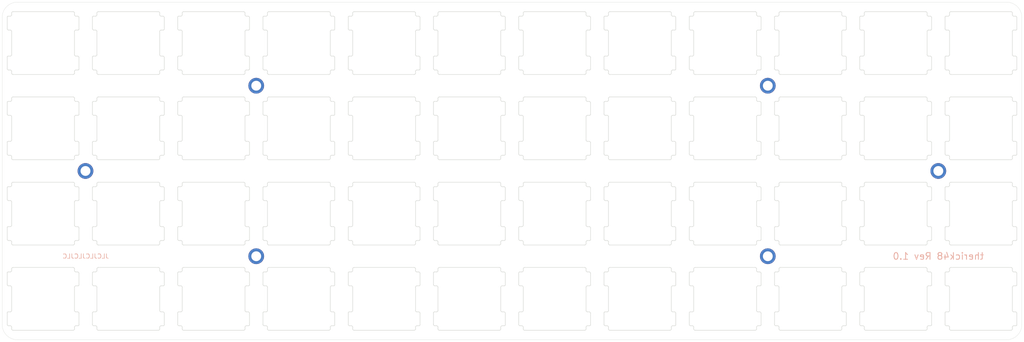
<source format=kicad_pcb>
(kicad_pcb (version 20171130) (host pcbnew "(5.1.2-1)-1")
  (layers (0 F.Cu signal) (31 B.Cu signal) (34 B.Paste user) (35 F.Paste user) (36 B.SilkS user) (37 F.SilkS user) (38 B.Mask user) (39 F.Mask user) (44 Edge.Cuts user))
  (net 0 "")
  (module random-keyboard-parts:Generic-Mounthole (layer F.Cu) (at 254.98 72.58)
    (fp_text reference H6)
    (fp_text value MountingHole)
    (pad 1 thru_hole circle (at 0 0) (size 3.5 3.5) (drill 2.2) (layers *.Cu *.Mask))
  )
  (module random-keyboard-parts:Generic-Mounthole (layer F.Cu) (at 216.98 91.58)
    (fp_text reference H5)
    (fp_text value MountingHole)
    (pad 1 thru_hole circle (at 0 0) (size 3.5 3.5) (drill 2.2) (layers *.Cu *.Mask))
  )
  (module random-keyboard-parts:Generic-Mounthole (layer F.Cu) (at 216.98 53.58)
    (fp_text reference H4)
    (fp_text value MountingHole)
    (pad 1 thru_hole circle (at 0 0) (size 3.5 3.5) (drill 2.2) (layers *.Cu *.Mask))
  )
  (module random-keyboard-parts:Generic-Mounthole (layer F.Cu) (at 102.98 91.58)
    (fp_text reference H3)
    (fp_text value MountingHole)
    (pad 1 thru_hole circle (at 0 0) (size 3.5 3.5) (drill 2.2) (layers *.Cu *.Mask))
  )
  (module random-keyboard-parts:Generic-Mounthole (layer F.Cu) (at 102.98 53.58)
    (fp_text reference H2)
    (fp_text value MountingHole)
    (pad 1 thru_hole circle (at 0 0) (size 3.5 3.5) (drill 2.2) (layers *.Cu *.Mask))
  )
  (module random-keyboard-parts:Generic-Mounthole (layer F.Cu) (at 64.9292 72.58)
    (fp_text reference H1)
    (fp_text value MountingHole)
    (pad 1 thru_hole circle (at 0 0) (size 3.5 3.5) (drill 2.2) (layers *.Cu *.Mask))
  )
  (module random-keyboard-parts:MX100_slot (layer F.Cu) (at 264.48 63.08)
    (fp_text reference U24)
    (fp_text value HOLE)
    (fp_line (start 6.7 7) (end -6.7 7) (layer Edge.Cuts) (width 0.1))
    (fp_arc (start -6.7 6.7) (end -7 6.7) (angle -90) (layer Edge.Cuts) (width 0.1))
    (fp_line (start -7 6.7) (end -7 6.3) (layer Edge.Cuts) (width 0.1))
    (fp_arc (start -6.7 -6.7) (end -6.7 -7) (angle -90) (layer Edge.Cuts) (width 0.1))
    (fp_line (start 6.7 -7) (end -6.7 -7) (layer Edge.Cuts) (width 0.1))
    (fp_line (start -7 -2.6) (end -7 2.6) (layer Edge.Cuts) (width 0.1))
    (fp_line (start -7 -6.3) (end -7 -6.7) (layer Edge.Cuts) (width 0.1))
    (fp_line (start 7 6.3) (end 7 6.7) (layer Edge.Cuts) (width 0.1))
    (fp_arc (start 6.7 -6.7) (end 7 -6.7) (angle -90) (layer Edge.Cuts) (width 0.1))
    (fp_arc (start 7.8 -3.1) (end 7.8 -2.9) (angle -90) (layer Edge.Cuts) (width 0.1))
    (fp_arc (start 7.3 -2.6) (end 7.3 -2.9) (angle -90) (layer Edge.Cuts) (width 0.1))
    (fp_line (start 7.3 -6) (end 7.7 -6) (layer Edge.Cuts) (width 0.1))
    (fp_line (start 8 -3.1) (end 8 -5.7) (layer Edge.Cuts) (width 0.1))
    (fp_line (start 7.8 -2.9) (end 7.3 -2.9) (layer Edge.Cuts) (width 0.1))
    (fp_line (start 7 2.6) (end 7 -2.6) (layer Edge.Cuts) (width 0.1))
    (fp_arc (start 6.7 6.7) (end 6.7 7) (angle -90) (layer Edge.Cuts) (width 0.1))
    (fp_arc (start 7.3 -6.3) (end 7 -6.3) (angle -90) (layer Edge.Cuts) (width 0.1))
    (fp_arc (start 7.7 -5.7) (end 8 -5.7) (angle -90) (layer Edge.Cuts) (width 0.1))
    (fp_line (start 7 -6.7) (end 7 -6.3) (layer Edge.Cuts) (width 0.1))
    (fp_arc (start 7.3 2.6) (end 7 2.6) (angle -90) (layer Edge.Cuts) (width 0.1))
    (fp_arc (start 7.7 3.2) (end 8 3.2) (angle -90) (layer Edge.Cuts) (width 0.1))
    (fp_line (start 7.8 6) (end 7.3 6) (layer Edge.Cuts) (width 0.1))
    (fp_line (start 8 5.8) (end 8 3.2) (layer Edge.Cuts) (width 0.1))
    (fp_line (start 7.3 2.9) (end 7.7 2.9) (layer Edge.Cuts) (width 0.1))
    (fp_arc (start 7.3 6.3) (end 7.3 6) (angle -90) (layer Edge.Cuts) (width 0.1))
    (fp_arc (start 7.8 5.8) (end 7.8 6) (angle -90) (layer Edge.Cuts) (width 0.1))
    (fp_arc (start -7.8 3.1) (end -7.8 2.9) (angle -90) (layer Edge.Cuts) (width 0.1))
    (fp_arc (start -7.3 2.6) (end -7.3 2.9) (angle -90) (layer Edge.Cuts) (width 0.1))
    (fp_line (start -7.3 6) (end -7.7 6) (layer Edge.Cuts) (width 0.1))
    (fp_line (start -8 3.1) (end -8 5.7) (layer Edge.Cuts) (width 0.1))
    (fp_line (start -7.8 2.9) (end -7.3 2.9) (layer Edge.Cuts) (width 0.1))
    (fp_arc (start -7.7 5.7) (end -8 5.7) (angle -90) (layer Edge.Cuts) (width 0.1))
    (fp_arc (start -7.3 6.3) (end -7 6.3) (angle -90) (layer Edge.Cuts) (width 0.1))
    (fp_line (start -7.8 -6) (end -7.3 -6) (layer Edge.Cuts) (width 0.1))
    (fp_line (start -7.3 -2.9) (end -7.7 -2.9) (layer Edge.Cuts) (width 0.1))
    (fp_line (start -8 -5.8) (end -8 -3.2) (layer Edge.Cuts) (width 0.1))
    (fp_arc (start -7.3 -6.3) (end -7.3 -6) (angle -90) (layer Edge.Cuts) (width 0.1))
    (fp_arc (start -7.3 -2.6) (end -7 -2.6) (angle -90) (layer Edge.Cuts) (width 0.1))
    (fp_arc (start -7.7 -3.2) (end -8 -3.2) (angle -90) (layer Edge.Cuts) (width 0.1))
    (fp_arc (start -7.8 -5.8) (end -7.8 -6) (angle -90) (layer Edge.Cuts) (width 0.1))
  )
  (module random-keyboard-parts:MX100_slot (layer F.Cu) (at 264.48 82.08)
    (fp_text reference U36)
    (fp_text value HOLE)
    (fp_line (start 6.7 7) (end -6.7 7) (layer Edge.Cuts) (width 0.1))
    (fp_arc (start -6.7 6.7) (end -7 6.7) (angle -90) (layer Edge.Cuts) (width 0.1))
    (fp_line (start -7 6.7) (end -7 6.3) (layer Edge.Cuts) (width 0.1))
    (fp_arc (start -6.7 -6.7) (end -6.7 -7) (angle -90) (layer Edge.Cuts) (width 0.1))
    (fp_line (start 6.7 -7) (end -6.7 -7) (layer Edge.Cuts) (width 0.1))
    (fp_line (start -7 -2.6) (end -7 2.6) (layer Edge.Cuts) (width 0.1))
    (fp_line (start -7 -6.3) (end -7 -6.7) (layer Edge.Cuts) (width 0.1))
    (fp_line (start 7 6.3) (end 7 6.7) (layer Edge.Cuts) (width 0.1))
    (fp_arc (start 6.7 -6.7) (end 7 -6.7) (angle -90) (layer Edge.Cuts) (width 0.1))
    (fp_arc (start 7.8 -3.1) (end 7.8 -2.9) (angle -90) (layer Edge.Cuts) (width 0.1))
    (fp_arc (start 7.3 -2.6) (end 7.3 -2.9) (angle -90) (layer Edge.Cuts) (width 0.1))
    (fp_line (start 7.3 -6) (end 7.7 -6) (layer Edge.Cuts) (width 0.1))
    (fp_line (start 8 -3.1) (end 8 -5.7) (layer Edge.Cuts) (width 0.1))
    (fp_line (start 7.8 -2.9) (end 7.3 -2.9) (layer Edge.Cuts) (width 0.1))
    (fp_line (start 7 2.6) (end 7 -2.6) (layer Edge.Cuts) (width 0.1))
    (fp_arc (start 6.7 6.7) (end 6.7 7) (angle -90) (layer Edge.Cuts) (width 0.1))
    (fp_arc (start 7.3 -6.3) (end 7 -6.3) (angle -90) (layer Edge.Cuts) (width 0.1))
    (fp_arc (start 7.7 -5.7) (end 8 -5.7) (angle -90) (layer Edge.Cuts) (width 0.1))
    (fp_line (start 7 -6.7) (end 7 -6.3) (layer Edge.Cuts) (width 0.1))
    (fp_arc (start 7.3 2.6) (end 7 2.6) (angle -90) (layer Edge.Cuts) (width 0.1))
    (fp_arc (start 7.7 3.2) (end 8 3.2) (angle -90) (layer Edge.Cuts) (width 0.1))
    (fp_line (start 7.8 6) (end 7.3 6) (layer Edge.Cuts) (width 0.1))
    (fp_line (start 8 5.8) (end 8 3.2) (layer Edge.Cuts) (width 0.1))
    (fp_line (start 7.3 2.9) (end 7.7 2.9) (layer Edge.Cuts) (width 0.1))
    (fp_arc (start 7.3 6.3) (end 7.3 6) (angle -90) (layer Edge.Cuts) (width 0.1))
    (fp_arc (start 7.8 5.8) (end 7.8 6) (angle -90) (layer Edge.Cuts) (width 0.1))
    (fp_arc (start -7.8 3.1) (end -7.8 2.9) (angle -90) (layer Edge.Cuts) (width 0.1))
    (fp_arc (start -7.3 2.6) (end -7.3 2.9) (angle -90) (layer Edge.Cuts) (width 0.1))
    (fp_line (start -7.3 6) (end -7.7 6) (layer Edge.Cuts) (width 0.1))
    (fp_line (start -8 3.1) (end -8 5.7) (layer Edge.Cuts) (width 0.1))
    (fp_line (start -7.8 2.9) (end -7.3 2.9) (layer Edge.Cuts) (width 0.1))
    (fp_arc (start -7.7 5.7) (end -8 5.7) (angle -90) (layer Edge.Cuts) (width 0.1))
    (fp_arc (start -7.3 6.3) (end -7 6.3) (angle -90) (layer Edge.Cuts) (width 0.1))
    (fp_line (start -7.8 -6) (end -7.3 -6) (layer Edge.Cuts) (width 0.1))
    (fp_line (start -7.3 -2.9) (end -7.7 -2.9) (layer Edge.Cuts) (width 0.1))
    (fp_line (start -8 -5.8) (end -8 -3.2) (layer Edge.Cuts) (width 0.1))
    (fp_arc (start -7.3 -6.3) (end -7.3 -6) (angle -90) (layer Edge.Cuts) (width 0.1))
    (fp_arc (start -7.3 -2.6) (end -7 -2.6) (angle -90) (layer Edge.Cuts) (width 0.1))
    (fp_arc (start -7.7 -3.2) (end -8 -3.2) (angle -90) (layer Edge.Cuts) (width 0.1))
    (fp_arc (start -7.8 -5.8) (end -7.8 -6) (angle -90) (layer Edge.Cuts) (width 0.1))
  )
  (module random-keyboard-parts:MX100_slot (layer F.Cu) (at 264.48 44.08)
    (fp_text reference U12)
    (fp_text value HOLE)
    (fp_line (start 6.7 7) (end -6.7 7) (layer Edge.Cuts) (width 0.1))
    (fp_arc (start -6.7 6.7) (end -7 6.7) (angle -90) (layer Edge.Cuts) (width 0.1))
    (fp_line (start -7 6.7) (end -7 6.3) (layer Edge.Cuts) (width 0.1))
    (fp_arc (start -6.7 -6.7) (end -6.7 -7) (angle -90) (layer Edge.Cuts) (width 0.1))
    (fp_line (start 6.7 -7) (end -6.7 -7) (layer Edge.Cuts) (width 0.1))
    (fp_line (start -7 -2.6) (end -7 2.6) (layer Edge.Cuts) (width 0.1))
    (fp_line (start -7 -6.3) (end -7 -6.7) (layer Edge.Cuts) (width 0.1))
    (fp_line (start 7 6.3) (end 7 6.7) (layer Edge.Cuts) (width 0.1))
    (fp_arc (start 6.7 -6.7) (end 7 -6.7) (angle -90) (layer Edge.Cuts) (width 0.1))
    (fp_arc (start 7.8 -3.1) (end 7.8 -2.9) (angle -90) (layer Edge.Cuts) (width 0.1))
    (fp_arc (start 7.3 -2.6) (end 7.3 -2.9) (angle -90) (layer Edge.Cuts) (width 0.1))
    (fp_line (start 7.3 -6) (end 7.7 -6) (layer Edge.Cuts) (width 0.1))
    (fp_line (start 8 -3.1) (end 8 -5.7) (layer Edge.Cuts) (width 0.1))
    (fp_line (start 7.8 -2.9) (end 7.3 -2.9) (layer Edge.Cuts) (width 0.1))
    (fp_line (start 7 2.6) (end 7 -2.6) (layer Edge.Cuts) (width 0.1))
    (fp_arc (start 6.7 6.7) (end 6.7 7) (angle -90) (layer Edge.Cuts) (width 0.1))
    (fp_arc (start 7.3 -6.3) (end 7 -6.3) (angle -90) (layer Edge.Cuts) (width 0.1))
    (fp_arc (start 7.7 -5.7) (end 8 -5.7) (angle -90) (layer Edge.Cuts) (width 0.1))
    (fp_line (start 7 -6.7) (end 7 -6.3) (layer Edge.Cuts) (width 0.1))
    (fp_arc (start 7.3 2.6) (end 7 2.6) (angle -90) (layer Edge.Cuts) (width 0.1))
    (fp_arc (start 7.7 3.2) (end 8 3.2) (angle -90) (layer Edge.Cuts) (width 0.1))
    (fp_line (start 7.8 6) (end 7.3 6) (layer Edge.Cuts) (width 0.1))
    (fp_line (start 8 5.8) (end 8 3.2) (layer Edge.Cuts) (width 0.1))
    (fp_line (start 7.3 2.9) (end 7.7 2.9) (layer Edge.Cuts) (width 0.1))
    (fp_arc (start 7.3 6.3) (end 7.3 6) (angle -90) (layer Edge.Cuts) (width 0.1))
    (fp_arc (start 7.8 5.8) (end 7.8 6) (angle -90) (layer Edge.Cuts) (width 0.1))
    (fp_arc (start -7.8 3.1) (end -7.8 2.9) (angle -90) (layer Edge.Cuts) (width 0.1))
    (fp_arc (start -7.3 2.6) (end -7.3 2.9) (angle -90) (layer Edge.Cuts) (width 0.1))
    (fp_line (start -7.3 6) (end -7.7 6) (layer Edge.Cuts) (width 0.1))
    (fp_line (start -8 3.1) (end -8 5.7) (layer Edge.Cuts) (width 0.1))
    (fp_line (start -7.8 2.9) (end -7.3 2.9) (layer Edge.Cuts) (width 0.1))
    (fp_arc (start -7.7 5.7) (end -8 5.7) (angle -90) (layer Edge.Cuts) (width 0.1))
    (fp_arc (start -7.3 6.3) (end -7 6.3) (angle -90) (layer Edge.Cuts) (width 0.1))
    (fp_line (start -7.8 -6) (end -7.3 -6) (layer Edge.Cuts) (width 0.1))
    (fp_line (start -7.3 -2.9) (end -7.7 -2.9) (layer Edge.Cuts) (width 0.1))
    (fp_line (start -8 -5.8) (end -8 -3.2) (layer Edge.Cuts) (width 0.1))
    (fp_arc (start -7.3 -6.3) (end -7.3 -6) (angle -90) (layer Edge.Cuts) (width 0.1))
    (fp_arc (start -7.3 -2.6) (end -7 -2.6) (angle -90) (layer Edge.Cuts) (width 0.1))
    (fp_arc (start -7.7 -3.2) (end -8 -3.2) (angle -90) (layer Edge.Cuts) (width 0.1))
    (fp_arc (start -7.8 -5.8) (end -7.8 -6) (angle -90) (layer Edge.Cuts) (width 0.1))
  )
  (module random-keyboard-parts:MX100_slot (layer F.Cu) (at 55.48 44.08)
    (fp_text reference U1)
    (fp_text value HOLE)
    (fp_line (start 6.7 7) (end -6.7 7) (layer Edge.Cuts) (width 0.1))
    (fp_arc (start -6.7 6.7) (end -7 6.7) (angle -90) (layer Edge.Cuts) (width 0.1))
    (fp_line (start -7 6.7) (end -7 6.3) (layer Edge.Cuts) (width 0.1))
    (fp_arc (start -6.7 -6.7) (end -6.7 -7) (angle -90) (layer Edge.Cuts) (width 0.1))
    (fp_line (start 6.7 -7) (end -6.7 -7) (layer Edge.Cuts) (width 0.1))
    (fp_line (start -7 -2.6) (end -7 2.6) (layer Edge.Cuts) (width 0.1))
    (fp_line (start -7 -6.3) (end -7 -6.7) (layer Edge.Cuts) (width 0.1))
    (fp_line (start 7 6.3) (end 7 6.7) (layer Edge.Cuts) (width 0.1))
    (fp_arc (start 6.7 -6.7) (end 7 -6.7) (angle -90) (layer Edge.Cuts) (width 0.1))
    (fp_arc (start 7.8 -3.1) (end 7.8 -2.9) (angle -90) (layer Edge.Cuts) (width 0.1))
    (fp_arc (start 7.3 -2.6) (end 7.3 -2.9) (angle -90) (layer Edge.Cuts) (width 0.1))
    (fp_line (start 7.3 -6) (end 7.7 -6) (layer Edge.Cuts) (width 0.1))
    (fp_line (start 8 -3.1) (end 8 -5.7) (layer Edge.Cuts) (width 0.1))
    (fp_line (start 7.8 -2.9) (end 7.3 -2.9) (layer Edge.Cuts) (width 0.1))
    (fp_line (start 7 2.6) (end 7 -2.6) (layer Edge.Cuts) (width 0.1))
    (fp_arc (start 6.7 6.7) (end 6.7 7) (angle -90) (layer Edge.Cuts) (width 0.1))
    (fp_arc (start 7.3 -6.3) (end 7 -6.3) (angle -90) (layer Edge.Cuts) (width 0.1))
    (fp_arc (start 7.7 -5.7) (end 8 -5.7) (angle -90) (layer Edge.Cuts) (width 0.1))
    (fp_line (start 7 -6.7) (end 7 -6.3) (layer Edge.Cuts) (width 0.1))
    (fp_arc (start 7.3 2.6) (end 7 2.6) (angle -90) (layer Edge.Cuts) (width 0.1))
    (fp_arc (start 7.7 3.2) (end 8 3.2) (angle -90) (layer Edge.Cuts) (width 0.1))
    (fp_line (start 7.8 6) (end 7.3 6) (layer Edge.Cuts) (width 0.1))
    (fp_line (start 8 5.8) (end 8 3.2) (layer Edge.Cuts) (width 0.1))
    (fp_line (start 7.3 2.9) (end 7.7 2.9) (layer Edge.Cuts) (width 0.1))
    (fp_arc (start 7.3 6.3) (end 7.3 6) (angle -90) (layer Edge.Cuts) (width 0.1))
    (fp_arc (start 7.8 5.8) (end 7.8 6) (angle -90) (layer Edge.Cuts) (width 0.1))
    (fp_arc (start -7.8 3.1) (end -7.8 2.9) (angle -90) (layer Edge.Cuts) (width 0.1))
    (fp_arc (start -7.3 2.6) (end -7.3 2.9) (angle -90) (layer Edge.Cuts) (width 0.1))
    (fp_line (start -7.3 6) (end -7.7 6) (layer Edge.Cuts) (width 0.1))
    (fp_line (start -8 3.1) (end -8 5.7) (layer Edge.Cuts) (width 0.1))
    (fp_line (start -7.8 2.9) (end -7.3 2.9) (layer Edge.Cuts) (width 0.1))
    (fp_arc (start -7.7 5.7) (end -8 5.7) (angle -90) (layer Edge.Cuts) (width 0.1))
    (fp_arc (start -7.3 6.3) (end -7 6.3) (angle -90) (layer Edge.Cuts) (width 0.1))
    (fp_line (start -7.8 -6) (end -7.3 -6) (layer Edge.Cuts) (width 0.1))
    (fp_line (start -7.3 -2.9) (end -7.7 -2.9) (layer Edge.Cuts) (width 0.1))
    (fp_line (start -8 -5.8) (end -8 -3.2) (layer Edge.Cuts) (width 0.1))
    (fp_arc (start -7.3 -6.3) (end -7.3 -6) (angle -90) (layer Edge.Cuts) (width 0.1))
    (fp_arc (start -7.3 -2.6) (end -7 -2.6) (angle -90) (layer Edge.Cuts) (width 0.1))
    (fp_arc (start -7.7 -3.2) (end -8 -3.2) (angle -90) (layer Edge.Cuts) (width 0.1))
    (fp_arc (start -7.8 -5.8) (end -7.8 -6) (angle -90) (layer Edge.Cuts) (width 0.1))
  )
  (module random-keyboard-parts:MX100_slot (layer F.Cu) (at 74.48 44.08)
    (fp_text reference U2)
    (fp_text value HOLE)
    (fp_line (start 6.7 7) (end -6.7 7) (layer Edge.Cuts) (width 0.1))
    (fp_arc (start -6.7 6.7) (end -7 6.7) (angle -90) (layer Edge.Cuts) (width 0.1))
    (fp_line (start -7 6.7) (end -7 6.3) (layer Edge.Cuts) (width 0.1))
    (fp_arc (start -6.7 -6.7) (end -6.7 -7) (angle -90) (layer Edge.Cuts) (width 0.1))
    (fp_line (start 6.7 -7) (end -6.7 -7) (layer Edge.Cuts) (width 0.1))
    (fp_line (start -7 -2.6) (end -7 2.6) (layer Edge.Cuts) (width 0.1))
    (fp_line (start -7 -6.3) (end -7 -6.7) (layer Edge.Cuts) (width 0.1))
    (fp_line (start 7 6.3) (end 7 6.7) (layer Edge.Cuts) (width 0.1))
    (fp_arc (start 6.7 -6.7) (end 7 -6.7) (angle -90) (layer Edge.Cuts) (width 0.1))
    (fp_arc (start 7.8 -3.1) (end 7.8 -2.9) (angle -90) (layer Edge.Cuts) (width 0.1))
    (fp_arc (start 7.3 -2.6) (end 7.3 -2.9) (angle -90) (layer Edge.Cuts) (width 0.1))
    (fp_line (start 7.3 -6) (end 7.7 -6) (layer Edge.Cuts) (width 0.1))
    (fp_line (start 8 -3.1) (end 8 -5.7) (layer Edge.Cuts) (width 0.1))
    (fp_line (start 7.8 -2.9) (end 7.3 -2.9) (layer Edge.Cuts) (width 0.1))
    (fp_line (start 7 2.6) (end 7 -2.6) (layer Edge.Cuts) (width 0.1))
    (fp_arc (start 6.7 6.7) (end 6.7 7) (angle -90) (layer Edge.Cuts) (width 0.1))
    (fp_arc (start 7.3 -6.3) (end 7 -6.3) (angle -90) (layer Edge.Cuts) (width 0.1))
    (fp_arc (start 7.7 -5.7) (end 8 -5.7) (angle -90) (layer Edge.Cuts) (width 0.1))
    (fp_line (start 7 -6.7) (end 7 -6.3) (layer Edge.Cuts) (width 0.1))
    (fp_arc (start 7.3 2.6) (end 7 2.6) (angle -90) (layer Edge.Cuts) (width 0.1))
    (fp_arc (start 7.7 3.2) (end 8 3.2) (angle -90) (layer Edge.Cuts) (width 0.1))
    (fp_line (start 7.8 6) (end 7.3 6) (layer Edge.Cuts) (width 0.1))
    (fp_line (start 8 5.8) (end 8 3.2) (layer Edge.Cuts) (width 0.1))
    (fp_line (start 7.3 2.9) (end 7.7 2.9) (layer Edge.Cuts) (width 0.1))
    (fp_arc (start 7.3 6.3) (end 7.3 6) (angle -90) (layer Edge.Cuts) (width 0.1))
    (fp_arc (start 7.8 5.8) (end 7.8 6) (angle -90) (layer Edge.Cuts) (width 0.1))
    (fp_arc (start -7.8 3.1) (end -7.8 2.9) (angle -90) (layer Edge.Cuts) (width 0.1))
    (fp_arc (start -7.3 2.6) (end -7.3 2.9) (angle -90) (layer Edge.Cuts) (width 0.1))
    (fp_line (start -7.3 6) (end -7.7 6) (layer Edge.Cuts) (width 0.1))
    (fp_line (start -8 3.1) (end -8 5.7) (layer Edge.Cuts) (width 0.1))
    (fp_line (start -7.8 2.9) (end -7.3 2.9) (layer Edge.Cuts) (width 0.1))
    (fp_arc (start -7.7 5.7) (end -8 5.7) (angle -90) (layer Edge.Cuts) (width 0.1))
    (fp_arc (start -7.3 6.3) (end -7 6.3) (angle -90) (layer Edge.Cuts) (width 0.1))
    (fp_line (start -7.8 -6) (end -7.3 -6) (layer Edge.Cuts) (width 0.1))
    (fp_line (start -7.3 -2.9) (end -7.7 -2.9) (layer Edge.Cuts) (width 0.1))
    (fp_line (start -8 -5.8) (end -8 -3.2) (layer Edge.Cuts) (width 0.1))
    (fp_arc (start -7.3 -6.3) (end -7.3 -6) (angle -90) (layer Edge.Cuts) (width 0.1))
    (fp_arc (start -7.3 -2.6) (end -7 -2.6) (angle -90) (layer Edge.Cuts) (width 0.1))
    (fp_arc (start -7.7 -3.2) (end -8 -3.2) (angle -90) (layer Edge.Cuts) (width 0.1))
    (fp_arc (start -7.8 -5.8) (end -7.8 -6) (angle -90) (layer Edge.Cuts) (width 0.1))
  )
  (module random-keyboard-parts:MX100_slot (layer F.Cu) (at 93.48 44.08)
    (fp_text reference U3)
    (fp_text value HOLE)
    (fp_line (start 6.7 7) (end -6.7 7) (layer Edge.Cuts) (width 0.1))
    (fp_arc (start -6.7 6.7) (end -7 6.7) (angle -90) (layer Edge.Cuts) (width 0.1))
    (fp_line (start -7 6.7) (end -7 6.3) (layer Edge.Cuts) (width 0.1))
    (fp_arc (start -6.7 -6.7) (end -6.7 -7) (angle -90) (layer Edge.Cuts) (width 0.1))
    (fp_line (start 6.7 -7) (end -6.7 -7) (layer Edge.Cuts) (width 0.1))
    (fp_line (start -7 -2.6) (end -7 2.6) (layer Edge.Cuts) (width 0.1))
    (fp_line (start -7 -6.3) (end -7 -6.7) (layer Edge.Cuts) (width 0.1))
    (fp_line (start 7 6.3) (end 7 6.7) (layer Edge.Cuts) (width 0.1))
    (fp_arc (start 6.7 -6.7) (end 7 -6.7) (angle -90) (layer Edge.Cuts) (width 0.1))
    (fp_arc (start 7.8 -3.1) (end 7.8 -2.9) (angle -90) (layer Edge.Cuts) (width 0.1))
    (fp_arc (start 7.3 -2.6) (end 7.3 -2.9) (angle -90) (layer Edge.Cuts) (width 0.1))
    (fp_line (start 7.3 -6) (end 7.7 -6) (layer Edge.Cuts) (width 0.1))
    (fp_line (start 8 -3.1) (end 8 -5.7) (layer Edge.Cuts) (width 0.1))
    (fp_line (start 7.8 -2.9) (end 7.3 -2.9) (layer Edge.Cuts) (width 0.1))
    (fp_line (start 7 2.6) (end 7 -2.6) (layer Edge.Cuts) (width 0.1))
    (fp_arc (start 6.7 6.7) (end 6.7 7) (angle -90) (layer Edge.Cuts) (width 0.1))
    (fp_arc (start 7.3 -6.3) (end 7 -6.3) (angle -90) (layer Edge.Cuts) (width 0.1))
    (fp_arc (start 7.7 -5.7) (end 8 -5.7) (angle -90) (layer Edge.Cuts) (width 0.1))
    (fp_line (start 7 -6.7) (end 7 -6.3) (layer Edge.Cuts) (width 0.1))
    (fp_arc (start 7.3 2.6) (end 7 2.6) (angle -90) (layer Edge.Cuts) (width 0.1))
    (fp_arc (start 7.7 3.2) (end 8 3.2) (angle -90) (layer Edge.Cuts) (width 0.1))
    (fp_line (start 7.8 6) (end 7.3 6) (layer Edge.Cuts) (width 0.1))
    (fp_line (start 8 5.8) (end 8 3.2) (layer Edge.Cuts) (width 0.1))
    (fp_line (start 7.3 2.9) (end 7.7 2.9) (layer Edge.Cuts) (width 0.1))
    (fp_arc (start 7.3 6.3) (end 7.3 6) (angle -90) (layer Edge.Cuts) (width 0.1))
    (fp_arc (start 7.8 5.8) (end 7.8 6) (angle -90) (layer Edge.Cuts) (width 0.1))
    (fp_arc (start -7.8 3.1) (end -7.8 2.9) (angle -90) (layer Edge.Cuts) (width 0.1))
    (fp_arc (start -7.3 2.6) (end -7.3 2.9) (angle -90) (layer Edge.Cuts) (width 0.1))
    (fp_line (start -7.3 6) (end -7.7 6) (layer Edge.Cuts) (width 0.1))
    (fp_line (start -8 3.1) (end -8 5.7) (layer Edge.Cuts) (width 0.1))
    (fp_line (start -7.8 2.9) (end -7.3 2.9) (layer Edge.Cuts) (width 0.1))
    (fp_arc (start -7.7 5.7) (end -8 5.7) (angle -90) (layer Edge.Cuts) (width 0.1))
    (fp_arc (start -7.3 6.3) (end -7 6.3) (angle -90) (layer Edge.Cuts) (width 0.1))
    (fp_line (start -7.8 -6) (end -7.3 -6) (layer Edge.Cuts) (width 0.1))
    (fp_line (start -7.3 -2.9) (end -7.7 -2.9) (layer Edge.Cuts) (width 0.1))
    (fp_line (start -8 -5.8) (end -8 -3.2) (layer Edge.Cuts) (width 0.1))
    (fp_arc (start -7.3 -6.3) (end -7.3 -6) (angle -90) (layer Edge.Cuts) (width 0.1))
    (fp_arc (start -7.3 -2.6) (end -7 -2.6) (angle -90) (layer Edge.Cuts) (width 0.1))
    (fp_arc (start -7.7 -3.2) (end -8 -3.2) (angle -90) (layer Edge.Cuts) (width 0.1))
    (fp_arc (start -7.8 -5.8) (end -7.8 -6) (angle -90) (layer Edge.Cuts) (width 0.1))
  )
  (module random-keyboard-parts:MX100_slot (layer F.Cu) (at 112.48 44.08)
    (fp_text reference U4)
    (fp_text value HOLE)
    (fp_line (start 6.7 7) (end -6.7 7) (layer Edge.Cuts) (width 0.1))
    (fp_arc (start -6.7 6.7) (end -7 6.7) (angle -90) (layer Edge.Cuts) (width 0.1))
    (fp_line (start -7 6.7) (end -7 6.3) (layer Edge.Cuts) (width 0.1))
    (fp_arc (start -6.7 -6.7) (end -6.7 -7) (angle -90) (layer Edge.Cuts) (width 0.1))
    (fp_line (start 6.7 -7) (end -6.7 -7) (layer Edge.Cuts) (width 0.1))
    (fp_line (start -7 -2.6) (end -7 2.6) (layer Edge.Cuts) (width 0.1))
    (fp_line (start -7 -6.3) (end -7 -6.7) (layer Edge.Cuts) (width 0.1))
    (fp_line (start 7 6.3) (end 7 6.7) (layer Edge.Cuts) (width 0.1))
    (fp_arc (start 6.7 -6.7) (end 7 -6.7) (angle -90) (layer Edge.Cuts) (width 0.1))
    (fp_arc (start 7.8 -3.1) (end 7.8 -2.9) (angle -90) (layer Edge.Cuts) (width 0.1))
    (fp_arc (start 7.3 -2.6) (end 7.3 -2.9) (angle -90) (layer Edge.Cuts) (width 0.1))
    (fp_line (start 7.3 -6) (end 7.7 -6) (layer Edge.Cuts) (width 0.1))
    (fp_line (start 8 -3.1) (end 8 -5.7) (layer Edge.Cuts) (width 0.1))
    (fp_line (start 7.8 -2.9) (end 7.3 -2.9) (layer Edge.Cuts) (width 0.1))
    (fp_line (start 7 2.6) (end 7 -2.6) (layer Edge.Cuts) (width 0.1))
    (fp_arc (start 6.7 6.7) (end 6.7 7) (angle -90) (layer Edge.Cuts) (width 0.1))
    (fp_arc (start 7.3 -6.3) (end 7 -6.3) (angle -90) (layer Edge.Cuts) (width 0.1))
    (fp_arc (start 7.7 -5.7) (end 8 -5.7) (angle -90) (layer Edge.Cuts) (width 0.1))
    (fp_line (start 7 -6.7) (end 7 -6.3) (layer Edge.Cuts) (width 0.1))
    (fp_arc (start 7.3 2.6) (end 7 2.6) (angle -90) (layer Edge.Cuts) (width 0.1))
    (fp_arc (start 7.7 3.2) (end 8 3.2) (angle -90) (layer Edge.Cuts) (width 0.1))
    (fp_line (start 7.8 6) (end 7.3 6) (layer Edge.Cuts) (width 0.1))
    (fp_line (start 8 5.8) (end 8 3.2) (layer Edge.Cuts) (width 0.1))
    (fp_line (start 7.3 2.9) (end 7.7 2.9) (layer Edge.Cuts) (width 0.1))
    (fp_arc (start 7.3 6.3) (end 7.3 6) (angle -90) (layer Edge.Cuts) (width 0.1))
    (fp_arc (start 7.8 5.8) (end 7.8 6) (angle -90) (layer Edge.Cuts) (width 0.1))
    (fp_arc (start -7.8 3.1) (end -7.8 2.9) (angle -90) (layer Edge.Cuts) (width 0.1))
    (fp_arc (start -7.3 2.6) (end -7.3 2.9) (angle -90) (layer Edge.Cuts) (width 0.1))
    (fp_line (start -7.3 6) (end -7.7 6) (layer Edge.Cuts) (width 0.1))
    (fp_line (start -8 3.1) (end -8 5.7) (layer Edge.Cuts) (width 0.1))
    (fp_line (start -7.8 2.9) (end -7.3 2.9) (layer Edge.Cuts) (width 0.1))
    (fp_arc (start -7.7 5.7) (end -8 5.7) (angle -90) (layer Edge.Cuts) (width 0.1))
    (fp_arc (start -7.3 6.3) (end -7 6.3) (angle -90) (layer Edge.Cuts) (width 0.1))
    (fp_line (start -7.8 -6) (end -7.3 -6) (layer Edge.Cuts) (width 0.1))
    (fp_line (start -7.3 -2.9) (end -7.7 -2.9) (layer Edge.Cuts) (width 0.1))
    (fp_line (start -8 -5.8) (end -8 -3.2) (layer Edge.Cuts) (width 0.1))
    (fp_arc (start -7.3 -6.3) (end -7.3 -6) (angle -90) (layer Edge.Cuts) (width 0.1))
    (fp_arc (start -7.3 -2.6) (end -7 -2.6) (angle -90) (layer Edge.Cuts) (width 0.1))
    (fp_arc (start -7.7 -3.2) (end -8 -3.2) (angle -90) (layer Edge.Cuts) (width 0.1))
    (fp_arc (start -7.8 -5.8) (end -7.8 -6) (angle -90) (layer Edge.Cuts) (width 0.1))
  )
  (module random-keyboard-parts:MX100_slot (layer F.Cu) (at 131.48 44.08)
    (fp_text reference U5)
    (fp_text value HOLE)
    (fp_line (start 6.7 7) (end -6.7 7) (layer Edge.Cuts) (width 0.1))
    (fp_arc (start -6.7 6.7) (end -7 6.7) (angle -90) (layer Edge.Cuts) (width 0.1))
    (fp_line (start -7 6.7) (end -7 6.3) (layer Edge.Cuts) (width 0.1))
    (fp_arc (start -6.7 -6.7) (end -6.7 -7) (angle -90) (layer Edge.Cuts) (width 0.1))
    (fp_line (start 6.7 -7) (end -6.7 -7) (layer Edge.Cuts) (width 0.1))
    (fp_line (start -7 -2.6) (end -7 2.6) (layer Edge.Cuts) (width 0.1))
    (fp_line (start -7 -6.3) (end -7 -6.7) (layer Edge.Cuts) (width 0.1))
    (fp_line (start 7 6.3) (end 7 6.7) (layer Edge.Cuts) (width 0.1))
    (fp_arc (start 6.7 -6.7) (end 7 -6.7) (angle -90) (layer Edge.Cuts) (width 0.1))
    (fp_arc (start 7.8 -3.1) (end 7.8 -2.9) (angle -90) (layer Edge.Cuts) (width 0.1))
    (fp_arc (start 7.3 -2.6) (end 7.3 -2.9) (angle -90) (layer Edge.Cuts) (width 0.1))
    (fp_line (start 7.3 -6) (end 7.7 -6) (layer Edge.Cuts) (width 0.1))
    (fp_line (start 8 -3.1) (end 8 -5.7) (layer Edge.Cuts) (width 0.1))
    (fp_line (start 7.8 -2.9) (end 7.3 -2.9) (layer Edge.Cuts) (width 0.1))
    (fp_line (start 7 2.6) (end 7 -2.6) (layer Edge.Cuts) (width 0.1))
    (fp_arc (start 6.7 6.7) (end 6.7 7) (angle -90) (layer Edge.Cuts) (width 0.1))
    (fp_arc (start 7.3 -6.3) (end 7 -6.3) (angle -90) (layer Edge.Cuts) (width 0.1))
    (fp_arc (start 7.7 -5.7) (end 8 -5.7) (angle -90) (layer Edge.Cuts) (width 0.1))
    (fp_line (start 7 -6.7) (end 7 -6.3) (layer Edge.Cuts) (width 0.1))
    (fp_arc (start 7.3 2.6) (end 7 2.6) (angle -90) (layer Edge.Cuts) (width 0.1))
    (fp_arc (start 7.7 3.2) (end 8 3.2) (angle -90) (layer Edge.Cuts) (width 0.1))
    (fp_line (start 7.8 6) (end 7.3 6) (layer Edge.Cuts) (width 0.1))
    (fp_line (start 8 5.8) (end 8 3.2) (layer Edge.Cuts) (width 0.1))
    (fp_line (start 7.3 2.9) (end 7.7 2.9) (layer Edge.Cuts) (width 0.1))
    (fp_arc (start 7.3 6.3) (end 7.3 6) (angle -90) (layer Edge.Cuts) (width 0.1))
    (fp_arc (start 7.8 5.8) (end 7.8 6) (angle -90) (layer Edge.Cuts) (width 0.1))
    (fp_arc (start -7.8 3.1) (end -7.8 2.9) (angle -90) (layer Edge.Cuts) (width 0.1))
    (fp_arc (start -7.3 2.6) (end -7.3 2.9) (angle -90) (layer Edge.Cuts) (width 0.1))
    (fp_line (start -7.3 6) (end -7.7 6) (layer Edge.Cuts) (width 0.1))
    (fp_line (start -8 3.1) (end -8 5.7) (layer Edge.Cuts) (width 0.1))
    (fp_line (start -7.8 2.9) (end -7.3 2.9) (layer Edge.Cuts) (width 0.1))
    (fp_arc (start -7.7 5.7) (end -8 5.7) (angle -90) (layer Edge.Cuts) (width 0.1))
    (fp_arc (start -7.3 6.3) (end -7 6.3) (angle -90) (layer Edge.Cuts) (width 0.1))
    (fp_line (start -7.8 -6) (end -7.3 -6) (layer Edge.Cuts) (width 0.1))
    (fp_line (start -7.3 -2.9) (end -7.7 -2.9) (layer Edge.Cuts) (width 0.1))
    (fp_line (start -8 -5.8) (end -8 -3.2) (layer Edge.Cuts) (width 0.1))
    (fp_arc (start -7.3 -6.3) (end -7.3 -6) (angle -90) (layer Edge.Cuts) (width 0.1))
    (fp_arc (start -7.3 -2.6) (end -7 -2.6) (angle -90) (layer Edge.Cuts) (width 0.1))
    (fp_arc (start -7.7 -3.2) (end -8 -3.2) (angle -90) (layer Edge.Cuts) (width 0.1))
    (fp_arc (start -7.8 -5.8) (end -7.8 -6) (angle -90) (layer Edge.Cuts) (width 0.1))
  )
  (module random-keyboard-parts:MX100_slot (layer F.Cu) (at 150.48 44.08)
    (fp_text reference U6)
    (fp_text value HOLE)
    (fp_line (start 6.7 7) (end -6.7 7) (layer Edge.Cuts) (width 0.1))
    (fp_arc (start -6.7 6.7) (end -7 6.7) (angle -90) (layer Edge.Cuts) (width 0.1))
    (fp_line (start -7 6.7) (end -7 6.3) (layer Edge.Cuts) (width 0.1))
    (fp_arc (start -6.7 -6.7) (end -6.7 -7) (angle -90) (layer Edge.Cuts) (width 0.1))
    (fp_line (start 6.7 -7) (end -6.7 -7) (layer Edge.Cuts) (width 0.1))
    (fp_line (start -7 -2.6) (end -7 2.6) (layer Edge.Cuts) (width 0.1))
    (fp_line (start -7 -6.3) (end -7 -6.7) (layer Edge.Cuts) (width 0.1))
    (fp_line (start 7 6.3) (end 7 6.7) (layer Edge.Cuts) (width 0.1))
    (fp_arc (start 6.7 -6.7) (end 7 -6.7) (angle -90) (layer Edge.Cuts) (width 0.1))
    (fp_arc (start 7.8 -3.1) (end 7.8 -2.9) (angle -90) (layer Edge.Cuts) (width 0.1))
    (fp_arc (start 7.3 -2.6) (end 7.3 -2.9) (angle -90) (layer Edge.Cuts) (width 0.1))
    (fp_line (start 7.3 -6) (end 7.7 -6) (layer Edge.Cuts) (width 0.1))
    (fp_line (start 8 -3.1) (end 8 -5.7) (layer Edge.Cuts) (width 0.1))
    (fp_line (start 7.8 -2.9) (end 7.3 -2.9) (layer Edge.Cuts) (width 0.1))
    (fp_line (start 7 2.6) (end 7 -2.6) (layer Edge.Cuts) (width 0.1))
    (fp_arc (start 6.7 6.7) (end 6.7 7) (angle -90) (layer Edge.Cuts) (width 0.1))
    (fp_arc (start 7.3 -6.3) (end 7 -6.3) (angle -90) (layer Edge.Cuts) (width 0.1))
    (fp_arc (start 7.7 -5.7) (end 8 -5.7) (angle -90) (layer Edge.Cuts) (width 0.1))
    (fp_line (start 7 -6.7) (end 7 -6.3) (layer Edge.Cuts) (width 0.1))
    (fp_arc (start 7.3 2.6) (end 7 2.6) (angle -90) (layer Edge.Cuts) (width 0.1))
    (fp_arc (start 7.7 3.2) (end 8 3.2) (angle -90) (layer Edge.Cuts) (width 0.1))
    (fp_line (start 7.8 6) (end 7.3 6) (layer Edge.Cuts) (width 0.1))
    (fp_line (start 8 5.8) (end 8 3.2) (layer Edge.Cuts) (width 0.1))
    (fp_line (start 7.3 2.9) (end 7.7 2.9) (layer Edge.Cuts) (width 0.1))
    (fp_arc (start 7.3 6.3) (end 7.3 6) (angle -90) (layer Edge.Cuts) (width 0.1))
    (fp_arc (start 7.8 5.8) (end 7.8 6) (angle -90) (layer Edge.Cuts) (width 0.1))
    (fp_arc (start -7.8 3.1) (end -7.8 2.9) (angle -90) (layer Edge.Cuts) (width 0.1))
    (fp_arc (start -7.3 2.6) (end -7.3 2.9) (angle -90) (layer Edge.Cuts) (width 0.1))
    (fp_line (start -7.3 6) (end -7.7 6) (layer Edge.Cuts) (width 0.1))
    (fp_line (start -8 3.1) (end -8 5.7) (layer Edge.Cuts) (width 0.1))
    (fp_line (start -7.8 2.9) (end -7.3 2.9) (layer Edge.Cuts) (width 0.1))
    (fp_arc (start -7.7 5.7) (end -8 5.7) (angle -90) (layer Edge.Cuts) (width 0.1))
    (fp_arc (start -7.3 6.3) (end -7 6.3) (angle -90) (layer Edge.Cuts) (width 0.1))
    (fp_line (start -7.8 -6) (end -7.3 -6) (layer Edge.Cuts) (width 0.1))
    (fp_line (start -7.3 -2.9) (end -7.7 -2.9) (layer Edge.Cuts) (width 0.1))
    (fp_line (start -8 -5.8) (end -8 -3.2) (layer Edge.Cuts) (width 0.1))
    (fp_arc (start -7.3 -6.3) (end -7.3 -6) (angle -90) (layer Edge.Cuts) (width 0.1))
    (fp_arc (start -7.3 -2.6) (end -7 -2.6) (angle -90) (layer Edge.Cuts) (width 0.1))
    (fp_arc (start -7.7 -3.2) (end -8 -3.2) (angle -90) (layer Edge.Cuts) (width 0.1))
    (fp_arc (start -7.8 -5.8) (end -7.8 -6) (angle -90) (layer Edge.Cuts) (width 0.1))
  )
  (module random-keyboard-parts:MX100_slot (layer F.Cu) (at 169.48 44.08)
    (fp_text reference U7)
    (fp_text value HOLE)
    (fp_line (start 6.7 7) (end -6.7 7) (layer Edge.Cuts) (width 0.1))
    (fp_arc (start -6.7 6.7) (end -7 6.7) (angle -90) (layer Edge.Cuts) (width 0.1))
    (fp_line (start -7 6.7) (end -7 6.3) (layer Edge.Cuts) (width 0.1))
    (fp_arc (start -6.7 -6.7) (end -6.7 -7) (angle -90) (layer Edge.Cuts) (width 0.1))
    (fp_line (start 6.7 -7) (end -6.7 -7) (layer Edge.Cuts) (width 0.1))
    (fp_line (start -7 -2.6) (end -7 2.6) (layer Edge.Cuts) (width 0.1))
    (fp_line (start -7 -6.3) (end -7 -6.7) (layer Edge.Cuts) (width 0.1))
    (fp_line (start 7 6.3) (end 7 6.7) (layer Edge.Cuts) (width 0.1))
    (fp_arc (start 6.7 -6.7) (end 7 -6.7) (angle -90) (layer Edge.Cuts) (width 0.1))
    (fp_arc (start 7.8 -3.1) (end 7.8 -2.9) (angle -90) (layer Edge.Cuts) (width 0.1))
    (fp_arc (start 7.3 -2.6) (end 7.3 -2.9) (angle -90) (layer Edge.Cuts) (width 0.1))
    (fp_line (start 7.3 -6) (end 7.7 -6) (layer Edge.Cuts) (width 0.1))
    (fp_line (start 8 -3.1) (end 8 -5.7) (layer Edge.Cuts) (width 0.1))
    (fp_line (start 7.8 -2.9) (end 7.3 -2.9) (layer Edge.Cuts) (width 0.1))
    (fp_line (start 7 2.6) (end 7 -2.6) (layer Edge.Cuts) (width 0.1))
    (fp_arc (start 6.7 6.7) (end 6.7 7) (angle -90) (layer Edge.Cuts) (width 0.1))
    (fp_arc (start 7.3 -6.3) (end 7 -6.3) (angle -90) (layer Edge.Cuts) (width 0.1))
    (fp_arc (start 7.7 -5.7) (end 8 -5.7) (angle -90) (layer Edge.Cuts) (width 0.1))
    (fp_line (start 7 -6.7) (end 7 -6.3) (layer Edge.Cuts) (width 0.1))
    (fp_arc (start 7.3 2.6) (end 7 2.6) (angle -90) (layer Edge.Cuts) (width 0.1))
    (fp_arc (start 7.7 3.2) (end 8 3.2) (angle -90) (layer Edge.Cuts) (width 0.1))
    (fp_line (start 7.8 6) (end 7.3 6) (layer Edge.Cuts) (width 0.1))
    (fp_line (start 8 5.8) (end 8 3.2) (layer Edge.Cuts) (width 0.1))
    (fp_line (start 7.3 2.9) (end 7.7 2.9) (layer Edge.Cuts) (width 0.1))
    (fp_arc (start 7.3 6.3) (end 7.3 6) (angle -90) (layer Edge.Cuts) (width 0.1))
    (fp_arc (start 7.8 5.8) (end 7.8 6) (angle -90) (layer Edge.Cuts) (width 0.1))
    (fp_arc (start -7.8 3.1) (end -7.8 2.9) (angle -90) (layer Edge.Cuts) (width 0.1))
    (fp_arc (start -7.3 2.6) (end -7.3 2.9) (angle -90) (layer Edge.Cuts) (width 0.1))
    (fp_line (start -7.3 6) (end -7.7 6) (layer Edge.Cuts) (width 0.1))
    (fp_line (start -8 3.1) (end -8 5.7) (layer Edge.Cuts) (width 0.1))
    (fp_line (start -7.8 2.9) (end -7.3 2.9) (layer Edge.Cuts) (width 0.1))
    (fp_arc (start -7.7 5.7) (end -8 5.7) (angle -90) (layer Edge.Cuts) (width 0.1))
    (fp_arc (start -7.3 6.3) (end -7 6.3) (angle -90) (layer Edge.Cuts) (width 0.1))
    (fp_line (start -7.8 -6) (end -7.3 -6) (layer Edge.Cuts) (width 0.1))
    (fp_line (start -7.3 -2.9) (end -7.7 -2.9) (layer Edge.Cuts) (width 0.1))
    (fp_line (start -8 -5.8) (end -8 -3.2) (layer Edge.Cuts) (width 0.1))
    (fp_arc (start -7.3 -6.3) (end -7.3 -6) (angle -90) (layer Edge.Cuts) (width 0.1))
    (fp_arc (start -7.3 -2.6) (end -7 -2.6) (angle -90) (layer Edge.Cuts) (width 0.1))
    (fp_arc (start -7.7 -3.2) (end -8 -3.2) (angle -90) (layer Edge.Cuts) (width 0.1))
    (fp_arc (start -7.8 -5.8) (end -7.8 -6) (angle -90) (layer Edge.Cuts) (width 0.1))
  )
  (module random-keyboard-parts:MX100_slot (layer F.Cu) (at 188.48 44.08)
    (fp_text reference U8)
    (fp_text value HOLE)
    (fp_line (start 6.7 7) (end -6.7 7) (layer Edge.Cuts) (width 0.1))
    (fp_arc (start -6.7 6.7) (end -7 6.7) (angle -90) (layer Edge.Cuts) (width 0.1))
    (fp_line (start -7 6.7) (end -7 6.3) (layer Edge.Cuts) (width 0.1))
    (fp_arc (start -6.7 -6.7) (end -6.7 -7) (angle -90) (layer Edge.Cuts) (width 0.1))
    (fp_line (start 6.7 -7) (end -6.7 -7) (layer Edge.Cuts) (width 0.1))
    (fp_line (start -7 -2.6) (end -7 2.6) (layer Edge.Cuts) (width 0.1))
    (fp_line (start -7 -6.3) (end -7 -6.7) (layer Edge.Cuts) (width 0.1))
    (fp_line (start 7 6.3) (end 7 6.7) (layer Edge.Cuts) (width 0.1))
    (fp_arc (start 6.7 -6.7) (end 7 -6.7) (angle -90) (layer Edge.Cuts) (width 0.1))
    (fp_arc (start 7.8 -3.1) (end 7.8 -2.9) (angle -90) (layer Edge.Cuts) (width 0.1))
    (fp_arc (start 7.3 -2.6) (end 7.3 -2.9) (angle -90) (layer Edge.Cuts) (width 0.1))
    (fp_line (start 7.3 -6) (end 7.7 -6) (layer Edge.Cuts) (width 0.1))
    (fp_line (start 8 -3.1) (end 8 -5.7) (layer Edge.Cuts) (width 0.1))
    (fp_line (start 7.8 -2.9) (end 7.3 -2.9) (layer Edge.Cuts) (width 0.1))
    (fp_line (start 7 2.6) (end 7 -2.6) (layer Edge.Cuts) (width 0.1))
    (fp_arc (start 6.7 6.7) (end 6.7 7) (angle -90) (layer Edge.Cuts) (width 0.1))
    (fp_arc (start 7.3 -6.3) (end 7 -6.3) (angle -90) (layer Edge.Cuts) (width 0.1))
    (fp_arc (start 7.7 -5.7) (end 8 -5.7) (angle -90) (layer Edge.Cuts) (width 0.1))
    (fp_line (start 7 -6.7) (end 7 -6.3) (layer Edge.Cuts) (width 0.1))
    (fp_arc (start 7.3 2.6) (end 7 2.6) (angle -90) (layer Edge.Cuts) (width 0.1))
    (fp_arc (start 7.7 3.2) (end 8 3.2) (angle -90) (layer Edge.Cuts) (width 0.1))
    (fp_line (start 7.8 6) (end 7.3 6) (layer Edge.Cuts) (width 0.1))
    (fp_line (start 8 5.8) (end 8 3.2) (layer Edge.Cuts) (width 0.1))
    (fp_line (start 7.3 2.9) (end 7.7 2.9) (layer Edge.Cuts) (width 0.1))
    (fp_arc (start 7.3 6.3) (end 7.3 6) (angle -90) (layer Edge.Cuts) (width 0.1))
    (fp_arc (start 7.8 5.8) (end 7.8 6) (angle -90) (layer Edge.Cuts) (width 0.1))
    (fp_arc (start -7.8 3.1) (end -7.8 2.9) (angle -90) (layer Edge.Cuts) (width 0.1))
    (fp_arc (start -7.3 2.6) (end -7.3 2.9) (angle -90) (layer Edge.Cuts) (width 0.1))
    (fp_line (start -7.3 6) (end -7.7 6) (layer Edge.Cuts) (width 0.1))
    (fp_line (start -8 3.1) (end -8 5.7) (layer Edge.Cuts) (width 0.1))
    (fp_line (start -7.8 2.9) (end -7.3 2.9) (layer Edge.Cuts) (width 0.1))
    (fp_arc (start -7.7 5.7) (end -8 5.7) (angle -90) (layer Edge.Cuts) (width 0.1))
    (fp_arc (start -7.3 6.3) (end -7 6.3) (angle -90) (layer Edge.Cuts) (width 0.1))
    (fp_line (start -7.8 -6) (end -7.3 -6) (layer Edge.Cuts) (width 0.1))
    (fp_line (start -7.3 -2.9) (end -7.7 -2.9) (layer Edge.Cuts) (width 0.1))
    (fp_line (start -8 -5.8) (end -8 -3.2) (layer Edge.Cuts) (width 0.1))
    (fp_arc (start -7.3 -6.3) (end -7.3 -6) (angle -90) (layer Edge.Cuts) (width 0.1))
    (fp_arc (start -7.3 -2.6) (end -7 -2.6) (angle -90) (layer Edge.Cuts) (width 0.1))
    (fp_arc (start -7.7 -3.2) (end -8 -3.2) (angle -90) (layer Edge.Cuts) (width 0.1))
    (fp_arc (start -7.8 -5.8) (end -7.8 -6) (angle -90) (layer Edge.Cuts) (width 0.1))
  )
  (module random-keyboard-parts:MX100_slot (layer F.Cu) (at 207.48 44.08)
    (fp_text reference U9)
    (fp_text value HOLE)
    (fp_line (start 6.7 7) (end -6.7 7) (layer Edge.Cuts) (width 0.1))
    (fp_arc (start -6.7 6.7) (end -7 6.7) (angle -90) (layer Edge.Cuts) (width 0.1))
    (fp_line (start -7 6.7) (end -7 6.3) (layer Edge.Cuts) (width 0.1))
    (fp_arc (start -6.7 -6.7) (end -6.7 -7) (angle -90) (layer Edge.Cuts) (width 0.1))
    (fp_line (start 6.7 -7) (end -6.7 -7) (layer Edge.Cuts) (width 0.1))
    (fp_line (start -7 -2.6) (end -7 2.6) (layer Edge.Cuts) (width 0.1))
    (fp_line (start -7 -6.3) (end -7 -6.7) (layer Edge.Cuts) (width 0.1))
    (fp_line (start 7 6.3) (end 7 6.7) (layer Edge.Cuts) (width 0.1))
    (fp_arc (start 6.7 -6.7) (end 7 -6.7) (angle -90) (layer Edge.Cuts) (width 0.1))
    (fp_arc (start 7.8 -3.1) (end 7.8 -2.9) (angle -90) (layer Edge.Cuts) (width 0.1))
    (fp_arc (start 7.3 -2.6) (end 7.3 -2.9) (angle -90) (layer Edge.Cuts) (width 0.1))
    (fp_line (start 7.3 -6) (end 7.7 -6) (layer Edge.Cuts) (width 0.1))
    (fp_line (start 8 -3.1) (end 8 -5.7) (layer Edge.Cuts) (width 0.1))
    (fp_line (start 7.8 -2.9) (end 7.3 -2.9) (layer Edge.Cuts) (width 0.1))
    (fp_line (start 7 2.6) (end 7 -2.6) (layer Edge.Cuts) (width 0.1))
    (fp_arc (start 6.7 6.7) (end 6.7 7) (angle -90) (layer Edge.Cuts) (width 0.1))
    (fp_arc (start 7.3 -6.3) (end 7 -6.3) (angle -90) (layer Edge.Cuts) (width 0.1))
    (fp_arc (start 7.7 -5.7) (end 8 -5.7) (angle -90) (layer Edge.Cuts) (width 0.1))
    (fp_line (start 7 -6.7) (end 7 -6.3) (layer Edge.Cuts) (width 0.1))
    (fp_arc (start 7.3 2.6) (end 7 2.6) (angle -90) (layer Edge.Cuts) (width 0.1))
    (fp_arc (start 7.7 3.2) (end 8 3.2) (angle -90) (layer Edge.Cuts) (width 0.1))
    (fp_line (start 7.8 6) (end 7.3 6) (layer Edge.Cuts) (width 0.1))
    (fp_line (start 8 5.8) (end 8 3.2) (layer Edge.Cuts) (width 0.1))
    (fp_line (start 7.3 2.9) (end 7.7 2.9) (layer Edge.Cuts) (width 0.1))
    (fp_arc (start 7.3 6.3) (end 7.3 6) (angle -90) (layer Edge.Cuts) (width 0.1))
    (fp_arc (start 7.8 5.8) (end 7.8 6) (angle -90) (layer Edge.Cuts) (width 0.1))
    (fp_arc (start -7.8 3.1) (end -7.8 2.9) (angle -90) (layer Edge.Cuts) (width 0.1))
    (fp_arc (start -7.3 2.6) (end -7.3 2.9) (angle -90) (layer Edge.Cuts) (width 0.1))
    (fp_line (start -7.3 6) (end -7.7 6) (layer Edge.Cuts) (width 0.1))
    (fp_line (start -8 3.1) (end -8 5.7) (layer Edge.Cuts) (width 0.1))
    (fp_line (start -7.8 2.9) (end -7.3 2.9) (layer Edge.Cuts) (width 0.1))
    (fp_arc (start -7.7 5.7) (end -8 5.7) (angle -90) (layer Edge.Cuts) (width 0.1))
    (fp_arc (start -7.3 6.3) (end -7 6.3) (angle -90) (layer Edge.Cuts) (width 0.1))
    (fp_line (start -7.8 -6) (end -7.3 -6) (layer Edge.Cuts) (width 0.1))
    (fp_line (start -7.3 -2.9) (end -7.7 -2.9) (layer Edge.Cuts) (width 0.1))
    (fp_line (start -8 -5.8) (end -8 -3.2) (layer Edge.Cuts) (width 0.1))
    (fp_arc (start -7.3 -6.3) (end -7.3 -6) (angle -90) (layer Edge.Cuts) (width 0.1))
    (fp_arc (start -7.3 -2.6) (end -7 -2.6) (angle -90) (layer Edge.Cuts) (width 0.1))
    (fp_arc (start -7.7 -3.2) (end -8 -3.2) (angle -90) (layer Edge.Cuts) (width 0.1))
    (fp_arc (start -7.8 -5.8) (end -7.8 -6) (angle -90) (layer Edge.Cuts) (width 0.1))
  )
  (module random-keyboard-parts:MX100_slot (layer F.Cu) (at 226.48 44.08)
    (fp_text reference U10)
    (fp_text value HOLE)
    (fp_line (start 6.7 7) (end -6.7 7) (layer Edge.Cuts) (width 0.1))
    (fp_arc (start -6.7 6.7) (end -7 6.7) (angle -90) (layer Edge.Cuts) (width 0.1))
    (fp_line (start -7 6.7) (end -7 6.3) (layer Edge.Cuts) (width 0.1))
    (fp_arc (start -6.7 -6.7) (end -6.7 -7) (angle -90) (layer Edge.Cuts) (width 0.1))
    (fp_line (start 6.7 -7) (end -6.7 -7) (layer Edge.Cuts) (width 0.1))
    (fp_line (start -7 -2.6) (end -7 2.6) (layer Edge.Cuts) (width 0.1))
    (fp_line (start -7 -6.3) (end -7 -6.7) (layer Edge.Cuts) (width 0.1))
    (fp_line (start 7 6.3) (end 7 6.7) (layer Edge.Cuts) (width 0.1))
    (fp_arc (start 6.7 -6.7) (end 7 -6.7) (angle -90) (layer Edge.Cuts) (width 0.1))
    (fp_arc (start 7.8 -3.1) (end 7.8 -2.9) (angle -90) (layer Edge.Cuts) (width 0.1))
    (fp_arc (start 7.3 -2.6) (end 7.3 -2.9) (angle -90) (layer Edge.Cuts) (width 0.1))
    (fp_line (start 7.3 -6) (end 7.7 -6) (layer Edge.Cuts) (width 0.1))
    (fp_line (start 8 -3.1) (end 8 -5.7) (layer Edge.Cuts) (width 0.1))
    (fp_line (start 7.8 -2.9) (end 7.3 -2.9) (layer Edge.Cuts) (width 0.1))
    (fp_line (start 7 2.6) (end 7 -2.6) (layer Edge.Cuts) (width 0.1))
    (fp_arc (start 6.7 6.7) (end 6.7 7) (angle -90) (layer Edge.Cuts) (width 0.1))
    (fp_arc (start 7.3 -6.3) (end 7 -6.3) (angle -90) (layer Edge.Cuts) (width 0.1))
    (fp_arc (start 7.7 -5.7) (end 8 -5.7) (angle -90) (layer Edge.Cuts) (width 0.1))
    (fp_line (start 7 -6.7) (end 7 -6.3) (layer Edge.Cuts) (width 0.1))
    (fp_arc (start 7.3 2.6) (end 7 2.6) (angle -90) (layer Edge.Cuts) (width 0.1))
    (fp_arc (start 7.7 3.2) (end 8 3.2) (angle -90) (layer Edge.Cuts) (width 0.1))
    (fp_line (start 7.8 6) (end 7.3 6) (layer Edge.Cuts) (width 0.1))
    (fp_line (start 8 5.8) (end 8 3.2) (layer Edge.Cuts) (width 0.1))
    (fp_line (start 7.3 2.9) (end 7.7 2.9) (layer Edge.Cuts) (width 0.1))
    (fp_arc (start 7.3 6.3) (end 7.3 6) (angle -90) (layer Edge.Cuts) (width 0.1))
    (fp_arc (start 7.8 5.8) (end 7.8 6) (angle -90) (layer Edge.Cuts) (width 0.1))
    (fp_arc (start -7.8 3.1) (end -7.8 2.9) (angle -90) (layer Edge.Cuts) (width 0.1))
    (fp_arc (start -7.3 2.6) (end -7.3 2.9) (angle -90) (layer Edge.Cuts) (width 0.1))
    (fp_line (start -7.3 6) (end -7.7 6) (layer Edge.Cuts) (width 0.1))
    (fp_line (start -8 3.1) (end -8 5.7) (layer Edge.Cuts) (width 0.1))
    (fp_line (start -7.8 2.9) (end -7.3 2.9) (layer Edge.Cuts) (width 0.1))
    (fp_arc (start -7.7 5.7) (end -8 5.7) (angle -90) (layer Edge.Cuts) (width 0.1))
    (fp_arc (start -7.3 6.3) (end -7 6.3) (angle -90) (layer Edge.Cuts) (width 0.1))
    (fp_line (start -7.8 -6) (end -7.3 -6) (layer Edge.Cuts) (width 0.1))
    (fp_line (start -7.3 -2.9) (end -7.7 -2.9) (layer Edge.Cuts) (width 0.1))
    (fp_line (start -8 -5.8) (end -8 -3.2) (layer Edge.Cuts) (width 0.1))
    (fp_arc (start -7.3 -6.3) (end -7.3 -6) (angle -90) (layer Edge.Cuts) (width 0.1))
    (fp_arc (start -7.3 -2.6) (end -7 -2.6) (angle -90) (layer Edge.Cuts) (width 0.1))
    (fp_arc (start -7.7 -3.2) (end -8 -3.2) (angle -90) (layer Edge.Cuts) (width 0.1))
    (fp_arc (start -7.8 -5.8) (end -7.8 -6) (angle -90) (layer Edge.Cuts) (width 0.1))
  )
  (module random-keyboard-parts:MX100_slot (layer F.Cu) (at 245.48 44.08)
    (fp_text reference U11)
    (fp_text value HOLE)
    (fp_line (start 6.7 7) (end -6.7 7) (layer Edge.Cuts) (width 0.1))
    (fp_arc (start -6.7 6.7) (end -7 6.7) (angle -90) (layer Edge.Cuts) (width 0.1))
    (fp_line (start -7 6.7) (end -7 6.3) (layer Edge.Cuts) (width 0.1))
    (fp_arc (start -6.7 -6.7) (end -6.7 -7) (angle -90) (layer Edge.Cuts) (width 0.1))
    (fp_line (start 6.7 -7) (end -6.7 -7) (layer Edge.Cuts) (width 0.1))
    (fp_line (start -7 -2.6) (end -7 2.6) (layer Edge.Cuts) (width 0.1))
    (fp_line (start -7 -6.3) (end -7 -6.7) (layer Edge.Cuts) (width 0.1))
    (fp_line (start 7 6.3) (end 7 6.7) (layer Edge.Cuts) (width 0.1))
    (fp_arc (start 6.7 -6.7) (end 7 -6.7) (angle -90) (layer Edge.Cuts) (width 0.1))
    (fp_arc (start 7.8 -3.1) (end 7.8 -2.9) (angle -90) (layer Edge.Cuts) (width 0.1))
    (fp_arc (start 7.3 -2.6) (end 7.3 -2.9) (angle -90) (layer Edge.Cuts) (width 0.1))
    (fp_line (start 7.3 -6) (end 7.7 -6) (layer Edge.Cuts) (width 0.1))
    (fp_line (start 8 -3.1) (end 8 -5.7) (layer Edge.Cuts) (width 0.1))
    (fp_line (start 7.8 -2.9) (end 7.3 -2.9) (layer Edge.Cuts) (width 0.1))
    (fp_line (start 7 2.6) (end 7 -2.6) (layer Edge.Cuts) (width 0.1))
    (fp_arc (start 6.7 6.7) (end 6.7 7) (angle -90) (layer Edge.Cuts) (width 0.1))
    (fp_arc (start 7.3 -6.3) (end 7 -6.3) (angle -90) (layer Edge.Cuts) (width 0.1))
    (fp_arc (start 7.7 -5.7) (end 8 -5.7) (angle -90) (layer Edge.Cuts) (width 0.1))
    (fp_line (start 7 -6.7) (end 7 -6.3) (layer Edge.Cuts) (width 0.1))
    (fp_arc (start 7.3 2.6) (end 7 2.6) (angle -90) (layer Edge.Cuts) (width 0.1))
    (fp_arc (start 7.7 3.2) (end 8 3.2) (angle -90) (layer Edge.Cuts) (width 0.1))
    (fp_line (start 7.8 6) (end 7.3 6) (layer Edge.Cuts) (width 0.1))
    (fp_line (start 8 5.8) (end 8 3.2) (layer Edge.Cuts) (width 0.1))
    (fp_line (start 7.3 2.9) (end 7.7 2.9) (layer Edge.Cuts) (width 0.1))
    (fp_arc (start 7.3 6.3) (end 7.3 6) (angle -90) (layer Edge.Cuts) (width 0.1))
    (fp_arc (start 7.8 5.8) (end 7.8 6) (angle -90) (layer Edge.Cuts) (width 0.1))
    (fp_arc (start -7.8 3.1) (end -7.8 2.9) (angle -90) (layer Edge.Cuts) (width 0.1))
    (fp_arc (start -7.3 2.6) (end -7.3 2.9) (angle -90) (layer Edge.Cuts) (width 0.1))
    (fp_line (start -7.3 6) (end -7.7 6) (layer Edge.Cuts) (width 0.1))
    (fp_line (start -8 3.1) (end -8 5.7) (layer Edge.Cuts) (width 0.1))
    (fp_line (start -7.8 2.9) (end -7.3 2.9) (layer Edge.Cuts) (width 0.1))
    (fp_arc (start -7.7 5.7) (end -8 5.7) (angle -90) (layer Edge.Cuts) (width 0.1))
    (fp_arc (start -7.3 6.3) (end -7 6.3) (angle -90) (layer Edge.Cuts) (width 0.1))
    (fp_line (start -7.8 -6) (end -7.3 -6) (layer Edge.Cuts) (width 0.1))
    (fp_line (start -7.3 -2.9) (end -7.7 -2.9) (layer Edge.Cuts) (width 0.1))
    (fp_line (start -8 -5.8) (end -8 -3.2) (layer Edge.Cuts) (width 0.1))
    (fp_arc (start -7.3 -6.3) (end -7.3 -6) (angle -90) (layer Edge.Cuts) (width 0.1))
    (fp_arc (start -7.3 -2.6) (end -7 -2.6) (angle -90) (layer Edge.Cuts) (width 0.1))
    (fp_arc (start -7.7 -3.2) (end -8 -3.2) (angle -90) (layer Edge.Cuts) (width 0.1))
    (fp_arc (start -7.8 -5.8) (end -7.8 -6) (angle -90) (layer Edge.Cuts) (width 0.1))
  )
  (module random-keyboard-parts:MX100_slot (layer F.Cu) (at 55.48 63.08)
    (fp_text reference U13)
    (fp_text value HOLE)
    (fp_line (start 6.7 7) (end -6.7 7) (layer Edge.Cuts) (width 0.1))
    (fp_arc (start -6.7 6.7) (end -7 6.7) (angle -90) (layer Edge.Cuts) (width 0.1))
    (fp_line (start -7 6.7) (end -7 6.3) (layer Edge.Cuts) (width 0.1))
    (fp_arc (start -6.7 -6.7) (end -6.7 -7) (angle -90) (layer Edge.Cuts) (width 0.1))
    (fp_line (start 6.7 -7) (end -6.7 -7) (layer Edge.Cuts) (width 0.1))
    (fp_line (start -7 -2.6) (end -7 2.6) (layer Edge.Cuts) (width 0.1))
    (fp_line (start -7 -6.3) (end -7 -6.7) (layer Edge.Cuts) (width 0.1))
    (fp_line (start 7 6.3) (end 7 6.7) (layer Edge.Cuts) (width 0.1))
    (fp_arc (start 6.7 -6.7) (end 7 -6.7) (angle -90) (layer Edge.Cuts) (width 0.1))
    (fp_arc (start 7.8 -3.1) (end 7.8 -2.9) (angle -90) (layer Edge.Cuts) (width 0.1))
    (fp_arc (start 7.3 -2.6) (end 7.3 -2.9) (angle -90) (layer Edge.Cuts) (width 0.1))
    (fp_line (start 7.3 -6) (end 7.7 -6) (layer Edge.Cuts) (width 0.1))
    (fp_line (start 8 -3.1) (end 8 -5.7) (layer Edge.Cuts) (width 0.1))
    (fp_line (start 7.8 -2.9) (end 7.3 -2.9) (layer Edge.Cuts) (width 0.1))
    (fp_line (start 7 2.6) (end 7 -2.6) (layer Edge.Cuts) (width 0.1))
    (fp_arc (start 6.7 6.7) (end 6.7 7) (angle -90) (layer Edge.Cuts) (width 0.1))
    (fp_arc (start 7.3 -6.3) (end 7 -6.3) (angle -90) (layer Edge.Cuts) (width 0.1))
    (fp_arc (start 7.7 -5.7) (end 8 -5.7) (angle -90) (layer Edge.Cuts) (width 0.1))
    (fp_line (start 7 -6.7) (end 7 -6.3) (layer Edge.Cuts) (width 0.1))
    (fp_arc (start 7.3 2.6) (end 7 2.6) (angle -90) (layer Edge.Cuts) (width 0.1))
    (fp_arc (start 7.7 3.2) (end 8 3.2) (angle -90) (layer Edge.Cuts) (width 0.1))
    (fp_line (start 7.8 6) (end 7.3 6) (layer Edge.Cuts) (width 0.1))
    (fp_line (start 8 5.8) (end 8 3.2) (layer Edge.Cuts) (width 0.1))
    (fp_line (start 7.3 2.9) (end 7.7 2.9) (layer Edge.Cuts) (width 0.1))
    (fp_arc (start 7.3 6.3) (end 7.3 6) (angle -90) (layer Edge.Cuts) (width 0.1))
    (fp_arc (start 7.8 5.8) (end 7.8 6) (angle -90) (layer Edge.Cuts) (width 0.1))
    (fp_arc (start -7.8 3.1) (end -7.8 2.9) (angle -90) (layer Edge.Cuts) (width 0.1))
    (fp_arc (start -7.3 2.6) (end -7.3 2.9) (angle -90) (layer Edge.Cuts) (width 0.1))
    (fp_line (start -7.3 6) (end -7.7 6) (layer Edge.Cuts) (width 0.1))
    (fp_line (start -8 3.1) (end -8 5.7) (layer Edge.Cuts) (width 0.1))
    (fp_line (start -7.8 2.9) (end -7.3 2.9) (layer Edge.Cuts) (width 0.1))
    (fp_arc (start -7.7 5.7) (end -8 5.7) (angle -90) (layer Edge.Cuts) (width 0.1))
    (fp_arc (start -7.3 6.3) (end -7 6.3) (angle -90) (layer Edge.Cuts) (width 0.1))
    (fp_line (start -7.8 -6) (end -7.3 -6) (layer Edge.Cuts) (width 0.1))
    (fp_line (start -7.3 -2.9) (end -7.7 -2.9) (layer Edge.Cuts) (width 0.1))
    (fp_line (start -8 -5.8) (end -8 -3.2) (layer Edge.Cuts) (width 0.1))
    (fp_arc (start -7.3 -6.3) (end -7.3 -6) (angle -90) (layer Edge.Cuts) (width 0.1))
    (fp_arc (start -7.3 -2.6) (end -7 -2.6) (angle -90) (layer Edge.Cuts) (width 0.1))
    (fp_arc (start -7.7 -3.2) (end -8 -3.2) (angle -90) (layer Edge.Cuts) (width 0.1))
    (fp_arc (start -7.8 -5.8) (end -7.8 -6) (angle -90) (layer Edge.Cuts) (width 0.1))
  )
  (module random-keyboard-parts:MX100_slot (layer F.Cu) (at 74.48 63.08)
    (fp_text reference U14)
    (fp_text value HOLE)
    (fp_line (start 6.7 7) (end -6.7 7) (layer Edge.Cuts) (width 0.1))
    (fp_arc (start -6.7 6.7) (end -7 6.7) (angle -90) (layer Edge.Cuts) (width 0.1))
    (fp_line (start -7 6.7) (end -7 6.3) (layer Edge.Cuts) (width 0.1))
    (fp_arc (start -6.7 -6.7) (end -6.7 -7) (angle -90) (layer Edge.Cuts) (width 0.1))
    (fp_line (start 6.7 -7) (end -6.7 -7) (layer Edge.Cuts) (width 0.1))
    (fp_line (start -7 -2.6) (end -7 2.6) (layer Edge.Cuts) (width 0.1))
    (fp_line (start -7 -6.3) (end -7 -6.7) (layer Edge.Cuts) (width 0.1))
    (fp_line (start 7 6.3) (end 7 6.7) (layer Edge.Cuts) (width 0.1))
    (fp_arc (start 6.7 -6.7) (end 7 -6.7) (angle -90) (layer Edge.Cuts) (width 0.1))
    (fp_arc (start 7.8 -3.1) (end 7.8 -2.9) (angle -90) (layer Edge.Cuts) (width 0.1))
    (fp_arc (start 7.3 -2.6) (end 7.3 -2.9) (angle -90) (layer Edge.Cuts) (width 0.1))
    (fp_line (start 7.3 -6) (end 7.7 -6) (layer Edge.Cuts) (width 0.1))
    (fp_line (start 8 -3.1) (end 8 -5.7) (layer Edge.Cuts) (width 0.1))
    (fp_line (start 7.8 -2.9) (end 7.3 -2.9) (layer Edge.Cuts) (width 0.1))
    (fp_line (start 7 2.6) (end 7 -2.6) (layer Edge.Cuts) (width 0.1))
    (fp_arc (start 6.7 6.7) (end 6.7 7) (angle -90) (layer Edge.Cuts) (width 0.1))
    (fp_arc (start 7.3 -6.3) (end 7 -6.3) (angle -90) (layer Edge.Cuts) (width 0.1))
    (fp_arc (start 7.7 -5.7) (end 8 -5.7) (angle -90) (layer Edge.Cuts) (width 0.1))
    (fp_line (start 7 -6.7) (end 7 -6.3) (layer Edge.Cuts) (width 0.1))
    (fp_arc (start 7.3 2.6) (end 7 2.6) (angle -90) (layer Edge.Cuts) (width 0.1))
    (fp_arc (start 7.7 3.2) (end 8 3.2) (angle -90) (layer Edge.Cuts) (width 0.1))
    (fp_line (start 7.8 6) (end 7.3 6) (layer Edge.Cuts) (width 0.1))
    (fp_line (start 8 5.8) (end 8 3.2) (layer Edge.Cuts) (width 0.1))
    (fp_line (start 7.3 2.9) (end 7.7 2.9) (layer Edge.Cuts) (width 0.1))
    (fp_arc (start 7.3 6.3) (end 7.3 6) (angle -90) (layer Edge.Cuts) (width 0.1))
    (fp_arc (start 7.8 5.8) (end 7.8 6) (angle -90) (layer Edge.Cuts) (width 0.1))
    (fp_arc (start -7.8 3.1) (end -7.8 2.9) (angle -90) (layer Edge.Cuts) (width 0.1))
    (fp_arc (start -7.3 2.6) (end -7.3 2.9) (angle -90) (layer Edge.Cuts) (width 0.1))
    (fp_line (start -7.3 6) (end -7.7 6) (layer Edge.Cuts) (width 0.1))
    (fp_line (start -8 3.1) (end -8 5.7) (layer Edge.Cuts) (width 0.1))
    (fp_line (start -7.8 2.9) (end -7.3 2.9) (layer Edge.Cuts) (width 0.1))
    (fp_arc (start -7.7 5.7) (end -8 5.7) (angle -90) (layer Edge.Cuts) (width 0.1))
    (fp_arc (start -7.3 6.3) (end -7 6.3) (angle -90) (layer Edge.Cuts) (width 0.1))
    (fp_line (start -7.8 -6) (end -7.3 -6) (layer Edge.Cuts) (width 0.1))
    (fp_line (start -7.3 -2.9) (end -7.7 -2.9) (layer Edge.Cuts) (width 0.1))
    (fp_line (start -8 -5.8) (end -8 -3.2) (layer Edge.Cuts) (width 0.1))
    (fp_arc (start -7.3 -6.3) (end -7.3 -6) (angle -90) (layer Edge.Cuts) (width 0.1))
    (fp_arc (start -7.3 -2.6) (end -7 -2.6) (angle -90) (layer Edge.Cuts) (width 0.1))
    (fp_arc (start -7.7 -3.2) (end -8 -3.2) (angle -90) (layer Edge.Cuts) (width 0.1))
    (fp_arc (start -7.8 -5.8) (end -7.8 -6) (angle -90) (layer Edge.Cuts) (width 0.1))
  )
  (module random-keyboard-parts:MX100_slot (layer F.Cu) (at 93.48 63.08)
    (fp_text reference U15)
    (fp_text value HOLE)
    (fp_line (start 6.7 7) (end -6.7 7) (layer Edge.Cuts) (width 0.1))
    (fp_arc (start -6.7 6.7) (end -7 6.7) (angle -90) (layer Edge.Cuts) (width 0.1))
    (fp_line (start -7 6.7) (end -7 6.3) (layer Edge.Cuts) (width 0.1))
    (fp_arc (start -6.7 -6.7) (end -6.7 -7) (angle -90) (layer Edge.Cuts) (width 0.1))
    (fp_line (start 6.7 -7) (end -6.7 -7) (layer Edge.Cuts) (width 0.1))
    (fp_line (start -7 -2.6) (end -7 2.6) (layer Edge.Cuts) (width 0.1))
    (fp_line (start -7 -6.3) (end -7 -6.7) (layer Edge.Cuts) (width 0.1))
    (fp_line (start 7 6.3) (end 7 6.7) (layer Edge.Cuts) (width 0.1))
    (fp_arc (start 6.7 -6.7) (end 7 -6.7) (angle -90) (layer Edge.Cuts) (width 0.1))
    (fp_arc (start 7.8 -3.1) (end 7.8 -2.9) (angle -90) (layer Edge.Cuts) (width 0.1))
    (fp_arc (start 7.3 -2.6) (end 7.3 -2.9) (angle -90) (layer Edge.Cuts) (width 0.1))
    (fp_line (start 7.3 -6) (end 7.7 -6) (layer Edge.Cuts) (width 0.1))
    (fp_line (start 8 -3.1) (end 8 -5.7) (layer Edge.Cuts) (width 0.1))
    (fp_line (start 7.8 -2.9) (end 7.3 -2.9) (layer Edge.Cuts) (width 0.1))
    (fp_line (start 7 2.6) (end 7 -2.6) (layer Edge.Cuts) (width 0.1))
    (fp_arc (start 6.7 6.7) (end 6.7 7) (angle -90) (layer Edge.Cuts) (width 0.1))
    (fp_arc (start 7.3 -6.3) (end 7 -6.3) (angle -90) (layer Edge.Cuts) (width 0.1))
    (fp_arc (start 7.7 -5.7) (end 8 -5.7) (angle -90) (layer Edge.Cuts) (width 0.1))
    (fp_line (start 7 -6.7) (end 7 -6.3) (layer Edge.Cuts) (width 0.1))
    (fp_arc (start 7.3 2.6) (end 7 2.6) (angle -90) (layer Edge.Cuts) (width 0.1))
    (fp_arc (start 7.7 3.2) (end 8 3.2) (angle -90) (layer Edge.Cuts) (width 0.1))
    (fp_line (start 7.8 6) (end 7.3 6) (layer Edge.Cuts) (width 0.1))
    (fp_line (start 8 5.8) (end 8 3.2) (layer Edge.Cuts) (width 0.1))
    (fp_line (start 7.3 2.9) (end 7.7 2.9) (layer Edge.Cuts) (width 0.1))
    (fp_arc (start 7.3 6.3) (end 7.3 6) (angle -90) (layer Edge.Cuts) (width 0.1))
    (fp_arc (start 7.8 5.8) (end 7.8 6) (angle -90) (layer Edge.Cuts) (width 0.1))
    (fp_arc (start -7.8 3.1) (end -7.8 2.9) (angle -90) (layer Edge.Cuts) (width 0.1))
    (fp_arc (start -7.3 2.6) (end -7.3 2.9) (angle -90) (layer Edge.Cuts) (width 0.1))
    (fp_line (start -7.3 6) (end -7.7 6) (layer Edge.Cuts) (width 0.1))
    (fp_line (start -8 3.1) (end -8 5.7) (layer Edge.Cuts) (width 0.1))
    (fp_line (start -7.8 2.9) (end -7.3 2.9) (layer Edge.Cuts) (width 0.1))
    (fp_arc (start -7.7 5.7) (end -8 5.7) (angle -90) (layer Edge.Cuts) (width 0.1))
    (fp_arc (start -7.3 6.3) (end -7 6.3) (angle -90) (layer Edge.Cuts) (width 0.1))
    (fp_line (start -7.8 -6) (end -7.3 -6) (layer Edge.Cuts) (width 0.1))
    (fp_line (start -7.3 -2.9) (end -7.7 -2.9) (layer Edge.Cuts) (width 0.1))
    (fp_line (start -8 -5.8) (end -8 -3.2) (layer Edge.Cuts) (width 0.1))
    (fp_arc (start -7.3 -6.3) (end -7.3 -6) (angle -90) (layer Edge.Cuts) (width 0.1))
    (fp_arc (start -7.3 -2.6) (end -7 -2.6) (angle -90) (layer Edge.Cuts) (width 0.1))
    (fp_arc (start -7.7 -3.2) (end -8 -3.2) (angle -90) (layer Edge.Cuts) (width 0.1))
    (fp_arc (start -7.8 -5.8) (end -7.8 -6) (angle -90) (layer Edge.Cuts) (width 0.1))
  )
  (module random-keyboard-parts:MX100_slot (layer F.Cu) (at 112.48 63.08)
    (fp_text reference U16)
    (fp_text value HOLE)
    (fp_line (start 6.7 7) (end -6.7 7) (layer Edge.Cuts) (width 0.1))
    (fp_arc (start -6.7 6.7) (end -7 6.7) (angle -90) (layer Edge.Cuts) (width 0.1))
    (fp_line (start -7 6.7) (end -7 6.3) (layer Edge.Cuts) (width 0.1))
    (fp_arc (start -6.7 -6.7) (end -6.7 -7) (angle -90) (layer Edge.Cuts) (width 0.1))
    (fp_line (start 6.7 -7) (end -6.7 -7) (layer Edge.Cuts) (width 0.1))
    (fp_line (start -7 -2.6) (end -7 2.6) (layer Edge.Cuts) (width 0.1))
    (fp_line (start -7 -6.3) (end -7 -6.7) (layer Edge.Cuts) (width 0.1))
    (fp_line (start 7 6.3) (end 7 6.7) (layer Edge.Cuts) (width 0.1))
    (fp_arc (start 6.7 -6.7) (end 7 -6.7) (angle -90) (layer Edge.Cuts) (width 0.1))
    (fp_arc (start 7.8 -3.1) (end 7.8 -2.9) (angle -90) (layer Edge.Cuts) (width 0.1))
    (fp_arc (start 7.3 -2.6) (end 7.3 -2.9) (angle -90) (layer Edge.Cuts) (width 0.1))
    (fp_line (start 7.3 -6) (end 7.7 -6) (layer Edge.Cuts) (width 0.1))
    (fp_line (start 8 -3.1) (end 8 -5.7) (layer Edge.Cuts) (width 0.1))
    (fp_line (start 7.8 -2.9) (end 7.3 -2.9) (layer Edge.Cuts) (width 0.1))
    (fp_line (start 7 2.6) (end 7 -2.6) (layer Edge.Cuts) (width 0.1))
    (fp_arc (start 6.7 6.7) (end 6.7 7) (angle -90) (layer Edge.Cuts) (width 0.1))
    (fp_arc (start 7.3 -6.3) (end 7 -6.3) (angle -90) (layer Edge.Cuts) (width 0.1))
    (fp_arc (start 7.7 -5.7) (end 8 -5.7) (angle -90) (layer Edge.Cuts) (width 0.1))
    (fp_line (start 7 -6.7) (end 7 -6.3) (layer Edge.Cuts) (width 0.1))
    (fp_arc (start 7.3 2.6) (end 7 2.6) (angle -90) (layer Edge.Cuts) (width 0.1))
    (fp_arc (start 7.7 3.2) (end 8 3.2) (angle -90) (layer Edge.Cuts) (width 0.1))
    (fp_line (start 7.8 6) (end 7.3 6) (layer Edge.Cuts) (width 0.1))
    (fp_line (start 8 5.8) (end 8 3.2) (layer Edge.Cuts) (width 0.1))
    (fp_line (start 7.3 2.9) (end 7.7 2.9) (layer Edge.Cuts) (width 0.1))
    (fp_arc (start 7.3 6.3) (end 7.3 6) (angle -90) (layer Edge.Cuts) (width 0.1))
    (fp_arc (start 7.8 5.8) (end 7.8 6) (angle -90) (layer Edge.Cuts) (width 0.1))
    (fp_arc (start -7.8 3.1) (end -7.8 2.9) (angle -90) (layer Edge.Cuts) (width 0.1))
    (fp_arc (start -7.3 2.6) (end -7.3 2.9) (angle -90) (layer Edge.Cuts) (width 0.1))
    (fp_line (start -7.3 6) (end -7.7 6) (layer Edge.Cuts) (width 0.1))
    (fp_line (start -8 3.1) (end -8 5.7) (layer Edge.Cuts) (width 0.1))
    (fp_line (start -7.8 2.9) (end -7.3 2.9) (layer Edge.Cuts) (width 0.1))
    (fp_arc (start -7.7 5.7) (end -8 5.7) (angle -90) (layer Edge.Cuts) (width 0.1))
    (fp_arc (start -7.3 6.3) (end -7 6.3) (angle -90) (layer Edge.Cuts) (width 0.1))
    (fp_line (start -7.8 -6) (end -7.3 -6) (layer Edge.Cuts) (width 0.1))
    (fp_line (start -7.3 -2.9) (end -7.7 -2.9) (layer Edge.Cuts) (width 0.1))
    (fp_line (start -8 -5.8) (end -8 -3.2) (layer Edge.Cuts) (width 0.1))
    (fp_arc (start -7.3 -6.3) (end -7.3 -6) (angle -90) (layer Edge.Cuts) (width 0.1))
    (fp_arc (start -7.3 -2.6) (end -7 -2.6) (angle -90) (layer Edge.Cuts) (width 0.1))
    (fp_arc (start -7.7 -3.2) (end -8 -3.2) (angle -90) (layer Edge.Cuts) (width 0.1))
    (fp_arc (start -7.8 -5.8) (end -7.8 -6) (angle -90) (layer Edge.Cuts) (width 0.1))
  )
  (module random-keyboard-parts:MX100_slot (layer F.Cu) (at 131.48 63.08)
    (fp_text reference U17)
    (fp_text value HOLE)
    (fp_line (start 6.7 7) (end -6.7 7) (layer Edge.Cuts) (width 0.1))
    (fp_arc (start -6.7 6.7) (end -7 6.7) (angle -90) (layer Edge.Cuts) (width 0.1))
    (fp_line (start -7 6.7) (end -7 6.3) (layer Edge.Cuts) (width 0.1))
    (fp_arc (start -6.7 -6.7) (end -6.7 -7) (angle -90) (layer Edge.Cuts) (width 0.1))
    (fp_line (start 6.7 -7) (end -6.7 -7) (layer Edge.Cuts) (width 0.1))
    (fp_line (start -7 -2.6) (end -7 2.6) (layer Edge.Cuts) (width 0.1))
    (fp_line (start -7 -6.3) (end -7 -6.7) (layer Edge.Cuts) (width 0.1))
    (fp_line (start 7 6.3) (end 7 6.7) (layer Edge.Cuts) (width 0.1))
    (fp_arc (start 6.7 -6.7) (end 7 -6.7) (angle -90) (layer Edge.Cuts) (width 0.1))
    (fp_arc (start 7.8 -3.1) (end 7.8 -2.9) (angle -90) (layer Edge.Cuts) (width 0.1))
    (fp_arc (start 7.3 -2.6) (end 7.3 -2.9) (angle -90) (layer Edge.Cuts) (width 0.1))
    (fp_line (start 7.3 -6) (end 7.7 -6) (layer Edge.Cuts) (width 0.1))
    (fp_line (start 8 -3.1) (end 8 -5.7) (layer Edge.Cuts) (width 0.1))
    (fp_line (start 7.8 -2.9) (end 7.3 -2.9) (layer Edge.Cuts) (width 0.1))
    (fp_line (start 7 2.6) (end 7 -2.6) (layer Edge.Cuts) (width 0.1))
    (fp_arc (start 6.7 6.7) (end 6.7 7) (angle -90) (layer Edge.Cuts) (width 0.1))
    (fp_arc (start 7.3 -6.3) (end 7 -6.3) (angle -90) (layer Edge.Cuts) (width 0.1))
    (fp_arc (start 7.7 -5.7) (end 8 -5.7) (angle -90) (layer Edge.Cuts) (width 0.1))
    (fp_line (start 7 -6.7) (end 7 -6.3) (layer Edge.Cuts) (width 0.1))
    (fp_arc (start 7.3 2.6) (end 7 2.6) (angle -90) (layer Edge.Cuts) (width 0.1))
    (fp_arc (start 7.7 3.2) (end 8 3.2) (angle -90) (layer Edge.Cuts) (width 0.1))
    (fp_line (start 7.8 6) (end 7.3 6) (layer Edge.Cuts) (width 0.1))
    (fp_line (start 8 5.8) (end 8 3.2) (layer Edge.Cuts) (width 0.1))
    (fp_line (start 7.3 2.9) (end 7.7 2.9) (layer Edge.Cuts) (width 0.1))
    (fp_arc (start 7.3 6.3) (end 7.3 6) (angle -90) (layer Edge.Cuts) (width 0.1))
    (fp_arc (start 7.8 5.8) (end 7.8 6) (angle -90) (layer Edge.Cuts) (width 0.1))
    (fp_arc (start -7.8 3.1) (end -7.8 2.9) (angle -90) (layer Edge.Cuts) (width 0.1))
    (fp_arc (start -7.3 2.6) (end -7.3 2.9) (angle -90) (layer Edge.Cuts) (width 0.1))
    (fp_line (start -7.3 6) (end -7.7 6) (layer Edge.Cuts) (width 0.1))
    (fp_line (start -8 3.1) (end -8 5.7) (layer Edge.Cuts) (width 0.1))
    (fp_line (start -7.8 2.9) (end -7.3 2.9) (layer Edge.Cuts) (width 0.1))
    (fp_arc (start -7.7 5.7) (end -8 5.7) (angle -90) (layer Edge.Cuts) (width 0.1))
    (fp_arc (start -7.3 6.3) (end -7 6.3) (angle -90) (layer Edge.Cuts) (width 0.1))
    (fp_line (start -7.8 -6) (end -7.3 -6) (layer Edge.Cuts) (width 0.1))
    (fp_line (start -7.3 -2.9) (end -7.7 -2.9) (layer Edge.Cuts) (width 0.1))
    (fp_line (start -8 -5.8) (end -8 -3.2) (layer Edge.Cuts) (width 0.1))
    (fp_arc (start -7.3 -6.3) (end -7.3 -6) (angle -90) (layer Edge.Cuts) (width 0.1))
    (fp_arc (start -7.3 -2.6) (end -7 -2.6) (angle -90) (layer Edge.Cuts) (width 0.1))
    (fp_arc (start -7.7 -3.2) (end -8 -3.2) (angle -90) (layer Edge.Cuts) (width 0.1))
    (fp_arc (start -7.8 -5.8) (end -7.8 -6) (angle -90) (layer Edge.Cuts) (width 0.1))
  )
  (module random-keyboard-parts:MX100_slot (layer F.Cu) (at 150.48 63.08)
    (fp_text reference U18)
    (fp_text value HOLE)
    (fp_line (start 6.7 7) (end -6.7 7) (layer Edge.Cuts) (width 0.1))
    (fp_arc (start -6.7 6.7) (end -7 6.7) (angle -90) (layer Edge.Cuts) (width 0.1))
    (fp_line (start -7 6.7) (end -7 6.3) (layer Edge.Cuts) (width 0.1))
    (fp_arc (start -6.7 -6.7) (end -6.7 -7) (angle -90) (layer Edge.Cuts) (width 0.1))
    (fp_line (start 6.7 -7) (end -6.7 -7) (layer Edge.Cuts) (width 0.1))
    (fp_line (start -7 -2.6) (end -7 2.6) (layer Edge.Cuts) (width 0.1))
    (fp_line (start -7 -6.3) (end -7 -6.7) (layer Edge.Cuts) (width 0.1))
    (fp_line (start 7 6.3) (end 7 6.7) (layer Edge.Cuts) (width 0.1))
    (fp_arc (start 6.7 -6.7) (end 7 -6.7) (angle -90) (layer Edge.Cuts) (width 0.1))
    (fp_arc (start 7.8 -3.1) (end 7.8 -2.9) (angle -90) (layer Edge.Cuts) (width 0.1))
    (fp_arc (start 7.3 -2.6) (end 7.3 -2.9) (angle -90) (layer Edge.Cuts) (width 0.1))
    (fp_line (start 7.3 -6) (end 7.7 -6) (layer Edge.Cuts) (width 0.1))
    (fp_line (start 8 -3.1) (end 8 -5.7) (layer Edge.Cuts) (width 0.1))
    (fp_line (start 7.8 -2.9) (end 7.3 -2.9) (layer Edge.Cuts) (width 0.1))
    (fp_line (start 7 2.6) (end 7 -2.6) (layer Edge.Cuts) (width 0.1))
    (fp_arc (start 6.7 6.7) (end 6.7 7) (angle -90) (layer Edge.Cuts) (width 0.1))
    (fp_arc (start 7.3 -6.3) (end 7 -6.3) (angle -90) (layer Edge.Cuts) (width 0.1))
    (fp_arc (start 7.7 -5.7) (end 8 -5.7) (angle -90) (layer Edge.Cuts) (width 0.1))
    (fp_line (start 7 -6.7) (end 7 -6.3) (layer Edge.Cuts) (width 0.1))
    (fp_arc (start 7.3 2.6) (end 7 2.6) (angle -90) (layer Edge.Cuts) (width 0.1))
    (fp_arc (start 7.7 3.2) (end 8 3.2) (angle -90) (layer Edge.Cuts) (width 0.1))
    (fp_line (start 7.8 6) (end 7.3 6) (layer Edge.Cuts) (width 0.1))
    (fp_line (start 8 5.8) (end 8 3.2) (layer Edge.Cuts) (width 0.1))
    (fp_line (start 7.3 2.9) (end 7.7 2.9) (layer Edge.Cuts) (width 0.1))
    (fp_arc (start 7.3 6.3) (end 7.3 6) (angle -90) (layer Edge.Cuts) (width 0.1))
    (fp_arc (start 7.8 5.8) (end 7.8 6) (angle -90) (layer Edge.Cuts) (width 0.1))
    (fp_arc (start -7.8 3.1) (end -7.8 2.9) (angle -90) (layer Edge.Cuts) (width 0.1))
    (fp_arc (start -7.3 2.6) (end -7.3 2.9) (angle -90) (layer Edge.Cuts) (width 0.1))
    (fp_line (start -7.3 6) (end -7.7 6) (layer Edge.Cuts) (width 0.1))
    (fp_line (start -8 3.1) (end -8 5.7) (layer Edge.Cuts) (width 0.1))
    (fp_line (start -7.8 2.9) (end -7.3 2.9) (layer Edge.Cuts) (width 0.1))
    (fp_arc (start -7.7 5.7) (end -8 5.7) (angle -90) (layer Edge.Cuts) (width 0.1))
    (fp_arc (start -7.3 6.3) (end -7 6.3) (angle -90) (layer Edge.Cuts) (width 0.1))
    (fp_line (start -7.8 -6) (end -7.3 -6) (layer Edge.Cuts) (width 0.1))
    (fp_line (start -7.3 -2.9) (end -7.7 -2.9) (layer Edge.Cuts) (width 0.1))
    (fp_line (start -8 -5.8) (end -8 -3.2) (layer Edge.Cuts) (width 0.1))
    (fp_arc (start -7.3 -6.3) (end -7.3 -6) (angle -90) (layer Edge.Cuts) (width 0.1))
    (fp_arc (start -7.3 -2.6) (end -7 -2.6) (angle -90) (layer Edge.Cuts) (width 0.1))
    (fp_arc (start -7.7 -3.2) (end -8 -3.2) (angle -90) (layer Edge.Cuts) (width 0.1))
    (fp_arc (start -7.8 -5.8) (end -7.8 -6) (angle -90) (layer Edge.Cuts) (width 0.1))
  )
  (module random-keyboard-parts:MX100_slot (layer F.Cu) (at 169.48 63.08)
    (fp_text reference U19)
    (fp_text value HOLE)
    (fp_line (start 6.7 7) (end -6.7 7) (layer Edge.Cuts) (width 0.1))
    (fp_arc (start -6.7 6.7) (end -7 6.7) (angle -90) (layer Edge.Cuts) (width 0.1))
    (fp_line (start -7 6.7) (end -7 6.3) (layer Edge.Cuts) (width 0.1))
    (fp_arc (start -6.7 -6.7) (end -6.7 -7) (angle -90) (layer Edge.Cuts) (width 0.1))
    (fp_line (start 6.7 -7) (end -6.7 -7) (layer Edge.Cuts) (width 0.1))
    (fp_line (start -7 -2.6) (end -7 2.6) (layer Edge.Cuts) (width 0.1))
    (fp_line (start -7 -6.3) (end -7 -6.7) (layer Edge.Cuts) (width 0.1))
    (fp_line (start 7 6.3) (end 7 6.7) (layer Edge.Cuts) (width 0.1))
    (fp_arc (start 6.7 -6.7) (end 7 -6.7) (angle -90) (layer Edge.Cuts) (width 0.1))
    (fp_arc (start 7.8 -3.1) (end 7.8 -2.9) (angle -90) (layer Edge.Cuts) (width 0.1))
    (fp_arc (start 7.3 -2.6) (end 7.3 -2.9) (angle -90) (layer Edge.Cuts) (width 0.1))
    (fp_line (start 7.3 -6) (end 7.7 -6) (layer Edge.Cuts) (width 0.1))
    (fp_line (start 8 -3.1) (end 8 -5.7) (layer Edge.Cuts) (width 0.1))
    (fp_line (start 7.8 -2.9) (end 7.3 -2.9) (layer Edge.Cuts) (width 0.1))
    (fp_line (start 7 2.6) (end 7 -2.6) (layer Edge.Cuts) (width 0.1))
    (fp_arc (start 6.7 6.7) (end 6.7 7) (angle -90) (layer Edge.Cuts) (width 0.1))
    (fp_arc (start 7.3 -6.3) (end 7 -6.3) (angle -90) (layer Edge.Cuts) (width 0.1))
    (fp_arc (start 7.7 -5.7) (end 8 -5.7) (angle -90) (layer Edge.Cuts) (width 0.1))
    (fp_line (start 7 -6.7) (end 7 -6.3) (layer Edge.Cuts) (width 0.1))
    (fp_arc (start 7.3 2.6) (end 7 2.6) (angle -90) (layer Edge.Cuts) (width 0.1))
    (fp_arc (start 7.7 3.2) (end 8 3.2) (angle -90) (layer Edge.Cuts) (width 0.1))
    (fp_line (start 7.8 6) (end 7.3 6) (layer Edge.Cuts) (width 0.1))
    (fp_line (start 8 5.8) (end 8 3.2) (layer Edge.Cuts) (width 0.1))
    (fp_line (start 7.3 2.9) (end 7.7 2.9) (layer Edge.Cuts) (width 0.1))
    (fp_arc (start 7.3 6.3) (end 7.3 6) (angle -90) (layer Edge.Cuts) (width 0.1))
    (fp_arc (start 7.8 5.8) (end 7.8 6) (angle -90) (layer Edge.Cuts) (width 0.1))
    (fp_arc (start -7.8 3.1) (end -7.8 2.9) (angle -90) (layer Edge.Cuts) (width 0.1))
    (fp_arc (start -7.3 2.6) (end -7.3 2.9) (angle -90) (layer Edge.Cuts) (width 0.1))
    (fp_line (start -7.3 6) (end -7.7 6) (layer Edge.Cuts) (width 0.1))
    (fp_line (start -8 3.1) (end -8 5.7) (layer Edge.Cuts) (width 0.1))
    (fp_line (start -7.8 2.9) (end -7.3 2.9) (layer Edge.Cuts) (width 0.1))
    (fp_arc (start -7.7 5.7) (end -8 5.7) (angle -90) (layer Edge.Cuts) (width 0.1))
    (fp_arc (start -7.3 6.3) (end -7 6.3) (angle -90) (layer Edge.Cuts) (width 0.1))
    (fp_line (start -7.8 -6) (end -7.3 -6) (layer Edge.Cuts) (width 0.1))
    (fp_line (start -7.3 -2.9) (end -7.7 -2.9) (layer Edge.Cuts) (width 0.1))
    (fp_line (start -8 -5.8) (end -8 -3.2) (layer Edge.Cuts) (width 0.1))
    (fp_arc (start -7.3 -6.3) (end -7.3 -6) (angle -90) (layer Edge.Cuts) (width 0.1))
    (fp_arc (start -7.3 -2.6) (end -7 -2.6) (angle -90) (layer Edge.Cuts) (width 0.1))
    (fp_arc (start -7.7 -3.2) (end -8 -3.2) (angle -90) (layer Edge.Cuts) (width 0.1))
    (fp_arc (start -7.8 -5.8) (end -7.8 -6) (angle -90) (layer Edge.Cuts) (width 0.1))
  )
  (module random-keyboard-parts:MX100_slot (layer F.Cu) (at 188.48 63.08)
    (fp_text reference U20)
    (fp_text value HOLE)
    (fp_line (start 6.7 7) (end -6.7 7) (layer Edge.Cuts) (width 0.1))
    (fp_arc (start -6.7 6.7) (end -7 6.7) (angle -90) (layer Edge.Cuts) (width 0.1))
    (fp_line (start -7 6.7) (end -7 6.3) (layer Edge.Cuts) (width 0.1))
    (fp_arc (start -6.7 -6.7) (end -6.7 -7) (angle -90) (layer Edge.Cuts) (width 0.1))
    (fp_line (start 6.7 -7) (end -6.7 -7) (layer Edge.Cuts) (width 0.1))
    (fp_line (start -7 -2.6) (end -7 2.6) (layer Edge.Cuts) (width 0.1))
    (fp_line (start -7 -6.3) (end -7 -6.7) (layer Edge.Cuts) (width 0.1))
    (fp_line (start 7 6.3) (end 7 6.7) (layer Edge.Cuts) (width 0.1))
    (fp_arc (start 6.7 -6.7) (end 7 -6.7) (angle -90) (layer Edge.Cuts) (width 0.1))
    (fp_arc (start 7.8 -3.1) (end 7.8 -2.9) (angle -90) (layer Edge.Cuts) (width 0.1))
    (fp_arc (start 7.3 -2.6) (end 7.3 -2.9) (angle -90) (layer Edge.Cuts) (width 0.1))
    (fp_line (start 7.3 -6) (end 7.7 -6) (layer Edge.Cuts) (width 0.1))
    (fp_line (start 8 -3.1) (end 8 -5.7) (layer Edge.Cuts) (width 0.1))
    (fp_line (start 7.8 -2.9) (end 7.3 -2.9) (layer Edge.Cuts) (width 0.1))
    (fp_line (start 7 2.6) (end 7 -2.6) (layer Edge.Cuts) (width 0.1))
    (fp_arc (start 6.7 6.7) (end 6.7 7) (angle -90) (layer Edge.Cuts) (width 0.1))
    (fp_arc (start 7.3 -6.3) (end 7 -6.3) (angle -90) (layer Edge.Cuts) (width 0.1))
    (fp_arc (start 7.7 -5.7) (end 8 -5.7) (angle -90) (layer Edge.Cuts) (width 0.1))
    (fp_line (start 7 -6.7) (end 7 -6.3) (layer Edge.Cuts) (width 0.1))
    (fp_arc (start 7.3 2.6) (end 7 2.6) (angle -90) (layer Edge.Cuts) (width 0.1))
    (fp_arc (start 7.7 3.2) (end 8 3.2) (angle -90) (layer Edge.Cuts) (width 0.1))
    (fp_line (start 7.8 6) (end 7.3 6) (layer Edge.Cuts) (width 0.1))
    (fp_line (start 8 5.8) (end 8 3.2) (layer Edge.Cuts) (width 0.1))
    (fp_line (start 7.3 2.9) (end 7.7 2.9) (layer Edge.Cuts) (width 0.1))
    (fp_arc (start 7.3 6.3) (end 7.3 6) (angle -90) (layer Edge.Cuts) (width 0.1))
    (fp_arc (start 7.8 5.8) (end 7.8 6) (angle -90) (layer Edge.Cuts) (width 0.1))
    (fp_arc (start -7.8 3.1) (end -7.8 2.9) (angle -90) (layer Edge.Cuts) (width 0.1))
    (fp_arc (start -7.3 2.6) (end -7.3 2.9) (angle -90) (layer Edge.Cuts) (width 0.1))
    (fp_line (start -7.3 6) (end -7.7 6) (layer Edge.Cuts) (width 0.1))
    (fp_line (start -8 3.1) (end -8 5.7) (layer Edge.Cuts) (width 0.1))
    (fp_line (start -7.8 2.9) (end -7.3 2.9) (layer Edge.Cuts) (width 0.1))
    (fp_arc (start -7.7 5.7) (end -8 5.7) (angle -90) (layer Edge.Cuts) (width 0.1))
    (fp_arc (start -7.3 6.3) (end -7 6.3) (angle -90) (layer Edge.Cuts) (width 0.1))
    (fp_line (start -7.8 -6) (end -7.3 -6) (layer Edge.Cuts) (width 0.1))
    (fp_line (start -7.3 -2.9) (end -7.7 -2.9) (layer Edge.Cuts) (width 0.1))
    (fp_line (start -8 -5.8) (end -8 -3.2) (layer Edge.Cuts) (width 0.1))
    (fp_arc (start -7.3 -6.3) (end -7.3 -6) (angle -90) (layer Edge.Cuts) (width 0.1))
    (fp_arc (start -7.3 -2.6) (end -7 -2.6) (angle -90) (layer Edge.Cuts) (width 0.1))
    (fp_arc (start -7.7 -3.2) (end -8 -3.2) (angle -90) (layer Edge.Cuts) (width 0.1))
    (fp_arc (start -7.8 -5.8) (end -7.8 -6) (angle -90) (layer Edge.Cuts) (width 0.1))
  )
  (module random-keyboard-parts:MX100_slot (layer F.Cu) (at 207.48 63.08)
    (fp_text reference U21)
    (fp_text value HOLE)
    (fp_line (start 6.7 7) (end -6.7 7) (layer Edge.Cuts) (width 0.1))
    (fp_arc (start -6.7 6.7) (end -7 6.7) (angle -90) (layer Edge.Cuts) (width 0.1))
    (fp_line (start -7 6.7) (end -7 6.3) (layer Edge.Cuts) (width 0.1))
    (fp_arc (start -6.7 -6.7) (end -6.7 -7) (angle -90) (layer Edge.Cuts) (width 0.1))
    (fp_line (start 6.7 -7) (end -6.7 -7) (layer Edge.Cuts) (width 0.1))
    (fp_line (start -7 -2.6) (end -7 2.6) (layer Edge.Cuts) (width 0.1))
    (fp_line (start -7 -6.3) (end -7 -6.7) (layer Edge.Cuts) (width 0.1))
    (fp_line (start 7 6.3) (end 7 6.7) (layer Edge.Cuts) (width 0.1))
    (fp_arc (start 6.7 -6.7) (end 7 -6.7) (angle -90) (layer Edge.Cuts) (width 0.1))
    (fp_arc (start 7.8 -3.1) (end 7.8 -2.9) (angle -90) (layer Edge.Cuts) (width 0.1))
    (fp_arc (start 7.3 -2.6) (end 7.3 -2.9) (angle -90) (layer Edge.Cuts) (width 0.1))
    (fp_line (start 7.3 -6) (end 7.7 -6) (layer Edge.Cuts) (width 0.1))
    (fp_line (start 8 -3.1) (end 8 -5.7) (layer Edge.Cuts) (width 0.1))
    (fp_line (start 7.8 -2.9) (end 7.3 -2.9) (layer Edge.Cuts) (width 0.1))
    (fp_line (start 7 2.6) (end 7 -2.6) (layer Edge.Cuts) (width 0.1))
    (fp_arc (start 6.7 6.7) (end 6.7 7) (angle -90) (layer Edge.Cuts) (width 0.1))
    (fp_arc (start 7.3 -6.3) (end 7 -6.3) (angle -90) (layer Edge.Cuts) (width 0.1))
    (fp_arc (start 7.7 -5.7) (end 8 -5.7) (angle -90) (layer Edge.Cuts) (width 0.1))
    (fp_line (start 7 -6.7) (end 7 -6.3) (layer Edge.Cuts) (width 0.1))
    (fp_arc (start 7.3 2.6) (end 7 2.6) (angle -90) (layer Edge.Cuts) (width 0.1))
    (fp_arc (start 7.7 3.2) (end 8 3.2) (angle -90) (layer Edge.Cuts) (width 0.1))
    (fp_line (start 7.8 6) (end 7.3 6) (layer Edge.Cuts) (width 0.1))
    (fp_line (start 8 5.8) (end 8 3.2) (layer Edge.Cuts) (width 0.1))
    (fp_line (start 7.3 2.9) (end 7.7 2.9) (layer Edge.Cuts) (width 0.1))
    (fp_arc (start 7.3 6.3) (end 7.3 6) (angle -90) (layer Edge.Cuts) (width 0.1))
    (fp_arc (start 7.8 5.8) (end 7.8 6) (angle -90) (layer Edge.Cuts) (width 0.1))
    (fp_arc (start -7.8 3.1) (end -7.8 2.9) (angle -90) (layer Edge.Cuts) (width 0.1))
    (fp_arc (start -7.3 2.6) (end -7.3 2.9) (angle -90) (layer Edge.Cuts) (width 0.1))
    (fp_line (start -7.3 6) (end -7.7 6) (layer Edge.Cuts) (width 0.1))
    (fp_line (start -8 3.1) (end -8 5.7) (layer Edge.Cuts) (width 0.1))
    (fp_line (start -7.8 2.9) (end -7.3 2.9) (layer Edge.Cuts) (width 0.1))
    (fp_arc (start -7.7 5.7) (end -8 5.7) (angle -90) (layer Edge.Cuts) (width 0.1))
    (fp_arc (start -7.3 6.3) (end -7 6.3) (angle -90) (layer Edge.Cuts) (width 0.1))
    (fp_line (start -7.8 -6) (end -7.3 -6) (layer Edge.Cuts) (width 0.1))
    (fp_line (start -7.3 -2.9) (end -7.7 -2.9) (layer Edge.Cuts) (width 0.1))
    (fp_line (start -8 -5.8) (end -8 -3.2) (layer Edge.Cuts) (width 0.1))
    (fp_arc (start -7.3 -6.3) (end -7.3 -6) (angle -90) (layer Edge.Cuts) (width 0.1))
    (fp_arc (start -7.3 -2.6) (end -7 -2.6) (angle -90) (layer Edge.Cuts) (width 0.1))
    (fp_arc (start -7.7 -3.2) (end -8 -3.2) (angle -90) (layer Edge.Cuts) (width 0.1))
    (fp_arc (start -7.8 -5.8) (end -7.8 -6) (angle -90) (layer Edge.Cuts) (width 0.1))
  )
  (module random-keyboard-parts:MX100_slot (layer F.Cu) (at 226.48 63.08)
    (fp_text reference U22)
    (fp_text value HOLE)
    (fp_line (start 6.7 7) (end -6.7 7) (layer Edge.Cuts) (width 0.1))
    (fp_arc (start -6.7 6.7) (end -7 6.7) (angle -90) (layer Edge.Cuts) (width 0.1))
    (fp_line (start -7 6.7) (end -7 6.3) (layer Edge.Cuts) (width 0.1))
    (fp_arc (start -6.7 -6.7) (end -6.7 -7) (angle -90) (layer Edge.Cuts) (width 0.1))
    (fp_line (start 6.7 -7) (end -6.7 -7) (layer Edge.Cuts) (width 0.1))
    (fp_line (start -7 -2.6) (end -7 2.6) (layer Edge.Cuts) (width 0.1))
    (fp_line (start -7 -6.3) (end -7 -6.7) (layer Edge.Cuts) (width 0.1))
    (fp_line (start 7 6.3) (end 7 6.7) (layer Edge.Cuts) (width 0.1))
    (fp_arc (start 6.7 -6.7) (end 7 -6.7) (angle -90) (layer Edge.Cuts) (width 0.1))
    (fp_arc (start 7.8 -3.1) (end 7.8 -2.9) (angle -90) (layer Edge.Cuts) (width 0.1))
    (fp_arc (start 7.3 -2.6) (end 7.3 -2.9) (angle -90) (layer Edge.Cuts) (width 0.1))
    (fp_line (start 7.3 -6) (end 7.7 -6) (layer Edge.Cuts) (width 0.1))
    (fp_line (start 8 -3.1) (end 8 -5.7) (layer Edge.Cuts) (width 0.1))
    (fp_line (start 7.8 -2.9) (end 7.3 -2.9) (layer Edge.Cuts) (width 0.1))
    (fp_line (start 7 2.6) (end 7 -2.6) (layer Edge.Cuts) (width 0.1))
    (fp_arc (start 6.7 6.7) (end 6.7 7) (angle -90) (layer Edge.Cuts) (width 0.1))
    (fp_arc (start 7.3 -6.3) (end 7 -6.3) (angle -90) (layer Edge.Cuts) (width 0.1))
    (fp_arc (start 7.7 -5.7) (end 8 -5.7) (angle -90) (layer Edge.Cuts) (width 0.1))
    (fp_line (start 7 -6.7) (end 7 -6.3) (layer Edge.Cuts) (width 0.1))
    (fp_arc (start 7.3 2.6) (end 7 2.6) (angle -90) (layer Edge.Cuts) (width 0.1))
    (fp_arc (start 7.7 3.2) (end 8 3.2) (angle -90) (layer Edge.Cuts) (width 0.1))
    (fp_line (start 7.8 6) (end 7.3 6) (layer Edge.Cuts) (width 0.1))
    (fp_line (start 8 5.8) (end 8 3.2) (layer Edge.Cuts) (width 0.1))
    (fp_line (start 7.3 2.9) (end 7.7 2.9) (layer Edge.Cuts) (width 0.1))
    (fp_arc (start 7.3 6.3) (end 7.3 6) (angle -90) (layer Edge.Cuts) (width 0.1))
    (fp_arc (start 7.8 5.8) (end 7.8 6) (angle -90) (layer Edge.Cuts) (width 0.1))
    (fp_arc (start -7.8 3.1) (end -7.8 2.9) (angle -90) (layer Edge.Cuts) (width 0.1))
    (fp_arc (start -7.3 2.6) (end -7.3 2.9) (angle -90) (layer Edge.Cuts) (width 0.1))
    (fp_line (start -7.3 6) (end -7.7 6) (layer Edge.Cuts) (width 0.1))
    (fp_line (start -8 3.1) (end -8 5.7) (layer Edge.Cuts) (width 0.1))
    (fp_line (start -7.8 2.9) (end -7.3 2.9) (layer Edge.Cuts) (width 0.1))
    (fp_arc (start -7.7 5.7) (end -8 5.7) (angle -90) (layer Edge.Cuts) (width 0.1))
    (fp_arc (start -7.3 6.3) (end -7 6.3) (angle -90) (layer Edge.Cuts) (width 0.1))
    (fp_line (start -7.8 -6) (end -7.3 -6) (layer Edge.Cuts) (width 0.1))
    (fp_line (start -7.3 -2.9) (end -7.7 -2.9) (layer Edge.Cuts) (width 0.1))
    (fp_line (start -8 -5.8) (end -8 -3.2) (layer Edge.Cuts) (width 0.1))
    (fp_arc (start -7.3 -6.3) (end -7.3 -6) (angle -90) (layer Edge.Cuts) (width 0.1))
    (fp_arc (start -7.3 -2.6) (end -7 -2.6) (angle -90) (layer Edge.Cuts) (width 0.1))
    (fp_arc (start -7.7 -3.2) (end -8 -3.2) (angle -90) (layer Edge.Cuts) (width 0.1))
    (fp_arc (start -7.8 -5.8) (end -7.8 -6) (angle -90) (layer Edge.Cuts) (width 0.1))
  )
  (module random-keyboard-parts:MX100_slot (layer F.Cu) (at 245.48 63.08)
    (fp_text reference U23)
    (fp_text value HOLE)
    (fp_line (start 6.7 7) (end -6.7 7) (layer Edge.Cuts) (width 0.1))
    (fp_arc (start -6.7 6.7) (end -7 6.7) (angle -90) (layer Edge.Cuts) (width 0.1))
    (fp_line (start -7 6.7) (end -7 6.3) (layer Edge.Cuts) (width 0.1))
    (fp_arc (start -6.7 -6.7) (end -6.7 -7) (angle -90) (layer Edge.Cuts) (width 0.1))
    (fp_line (start 6.7 -7) (end -6.7 -7) (layer Edge.Cuts) (width 0.1))
    (fp_line (start -7 -2.6) (end -7 2.6) (layer Edge.Cuts) (width 0.1))
    (fp_line (start -7 -6.3) (end -7 -6.7) (layer Edge.Cuts) (width 0.1))
    (fp_line (start 7 6.3) (end 7 6.7) (layer Edge.Cuts) (width 0.1))
    (fp_arc (start 6.7 -6.7) (end 7 -6.7) (angle -90) (layer Edge.Cuts) (width 0.1))
    (fp_arc (start 7.8 -3.1) (end 7.8 -2.9) (angle -90) (layer Edge.Cuts) (width 0.1))
    (fp_arc (start 7.3 -2.6) (end 7.3 -2.9) (angle -90) (layer Edge.Cuts) (width 0.1))
    (fp_line (start 7.3 -6) (end 7.7 -6) (layer Edge.Cuts) (width 0.1))
    (fp_line (start 8 -3.1) (end 8 -5.7) (layer Edge.Cuts) (width 0.1))
    (fp_line (start 7.8 -2.9) (end 7.3 -2.9) (layer Edge.Cuts) (width 0.1))
    (fp_line (start 7 2.6) (end 7 -2.6) (layer Edge.Cuts) (width 0.1))
    (fp_arc (start 6.7 6.7) (end 6.7 7) (angle -90) (layer Edge.Cuts) (width 0.1))
    (fp_arc (start 7.3 -6.3) (end 7 -6.3) (angle -90) (layer Edge.Cuts) (width 0.1))
    (fp_arc (start 7.7 -5.7) (end 8 -5.7) (angle -90) (layer Edge.Cuts) (width 0.1))
    (fp_line (start 7 -6.7) (end 7 -6.3) (layer Edge.Cuts) (width 0.1))
    (fp_arc (start 7.3 2.6) (end 7 2.6) (angle -90) (layer Edge.Cuts) (width 0.1))
    (fp_arc (start 7.7 3.2) (end 8 3.2) (angle -90) (layer Edge.Cuts) (width 0.1))
    (fp_line (start 7.8 6) (end 7.3 6) (layer Edge.Cuts) (width 0.1))
    (fp_line (start 8 5.8) (end 8 3.2) (layer Edge.Cuts) (width 0.1))
    (fp_line (start 7.3 2.9) (end 7.7 2.9) (layer Edge.Cuts) (width 0.1))
    (fp_arc (start 7.3 6.3) (end 7.3 6) (angle -90) (layer Edge.Cuts) (width 0.1))
    (fp_arc (start 7.8 5.8) (end 7.8 6) (angle -90) (layer Edge.Cuts) (width 0.1))
    (fp_arc (start -7.8 3.1) (end -7.8 2.9) (angle -90) (layer Edge.Cuts) (width 0.1))
    (fp_arc (start -7.3 2.6) (end -7.3 2.9) (angle -90) (layer Edge.Cuts) (width 0.1))
    (fp_line (start -7.3 6) (end -7.7 6) (layer Edge.Cuts) (width 0.1))
    (fp_line (start -8 3.1) (end -8 5.7) (layer Edge.Cuts) (width 0.1))
    (fp_line (start -7.8 2.9) (end -7.3 2.9) (layer Edge.Cuts) (width 0.1))
    (fp_arc (start -7.7 5.7) (end -8 5.7) (angle -90) (layer Edge.Cuts) (width 0.1))
    (fp_arc (start -7.3 6.3) (end -7 6.3) (angle -90) (layer Edge.Cuts) (width 0.1))
    (fp_line (start -7.8 -6) (end -7.3 -6) (layer Edge.Cuts) (width 0.1))
    (fp_line (start -7.3 -2.9) (end -7.7 -2.9) (layer Edge.Cuts) (width 0.1))
    (fp_line (start -8 -5.8) (end -8 -3.2) (layer Edge.Cuts) (width 0.1))
    (fp_arc (start -7.3 -6.3) (end -7.3 -6) (angle -90) (layer Edge.Cuts) (width 0.1))
    (fp_arc (start -7.3 -2.6) (end -7 -2.6) (angle -90) (layer Edge.Cuts) (width 0.1))
    (fp_arc (start -7.7 -3.2) (end -8 -3.2) (angle -90) (layer Edge.Cuts) (width 0.1))
    (fp_arc (start -7.8 -5.8) (end -7.8 -6) (angle -90) (layer Edge.Cuts) (width 0.1))
  )
  (module random-keyboard-parts:MX100_slot (layer F.Cu) (at 55.48 82.08)
    (fp_text reference U25)
    (fp_text value HOLE)
    (fp_line (start 6.7 7) (end -6.7 7) (layer Edge.Cuts) (width 0.1))
    (fp_arc (start -6.7 6.7) (end -7 6.7) (angle -90) (layer Edge.Cuts) (width 0.1))
    (fp_line (start -7 6.7) (end -7 6.3) (layer Edge.Cuts) (width 0.1))
    (fp_arc (start -6.7 -6.7) (end -6.7 -7) (angle -90) (layer Edge.Cuts) (width 0.1))
    (fp_line (start 6.7 -7) (end -6.7 -7) (layer Edge.Cuts) (width 0.1))
    (fp_line (start -7 -2.6) (end -7 2.6) (layer Edge.Cuts) (width 0.1))
    (fp_line (start -7 -6.3) (end -7 -6.7) (layer Edge.Cuts) (width 0.1))
    (fp_line (start 7 6.3) (end 7 6.7) (layer Edge.Cuts) (width 0.1))
    (fp_arc (start 6.7 -6.7) (end 7 -6.7) (angle -90) (layer Edge.Cuts) (width 0.1))
    (fp_arc (start 7.8 -3.1) (end 7.8 -2.9) (angle -90) (layer Edge.Cuts) (width 0.1))
    (fp_arc (start 7.3 -2.6) (end 7.3 -2.9) (angle -90) (layer Edge.Cuts) (width 0.1))
    (fp_line (start 7.3 -6) (end 7.7 -6) (layer Edge.Cuts) (width 0.1))
    (fp_line (start 8 -3.1) (end 8 -5.7) (layer Edge.Cuts) (width 0.1))
    (fp_line (start 7.8 -2.9) (end 7.3 -2.9) (layer Edge.Cuts) (width 0.1))
    (fp_line (start 7 2.6) (end 7 -2.6) (layer Edge.Cuts) (width 0.1))
    (fp_arc (start 6.7 6.7) (end 6.7 7) (angle -90) (layer Edge.Cuts) (width 0.1))
    (fp_arc (start 7.3 -6.3) (end 7 -6.3) (angle -90) (layer Edge.Cuts) (width 0.1))
    (fp_arc (start 7.7 -5.7) (end 8 -5.7) (angle -90) (layer Edge.Cuts) (width 0.1))
    (fp_line (start 7 -6.7) (end 7 -6.3) (layer Edge.Cuts) (width 0.1))
    (fp_arc (start 7.3 2.6) (end 7 2.6) (angle -90) (layer Edge.Cuts) (width 0.1))
    (fp_arc (start 7.7 3.2) (end 8 3.2) (angle -90) (layer Edge.Cuts) (width 0.1))
    (fp_line (start 7.8 6) (end 7.3 6) (layer Edge.Cuts) (width 0.1))
    (fp_line (start 8 5.8) (end 8 3.2) (layer Edge.Cuts) (width 0.1))
    (fp_line (start 7.3 2.9) (end 7.7 2.9) (layer Edge.Cuts) (width 0.1))
    (fp_arc (start 7.3 6.3) (end 7.3 6) (angle -90) (layer Edge.Cuts) (width 0.1))
    (fp_arc (start 7.8 5.8) (end 7.8 6) (angle -90) (layer Edge.Cuts) (width 0.1))
    (fp_arc (start -7.8 3.1) (end -7.8 2.9) (angle -90) (layer Edge.Cuts) (width 0.1))
    (fp_arc (start -7.3 2.6) (end -7.3 2.9) (angle -90) (layer Edge.Cuts) (width 0.1))
    (fp_line (start -7.3 6) (end -7.7 6) (layer Edge.Cuts) (width 0.1))
    (fp_line (start -8 3.1) (end -8 5.7) (layer Edge.Cuts) (width 0.1))
    (fp_line (start -7.8 2.9) (end -7.3 2.9) (layer Edge.Cuts) (width 0.1))
    (fp_arc (start -7.7 5.7) (end -8 5.7) (angle -90) (layer Edge.Cuts) (width 0.1))
    (fp_arc (start -7.3 6.3) (end -7 6.3) (angle -90) (layer Edge.Cuts) (width 0.1))
    (fp_line (start -7.8 -6) (end -7.3 -6) (layer Edge.Cuts) (width 0.1))
    (fp_line (start -7.3 -2.9) (end -7.7 -2.9) (layer Edge.Cuts) (width 0.1))
    (fp_line (start -8 -5.8) (end -8 -3.2) (layer Edge.Cuts) (width 0.1))
    (fp_arc (start -7.3 -6.3) (end -7.3 -6) (angle -90) (layer Edge.Cuts) (width 0.1))
    (fp_arc (start -7.3 -2.6) (end -7 -2.6) (angle -90) (layer Edge.Cuts) (width 0.1))
    (fp_arc (start -7.7 -3.2) (end -8 -3.2) (angle -90) (layer Edge.Cuts) (width 0.1))
    (fp_arc (start -7.8 -5.8) (end -7.8 -6) (angle -90) (layer Edge.Cuts) (width 0.1))
  )
  (module random-keyboard-parts:MX100_slot (layer F.Cu) (at 74.48 82.08)
    (fp_text reference U26)
    (fp_text value HOLE)
    (fp_line (start 6.7 7) (end -6.7 7) (layer Edge.Cuts) (width 0.1))
    (fp_arc (start -6.7 6.7) (end -7 6.7) (angle -90) (layer Edge.Cuts) (width 0.1))
    (fp_line (start -7 6.7) (end -7 6.3) (layer Edge.Cuts) (width 0.1))
    (fp_arc (start -6.7 -6.7) (end -6.7 -7) (angle -90) (layer Edge.Cuts) (width 0.1))
    (fp_line (start 6.7 -7) (end -6.7 -7) (layer Edge.Cuts) (width 0.1))
    (fp_line (start -7 -2.6) (end -7 2.6) (layer Edge.Cuts) (width 0.1))
    (fp_line (start -7 -6.3) (end -7 -6.7) (layer Edge.Cuts) (width 0.1))
    (fp_line (start 7 6.3) (end 7 6.7) (layer Edge.Cuts) (width 0.1))
    (fp_arc (start 6.7 -6.7) (end 7 -6.7) (angle -90) (layer Edge.Cuts) (width 0.1))
    (fp_arc (start 7.8 -3.1) (end 7.8 -2.9) (angle -90) (layer Edge.Cuts) (width 0.1))
    (fp_arc (start 7.3 -2.6) (end 7.3 -2.9) (angle -90) (layer Edge.Cuts) (width 0.1))
    (fp_line (start 7.3 -6) (end 7.7 -6) (layer Edge.Cuts) (width 0.1))
    (fp_line (start 8 -3.1) (end 8 -5.7) (layer Edge.Cuts) (width 0.1))
    (fp_line (start 7.8 -2.9) (end 7.3 -2.9) (layer Edge.Cuts) (width 0.1))
    (fp_line (start 7 2.6) (end 7 -2.6) (layer Edge.Cuts) (width 0.1))
    (fp_arc (start 6.7 6.7) (end 6.7 7) (angle -90) (layer Edge.Cuts) (width 0.1))
    (fp_arc (start 7.3 -6.3) (end 7 -6.3) (angle -90) (layer Edge.Cuts) (width 0.1))
    (fp_arc (start 7.7 -5.7) (end 8 -5.7) (angle -90) (layer Edge.Cuts) (width 0.1))
    (fp_line (start 7 -6.7) (end 7 -6.3) (layer Edge.Cuts) (width 0.1))
    (fp_arc (start 7.3 2.6) (end 7 2.6) (angle -90) (layer Edge.Cuts) (width 0.1))
    (fp_arc (start 7.7 3.2) (end 8 3.2) (angle -90) (layer Edge.Cuts) (width 0.1))
    (fp_line (start 7.8 6) (end 7.3 6) (layer Edge.Cuts) (width 0.1))
    (fp_line (start 8 5.8) (end 8 3.2) (layer Edge.Cuts) (width 0.1))
    (fp_line (start 7.3 2.9) (end 7.7 2.9) (layer Edge.Cuts) (width 0.1))
    (fp_arc (start 7.3 6.3) (end 7.3 6) (angle -90) (layer Edge.Cuts) (width 0.1))
    (fp_arc (start 7.8 5.8) (end 7.8 6) (angle -90) (layer Edge.Cuts) (width 0.1))
    (fp_arc (start -7.8 3.1) (end -7.8 2.9) (angle -90) (layer Edge.Cuts) (width 0.1))
    (fp_arc (start -7.3 2.6) (end -7.3 2.9) (angle -90) (layer Edge.Cuts) (width 0.1))
    (fp_line (start -7.3 6) (end -7.7 6) (layer Edge.Cuts) (width 0.1))
    (fp_line (start -8 3.1) (end -8 5.7) (layer Edge.Cuts) (width 0.1))
    (fp_line (start -7.8 2.9) (end -7.3 2.9) (layer Edge.Cuts) (width 0.1))
    (fp_arc (start -7.7 5.7) (end -8 5.7) (angle -90) (layer Edge.Cuts) (width 0.1))
    (fp_arc (start -7.3 6.3) (end -7 6.3) (angle -90) (layer Edge.Cuts) (width 0.1))
    (fp_line (start -7.8 -6) (end -7.3 -6) (layer Edge.Cuts) (width 0.1))
    (fp_line (start -7.3 -2.9) (end -7.7 -2.9) (layer Edge.Cuts) (width 0.1))
    (fp_line (start -8 -5.8) (end -8 -3.2) (layer Edge.Cuts) (width 0.1))
    (fp_arc (start -7.3 -6.3) (end -7.3 -6) (angle -90) (layer Edge.Cuts) (width 0.1))
    (fp_arc (start -7.3 -2.6) (end -7 -2.6) (angle -90) (layer Edge.Cuts) (width 0.1))
    (fp_arc (start -7.7 -3.2) (end -8 -3.2) (angle -90) (layer Edge.Cuts) (width 0.1))
    (fp_arc (start -7.8 -5.8) (end -7.8 -6) (angle -90) (layer Edge.Cuts) (width 0.1))
  )
  (module random-keyboard-parts:MX100_slot (layer F.Cu) (at 93.48 82.08)
    (fp_text reference U27)
    (fp_text value HOLE)
    (fp_line (start 6.7 7) (end -6.7 7) (layer Edge.Cuts) (width 0.1))
    (fp_arc (start -6.7 6.7) (end -7 6.7) (angle -90) (layer Edge.Cuts) (width 0.1))
    (fp_line (start -7 6.7) (end -7 6.3) (layer Edge.Cuts) (width 0.1))
    (fp_arc (start -6.7 -6.7) (end -6.7 -7) (angle -90) (layer Edge.Cuts) (width 0.1))
    (fp_line (start 6.7 -7) (end -6.7 -7) (layer Edge.Cuts) (width 0.1))
    (fp_line (start -7 -2.6) (end -7 2.6) (layer Edge.Cuts) (width 0.1))
    (fp_line (start -7 -6.3) (end -7 -6.7) (layer Edge.Cuts) (width 0.1))
    (fp_line (start 7 6.3) (end 7 6.7) (layer Edge.Cuts) (width 0.1))
    (fp_arc (start 6.7 -6.7) (end 7 -6.7) (angle -90) (layer Edge.Cuts) (width 0.1))
    (fp_arc (start 7.8 -3.1) (end 7.8 -2.9) (angle -90) (layer Edge.Cuts) (width 0.1))
    (fp_arc (start 7.3 -2.6) (end 7.3 -2.9) (angle -90) (layer Edge.Cuts) (width 0.1))
    (fp_line (start 7.3 -6) (end 7.7 -6) (layer Edge.Cuts) (width 0.1))
    (fp_line (start 8 -3.1) (end 8 -5.7) (layer Edge.Cuts) (width 0.1))
    (fp_line (start 7.8 -2.9) (end 7.3 -2.9) (layer Edge.Cuts) (width 0.1))
    (fp_line (start 7 2.6) (end 7 -2.6) (layer Edge.Cuts) (width 0.1))
    (fp_arc (start 6.7 6.7) (end 6.7 7) (angle -90) (layer Edge.Cuts) (width 0.1))
    (fp_arc (start 7.3 -6.3) (end 7 -6.3) (angle -90) (layer Edge.Cuts) (width 0.1))
    (fp_arc (start 7.7 -5.7) (end 8 -5.7) (angle -90) (layer Edge.Cuts) (width 0.1))
    (fp_line (start 7 -6.7) (end 7 -6.3) (layer Edge.Cuts) (width 0.1))
    (fp_arc (start 7.3 2.6) (end 7 2.6) (angle -90) (layer Edge.Cuts) (width 0.1))
    (fp_arc (start 7.7 3.2) (end 8 3.2) (angle -90) (layer Edge.Cuts) (width 0.1))
    (fp_line (start 7.8 6) (end 7.3 6) (layer Edge.Cuts) (width 0.1))
    (fp_line (start 8 5.8) (end 8 3.2) (layer Edge.Cuts) (width 0.1))
    (fp_line (start 7.3 2.9) (end 7.7 2.9) (layer Edge.Cuts) (width 0.1))
    (fp_arc (start 7.3 6.3) (end 7.3 6) (angle -90) (layer Edge.Cuts) (width 0.1))
    (fp_arc (start 7.8 5.8) (end 7.8 6) (angle -90) (layer Edge.Cuts) (width 0.1))
    (fp_arc (start -7.8 3.1) (end -7.8 2.9) (angle -90) (layer Edge.Cuts) (width 0.1))
    (fp_arc (start -7.3 2.6) (end -7.3 2.9) (angle -90) (layer Edge.Cuts) (width 0.1))
    (fp_line (start -7.3 6) (end -7.7 6) (layer Edge.Cuts) (width 0.1))
    (fp_line (start -8 3.1) (end -8 5.7) (layer Edge.Cuts) (width 0.1))
    (fp_line (start -7.8 2.9) (end -7.3 2.9) (layer Edge.Cuts) (width 0.1))
    (fp_arc (start -7.7 5.7) (end -8 5.7) (angle -90) (layer Edge.Cuts) (width 0.1))
    (fp_arc (start -7.3 6.3) (end -7 6.3) (angle -90) (layer Edge.Cuts) (width 0.1))
    (fp_line (start -7.8 -6) (end -7.3 -6) (layer Edge.Cuts) (width 0.1))
    (fp_line (start -7.3 -2.9) (end -7.7 -2.9) (layer Edge.Cuts) (width 0.1))
    (fp_line (start -8 -5.8) (end -8 -3.2) (layer Edge.Cuts) (width 0.1))
    (fp_arc (start -7.3 -6.3) (end -7.3 -6) (angle -90) (layer Edge.Cuts) (width 0.1))
    (fp_arc (start -7.3 -2.6) (end -7 -2.6) (angle -90) (layer Edge.Cuts) (width 0.1))
    (fp_arc (start -7.7 -3.2) (end -8 -3.2) (angle -90) (layer Edge.Cuts) (width 0.1))
    (fp_arc (start -7.8 -5.8) (end -7.8 -6) (angle -90) (layer Edge.Cuts) (width 0.1))
  )
  (module random-keyboard-parts:MX100_slot (layer F.Cu) (at 112.48 82.08)
    (fp_text reference U28)
    (fp_text value HOLE)
    (fp_line (start 6.7 7) (end -6.7 7) (layer Edge.Cuts) (width 0.1))
    (fp_arc (start -6.7 6.7) (end -7 6.7) (angle -90) (layer Edge.Cuts) (width 0.1))
    (fp_line (start -7 6.7) (end -7 6.3) (layer Edge.Cuts) (width 0.1))
    (fp_arc (start -6.7 -6.7) (end -6.7 -7) (angle -90) (layer Edge.Cuts) (width 0.1))
    (fp_line (start 6.7 -7) (end -6.7 -7) (layer Edge.Cuts) (width 0.1))
    (fp_line (start -7 -2.6) (end -7 2.6) (layer Edge.Cuts) (width 0.1))
    (fp_line (start -7 -6.3) (end -7 -6.7) (layer Edge.Cuts) (width 0.1))
    (fp_line (start 7 6.3) (end 7 6.7) (layer Edge.Cuts) (width 0.1))
    (fp_arc (start 6.7 -6.7) (end 7 -6.7) (angle -90) (layer Edge.Cuts) (width 0.1))
    (fp_arc (start 7.8 -3.1) (end 7.8 -2.9) (angle -90) (layer Edge.Cuts) (width 0.1))
    (fp_arc (start 7.3 -2.6) (end 7.3 -2.9) (angle -90) (layer Edge.Cuts) (width 0.1))
    (fp_line (start 7.3 -6) (end 7.7 -6) (layer Edge.Cuts) (width 0.1))
    (fp_line (start 8 -3.1) (end 8 -5.7) (layer Edge.Cuts) (width 0.1))
    (fp_line (start 7.8 -2.9) (end 7.3 -2.9) (layer Edge.Cuts) (width 0.1))
    (fp_line (start 7 2.6) (end 7 -2.6) (layer Edge.Cuts) (width 0.1))
    (fp_arc (start 6.7 6.7) (end 6.7 7) (angle -90) (layer Edge.Cuts) (width 0.1))
    (fp_arc (start 7.3 -6.3) (end 7 -6.3) (angle -90) (layer Edge.Cuts) (width 0.1))
    (fp_arc (start 7.7 -5.7) (end 8 -5.7) (angle -90) (layer Edge.Cuts) (width 0.1))
    (fp_line (start 7 -6.7) (end 7 -6.3) (layer Edge.Cuts) (width 0.1))
    (fp_arc (start 7.3 2.6) (end 7 2.6) (angle -90) (layer Edge.Cuts) (width 0.1))
    (fp_arc (start 7.7 3.2) (end 8 3.2) (angle -90) (layer Edge.Cuts) (width 0.1))
    (fp_line (start 7.8 6) (end 7.3 6) (layer Edge.Cuts) (width 0.1))
    (fp_line (start 8 5.8) (end 8 3.2) (layer Edge.Cuts) (width 0.1))
    (fp_line (start 7.3 2.9) (end 7.7 2.9) (layer Edge.Cuts) (width 0.1))
    (fp_arc (start 7.3 6.3) (end 7.3 6) (angle -90) (layer Edge.Cuts) (width 0.1))
    (fp_arc (start 7.8 5.8) (end 7.8 6) (angle -90) (layer Edge.Cuts) (width 0.1))
    (fp_arc (start -7.8 3.1) (end -7.8 2.9) (angle -90) (layer Edge.Cuts) (width 0.1))
    (fp_arc (start -7.3 2.6) (end -7.3 2.9) (angle -90) (layer Edge.Cuts) (width 0.1))
    (fp_line (start -7.3 6) (end -7.7 6) (layer Edge.Cuts) (width 0.1))
    (fp_line (start -8 3.1) (end -8 5.7) (layer Edge.Cuts) (width 0.1))
    (fp_line (start -7.8 2.9) (end -7.3 2.9) (layer Edge.Cuts) (width 0.1))
    (fp_arc (start -7.7 5.7) (end -8 5.7) (angle -90) (layer Edge.Cuts) (width 0.1))
    (fp_arc (start -7.3 6.3) (end -7 6.3) (angle -90) (layer Edge.Cuts) (width 0.1))
    (fp_line (start -7.8 -6) (end -7.3 -6) (layer Edge.Cuts) (width 0.1))
    (fp_line (start -7.3 -2.9) (end -7.7 -2.9) (layer Edge.Cuts) (width 0.1))
    (fp_line (start -8 -5.8) (end -8 -3.2) (layer Edge.Cuts) (width 0.1))
    (fp_arc (start -7.3 -6.3) (end -7.3 -6) (angle -90) (layer Edge.Cuts) (width 0.1))
    (fp_arc (start -7.3 -2.6) (end -7 -2.6) (angle -90) (layer Edge.Cuts) (width 0.1))
    (fp_arc (start -7.7 -3.2) (end -8 -3.2) (angle -90) (layer Edge.Cuts) (width 0.1))
    (fp_arc (start -7.8 -5.8) (end -7.8 -6) (angle -90) (layer Edge.Cuts) (width 0.1))
  )
  (module random-keyboard-parts:MX100_slot (layer F.Cu) (at 131.48 82.08)
    (fp_text reference U29)
    (fp_text value HOLE)
    (fp_line (start 6.7 7) (end -6.7 7) (layer Edge.Cuts) (width 0.1))
    (fp_arc (start -6.7 6.7) (end -7 6.7) (angle -90) (layer Edge.Cuts) (width 0.1))
    (fp_line (start -7 6.7) (end -7 6.3) (layer Edge.Cuts) (width 0.1))
    (fp_arc (start -6.7 -6.7) (end -6.7 -7) (angle -90) (layer Edge.Cuts) (width 0.1))
    (fp_line (start 6.7 -7) (end -6.7 -7) (layer Edge.Cuts) (width 0.1))
    (fp_line (start -7 -2.6) (end -7 2.6) (layer Edge.Cuts) (width 0.1))
    (fp_line (start -7 -6.3) (end -7 -6.7) (layer Edge.Cuts) (width 0.1))
    (fp_line (start 7 6.3) (end 7 6.7) (layer Edge.Cuts) (width 0.1))
    (fp_arc (start 6.7 -6.7) (end 7 -6.7) (angle -90) (layer Edge.Cuts) (width 0.1))
    (fp_arc (start 7.8 -3.1) (end 7.8 -2.9) (angle -90) (layer Edge.Cuts) (width 0.1))
    (fp_arc (start 7.3 -2.6) (end 7.3 -2.9) (angle -90) (layer Edge.Cuts) (width 0.1))
    (fp_line (start 7.3 -6) (end 7.7 -6) (layer Edge.Cuts) (width 0.1))
    (fp_line (start 8 -3.1) (end 8 -5.7) (layer Edge.Cuts) (width 0.1))
    (fp_line (start 7.8 -2.9) (end 7.3 -2.9) (layer Edge.Cuts) (width 0.1))
    (fp_line (start 7 2.6) (end 7 -2.6) (layer Edge.Cuts) (width 0.1))
    (fp_arc (start 6.7 6.7) (end 6.7 7) (angle -90) (layer Edge.Cuts) (width 0.1))
    (fp_arc (start 7.3 -6.3) (end 7 -6.3) (angle -90) (layer Edge.Cuts) (width 0.1))
    (fp_arc (start 7.7 -5.7) (end 8 -5.7) (angle -90) (layer Edge.Cuts) (width 0.1))
    (fp_line (start 7 -6.7) (end 7 -6.3) (layer Edge.Cuts) (width 0.1))
    (fp_arc (start 7.3 2.6) (end 7 2.6) (angle -90) (layer Edge.Cuts) (width 0.1))
    (fp_arc (start 7.7 3.2) (end 8 3.2) (angle -90) (layer Edge.Cuts) (width 0.1))
    (fp_line (start 7.8 6) (end 7.3 6) (layer Edge.Cuts) (width 0.1))
    (fp_line (start 8 5.8) (end 8 3.2) (layer Edge.Cuts) (width 0.1))
    (fp_line (start 7.3 2.9) (end 7.7 2.9) (layer Edge.Cuts) (width 0.1))
    (fp_arc (start 7.3 6.3) (end 7.3 6) (angle -90) (layer Edge.Cuts) (width 0.1))
    (fp_arc (start 7.8 5.8) (end 7.8 6) (angle -90) (layer Edge.Cuts) (width 0.1))
    (fp_arc (start -7.8 3.1) (end -7.8 2.9) (angle -90) (layer Edge.Cuts) (width 0.1))
    (fp_arc (start -7.3 2.6) (end -7.3 2.9) (angle -90) (layer Edge.Cuts) (width 0.1))
    (fp_line (start -7.3 6) (end -7.7 6) (layer Edge.Cuts) (width 0.1))
    (fp_line (start -8 3.1) (end -8 5.7) (layer Edge.Cuts) (width 0.1))
    (fp_line (start -7.8 2.9) (end -7.3 2.9) (layer Edge.Cuts) (width 0.1))
    (fp_arc (start -7.7 5.7) (end -8 5.7) (angle -90) (layer Edge.Cuts) (width 0.1))
    (fp_arc (start -7.3 6.3) (end -7 6.3) (angle -90) (layer Edge.Cuts) (width 0.1))
    (fp_line (start -7.8 -6) (end -7.3 -6) (layer Edge.Cuts) (width 0.1))
    (fp_line (start -7.3 -2.9) (end -7.7 -2.9) (layer Edge.Cuts) (width 0.1))
    (fp_line (start -8 -5.8) (end -8 -3.2) (layer Edge.Cuts) (width 0.1))
    (fp_arc (start -7.3 -6.3) (end -7.3 -6) (angle -90) (layer Edge.Cuts) (width 0.1))
    (fp_arc (start -7.3 -2.6) (end -7 -2.6) (angle -90) (layer Edge.Cuts) (width 0.1))
    (fp_arc (start -7.7 -3.2) (end -8 -3.2) (angle -90) (layer Edge.Cuts) (width 0.1))
    (fp_arc (start -7.8 -5.8) (end -7.8 -6) (angle -90) (layer Edge.Cuts) (width 0.1))
  )
  (module random-keyboard-parts:MX100_slot (layer F.Cu) (at 150.48 82.08)
    (fp_text reference U30)
    (fp_text value HOLE)
    (fp_line (start 6.7 7) (end -6.7 7) (layer Edge.Cuts) (width 0.1))
    (fp_arc (start -6.7 6.7) (end -7 6.7) (angle -90) (layer Edge.Cuts) (width 0.1))
    (fp_line (start -7 6.7) (end -7 6.3) (layer Edge.Cuts) (width 0.1))
    (fp_arc (start -6.7 -6.7) (end -6.7 -7) (angle -90) (layer Edge.Cuts) (width 0.1))
    (fp_line (start 6.7 -7) (end -6.7 -7) (layer Edge.Cuts) (width 0.1))
    (fp_line (start -7 -2.6) (end -7 2.6) (layer Edge.Cuts) (width 0.1))
    (fp_line (start -7 -6.3) (end -7 -6.7) (layer Edge.Cuts) (width 0.1))
    (fp_line (start 7 6.3) (end 7 6.7) (layer Edge.Cuts) (width 0.1))
    (fp_arc (start 6.7 -6.7) (end 7 -6.7) (angle -90) (layer Edge.Cuts) (width 0.1))
    (fp_arc (start 7.8 -3.1) (end 7.8 -2.9) (angle -90) (layer Edge.Cuts) (width 0.1))
    (fp_arc (start 7.3 -2.6) (end 7.3 -2.9) (angle -90) (layer Edge.Cuts) (width 0.1))
    (fp_line (start 7.3 -6) (end 7.7 -6) (layer Edge.Cuts) (width 0.1))
    (fp_line (start 8 -3.1) (end 8 -5.7) (layer Edge.Cuts) (width 0.1))
    (fp_line (start 7.8 -2.9) (end 7.3 -2.9) (layer Edge.Cuts) (width 0.1))
    (fp_line (start 7 2.6) (end 7 -2.6) (layer Edge.Cuts) (width 0.1))
    (fp_arc (start 6.7 6.7) (end 6.7 7) (angle -90) (layer Edge.Cuts) (width 0.1))
    (fp_arc (start 7.3 -6.3) (end 7 -6.3) (angle -90) (layer Edge.Cuts) (width 0.1))
    (fp_arc (start 7.7 -5.7) (end 8 -5.7) (angle -90) (layer Edge.Cuts) (width 0.1))
    (fp_line (start 7 -6.7) (end 7 -6.3) (layer Edge.Cuts) (width 0.1))
    (fp_arc (start 7.3 2.6) (end 7 2.6) (angle -90) (layer Edge.Cuts) (width 0.1))
    (fp_arc (start 7.7 3.2) (end 8 3.2) (angle -90) (layer Edge.Cuts) (width 0.1))
    (fp_line (start 7.8 6) (end 7.3 6) (layer Edge.Cuts) (width 0.1))
    (fp_line (start 8 5.8) (end 8 3.2) (layer Edge.Cuts) (width 0.1))
    (fp_line (start 7.3 2.9) (end 7.7 2.9) (layer Edge.Cuts) (width 0.1))
    (fp_arc (start 7.3 6.3) (end 7.3 6) (angle -90) (layer Edge.Cuts) (width 0.1))
    (fp_arc (start 7.8 5.8) (end 7.8 6) (angle -90) (layer Edge.Cuts) (width 0.1))
    (fp_arc (start -7.8 3.1) (end -7.8 2.9) (angle -90) (layer Edge.Cuts) (width 0.1))
    (fp_arc (start -7.3 2.6) (end -7.3 2.9) (angle -90) (layer Edge.Cuts) (width 0.1))
    (fp_line (start -7.3 6) (end -7.7 6) (layer Edge.Cuts) (width 0.1))
    (fp_line (start -8 3.1) (end -8 5.7) (layer Edge.Cuts) (width 0.1))
    (fp_line (start -7.8 2.9) (end -7.3 2.9) (layer Edge.Cuts) (width 0.1))
    (fp_arc (start -7.7 5.7) (end -8 5.7) (angle -90) (layer Edge.Cuts) (width 0.1))
    (fp_arc (start -7.3 6.3) (end -7 6.3) (angle -90) (layer Edge.Cuts) (width 0.1))
    (fp_line (start -7.8 -6) (end -7.3 -6) (layer Edge.Cuts) (width 0.1))
    (fp_line (start -7.3 -2.9) (end -7.7 -2.9) (layer Edge.Cuts) (width 0.1))
    (fp_line (start -8 -5.8) (end -8 -3.2) (layer Edge.Cuts) (width 0.1))
    (fp_arc (start -7.3 -6.3) (end -7.3 -6) (angle -90) (layer Edge.Cuts) (width 0.1))
    (fp_arc (start -7.3 -2.6) (end -7 -2.6) (angle -90) (layer Edge.Cuts) (width 0.1))
    (fp_arc (start -7.7 -3.2) (end -8 -3.2) (angle -90) (layer Edge.Cuts) (width 0.1))
    (fp_arc (start -7.8 -5.8) (end -7.8 -6) (angle -90) (layer Edge.Cuts) (width 0.1))
  )
  (module random-keyboard-parts:MX100_slot (layer F.Cu) (at 169.48 82.08)
    (fp_text reference U31)
    (fp_text value HOLE)
    (fp_line (start 6.7 7) (end -6.7 7) (layer Edge.Cuts) (width 0.1))
    (fp_arc (start -6.7 6.7) (end -7 6.7) (angle -90) (layer Edge.Cuts) (width 0.1))
    (fp_line (start -7 6.7) (end -7 6.3) (layer Edge.Cuts) (width 0.1))
    (fp_arc (start -6.7 -6.7) (end -6.7 -7) (angle -90) (layer Edge.Cuts) (width 0.1))
    (fp_line (start 6.7 -7) (end -6.7 -7) (layer Edge.Cuts) (width 0.1))
    (fp_line (start -7 -2.6) (end -7 2.6) (layer Edge.Cuts) (width 0.1))
    (fp_line (start -7 -6.3) (end -7 -6.7) (layer Edge.Cuts) (width 0.1))
    (fp_line (start 7 6.3) (end 7 6.7) (layer Edge.Cuts) (width 0.1))
    (fp_arc (start 6.7 -6.7) (end 7 -6.7) (angle -90) (layer Edge.Cuts) (width 0.1))
    (fp_arc (start 7.8 -3.1) (end 7.8 -2.9) (angle -90) (layer Edge.Cuts) (width 0.1))
    (fp_arc (start 7.3 -2.6) (end 7.3 -2.9) (angle -90) (layer Edge.Cuts) (width 0.1))
    (fp_line (start 7.3 -6) (end 7.7 -6) (layer Edge.Cuts) (width 0.1))
    (fp_line (start 8 -3.1) (end 8 -5.7) (layer Edge.Cuts) (width 0.1))
    (fp_line (start 7.8 -2.9) (end 7.3 -2.9) (layer Edge.Cuts) (width 0.1))
    (fp_line (start 7 2.6) (end 7 -2.6) (layer Edge.Cuts) (width 0.1))
    (fp_arc (start 6.7 6.7) (end 6.7 7) (angle -90) (layer Edge.Cuts) (width 0.1))
    (fp_arc (start 7.3 -6.3) (end 7 -6.3) (angle -90) (layer Edge.Cuts) (width 0.1))
    (fp_arc (start 7.7 -5.7) (end 8 -5.7) (angle -90) (layer Edge.Cuts) (width 0.1))
    (fp_line (start 7 -6.7) (end 7 -6.3) (layer Edge.Cuts) (width 0.1))
    (fp_arc (start 7.3 2.6) (end 7 2.6) (angle -90) (layer Edge.Cuts) (width 0.1))
    (fp_arc (start 7.7 3.2) (end 8 3.2) (angle -90) (layer Edge.Cuts) (width 0.1))
    (fp_line (start 7.8 6) (end 7.3 6) (layer Edge.Cuts) (width 0.1))
    (fp_line (start 8 5.8) (end 8 3.2) (layer Edge.Cuts) (width 0.1))
    (fp_line (start 7.3 2.9) (end 7.7 2.9) (layer Edge.Cuts) (width 0.1))
    (fp_arc (start 7.3 6.3) (end 7.3 6) (angle -90) (layer Edge.Cuts) (width 0.1))
    (fp_arc (start 7.8 5.8) (end 7.8 6) (angle -90) (layer Edge.Cuts) (width 0.1))
    (fp_arc (start -7.8 3.1) (end -7.8 2.9) (angle -90) (layer Edge.Cuts) (width 0.1))
    (fp_arc (start -7.3 2.6) (end -7.3 2.9) (angle -90) (layer Edge.Cuts) (width 0.1))
    (fp_line (start -7.3 6) (end -7.7 6) (layer Edge.Cuts) (width 0.1))
    (fp_line (start -8 3.1) (end -8 5.7) (layer Edge.Cuts) (width 0.1))
    (fp_line (start -7.8 2.9) (end -7.3 2.9) (layer Edge.Cuts) (width 0.1))
    (fp_arc (start -7.7 5.7) (end -8 5.7) (angle -90) (layer Edge.Cuts) (width 0.1))
    (fp_arc (start -7.3 6.3) (end -7 6.3) (angle -90) (layer Edge.Cuts) (width 0.1))
    (fp_line (start -7.8 -6) (end -7.3 -6) (layer Edge.Cuts) (width 0.1))
    (fp_line (start -7.3 -2.9) (end -7.7 -2.9) (layer Edge.Cuts) (width 0.1))
    (fp_line (start -8 -5.8) (end -8 -3.2) (layer Edge.Cuts) (width 0.1))
    (fp_arc (start -7.3 -6.3) (end -7.3 -6) (angle -90) (layer Edge.Cuts) (width 0.1))
    (fp_arc (start -7.3 -2.6) (end -7 -2.6) (angle -90) (layer Edge.Cuts) (width 0.1))
    (fp_arc (start -7.7 -3.2) (end -8 -3.2) (angle -90) (layer Edge.Cuts) (width 0.1))
    (fp_arc (start -7.8 -5.8) (end -7.8 -6) (angle -90) (layer Edge.Cuts) (width 0.1))
  )
  (module random-keyboard-parts:MX100_slot (layer F.Cu) (at 188.48 82.08)
    (fp_text reference U32)
    (fp_text value HOLE)
    (fp_line (start 6.7 7) (end -6.7 7) (layer Edge.Cuts) (width 0.1))
    (fp_arc (start -6.7 6.7) (end -7 6.7) (angle -90) (layer Edge.Cuts) (width 0.1))
    (fp_line (start -7 6.7) (end -7 6.3) (layer Edge.Cuts) (width 0.1))
    (fp_arc (start -6.7 -6.7) (end -6.7 -7) (angle -90) (layer Edge.Cuts) (width 0.1))
    (fp_line (start 6.7 -7) (end -6.7 -7) (layer Edge.Cuts) (width 0.1))
    (fp_line (start -7 -2.6) (end -7 2.6) (layer Edge.Cuts) (width 0.1))
    (fp_line (start -7 -6.3) (end -7 -6.7) (layer Edge.Cuts) (width 0.1))
    (fp_line (start 7 6.3) (end 7 6.7) (layer Edge.Cuts) (width 0.1))
    (fp_arc (start 6.7 -6.7) (end 7 -6.7) (angle -90) (layer Edge.Cuts) (width 0.1))
    (fp_arc (start 7.8 -3.1) (end 7.8 -2.9) (angle -90) (layer Edge.Cuts) (width 0.1))
    (fp_arc (start 7.3 -2.6) (end 7.3 -2.9) (angle -90) (layer Edge.Cuts) (width 0.1))
    (fp_line (start 7.3 -6) (end 7.7 -6) (layer Edge.Cuts) (width 0.1))
    (fp_line (start 8 -3.1) (end 8 -5.7) (layer Edge.Cuts) (width 0.1))
    (fp_line (start 7.8 -2.9) (end 7.3 -2.9) (layer Edge.Cuts) (width 0.1))
    (fp_line (start 7 2.6) (end 7 -2.6) (layer Edge.Cuts) (width 0.1))
    (fp_arc (start 6.7 6.7) (end 6.7 7) (angle -90) (layer Edge.Cuts) (width 0.1))
    (fp_arc (start 7.3 -6.3) (end 7 -6.3) (angle -90) (layer Edge.Cuts) (width 0.1))
    (fp_arc (start 7.7 -5.7) (end 8 -5.7) (angle -90) (layer Edge.Cuts) (width 0.1))
    (fp_line (start 7 -6.7) (end 7 -6.3) (layer Edge.Cuts) (width 0.1))
    (fp_arc (start 7.3 2.6) (end 7 2.6) (angle -90) (layer Edge.Cuts) (width 0.1))
    (fp_arc (start 7.7 3.2) (end 8 3.2) (angle -90) (layer Edge.Cuts) (width 0.1))
    (fp_line (start 7.8 6) (end 7.3 6) (layer Edge.Cuts) (width 0.1))
    (fp_line (start 8 5.8) (end 8 3.2) (layer Edge.Cuts) (width 0.1))
    (fp_line (start 7.3 2.9) (end 7.7 2.9) (layer Edge.Cuts) (width 0.1))
    (fp_arc (start 7.3 6.3) (end 7.3 6) (angle -90) (layer Edge.Cuts) (width 0.1))
    (fp_arc (start 7.8 5.8) (end 7.8 6) (angle -90) (layer Edge.Cuts) (width 0.1))
    (fp_arc (start -7.8 3.1) (end -7.8 2.9) (angle -90) (layer Edge.Cuts) (width 0.1))
    (fp_arc (start -7.3 2.6) (end -7.3 2.9) (angle -90) (layer Edge.Cuts) (width 0.1))
    (fp_line (start -7.3 6) (end -7.7 6) (layer Edge.Cuts) (width 0.1))
    (fp_line (start -8 3.1) (end -8 5.7) (layer Edge.Cuts) (width 0.1))
    (fp_line (start -7.8 2.9) (end -7.3 2.9) (layer Edge.Cuts) (width 0.1))
    (fp_arc (start -7.7 5.7) (end -8 5.7) (angle -90) (layer Edge.Cuts) (width 0.1))
    (fp_arc (start -7.3 6.3) (end -7 6.3) (angle -90) (layer Edge.Cuts) (width 0.1))
    (fp_line (start -7.8 -6) (end -7.3 -6) (layer Edge.Cuts) (width 0.1))
    (fp_line (start -7.3 -2.9) (end -7.7 -2.9) (layer Edge.Cuts) (width 0.1))
    (fp_line (start -8 -5.8) (end -8 -3.2) (layer Edge.Cuts) (width 0.1))
    (fp_arc (start -7.3 -6.3) (end -7.3 -6) (angle -90) (layer Edge.Cuts) (width 0.1))
    (fp_arc (start -7.3 -2.6) (end -7 -2.6) (angle -90) (layer Edge.Cuts) (width 0.1))
    (fp_arc (start -7.7 -3.2) (end -8 -3.2) (angle -90) (layer Edge.Cuts) (width 0.1))
    (fp_arc (start -7.8 -5.8) (end -7.8 -6) (angle -90) (layer Edge.Cuts) (width 0.1))
  )
  (module random-keyboard-parts:MX100_slot (layer F.Cu) (at 207.48 82.08)
    (fp_text reference U33)
    (fp_text value HOLE)
    (fp_line (start 6.7 7) (end -6.7 7) (layer Edge.Cuts) (width 0.1))
    (fp_arc (start -6.7 6.7) (end -7 6.7) (angle -90) (layer Edge.Cuts) (width 0.1))
    (fp_line (start -7 6.7) (end -7 6.3) (layer Edge.Cuts) (width 0.1))
    (fp_arc (start -6.7 -6.7) (end -6.7 -7) (angle -90) (layer Edge.Cuts) (width 0.1))
    (fp_line (start 6.7 -7) (end -6.7 -7) (layer Edge.Cuts) (width 0.1))
    (fp_line (start -7 -2.6) (end -7 2.6) (layer Edge.Cuts) (width 0.1))
    (fp_line (start -7 -6.3) (end -7 -6.7) (layer Edge.Cuts) (width 0.1))
    (fp_line (start 7 6.3) (end 7 6.7) (layer Edge.Cuts) (width 0.1))
    (fp_arc (start 6.7 -6.7) (end 7 -6.7) (angle -90) (layer Edge.Cuts) (width 0.1))
    (fp_arc (start 7.8 -3.1) (end 7.8 -2.9) (angle -90) (layer Edge.Cuts) (width 0.1))
    (fp_arc (start 7.3 -2.6) (end 7.3 -2.9) (angle -90) (layer Edge.Cuts) (width 0.1))
    (fp_line (start 7.3 -6) (end 7.7 -6) (layer Edge.Cuts) (width 0.1))
    (fp_line (start 8 -3.1) (end 8 -5.7) (layer Edge.Cuts) (width 0.1))
    (fp_line (start 7.8 -2.9) (end 7.3 -2.9) (layer Edge.Cuts) (width 0.1))
    (fp_line (start 7 2.6) (end 7 -2.6) (layer Edge.Cuts) (width 0.1))
    (fp_arc (start 6.7 6.7) (end 6.7 7) (angle -90) (layer Edge.Cuts) (width 0.1))
    (fp_arc (start 7.3 -6.3) (end 7 -6.3) (angle -90) (layer Edge.Cuts) (width 0.1))
    (fp_arc (start 7.7 -5.7) (end 8 -5.7) (angle -90) (layer Edge.Cuts) (width 0.1))
    (fp_line (start 7 -6.7) (end 7 -6.3) (layer Edge.Cuts) (width 0.1))
    (fp_arc (start 7.3 2.6) (end 7 2.6) (angle -90) (layer Edge.Cuts) (width 0.1))
    (fp_arc (start 7.7 3.2) (end 8 3.2) (angle -90) (layer Edge.Cuts) (width 0.1))
    (fp_line (start 7.8 6) (end 7.3 6) (layer Edge.Cuts) (width 0.1))
    (fp_line (start 8 5.8) (end 8 3.2) (layer Edge.Cuts) (width 0.1))
    (fp_line (start 7.3 2.9) (end 7.7 2.9) (layer Edge.Cuts) (width 0.1))
    (fp_arc (start 7.3 6.3) (end 7.3 6) (angle -90) (layer Edge.Cuts) (width 0.1))
    (fp_arc (start 7.8 5.8) (end 7.8 6) (angle -90) (layer Edge.Cuts) (width 0.1))
    (fp_arc (start -7.8 3.1) (end -7.8 2.9) (angle -90) (layer Edge.Cuts) (width 0.1))
    (fp_arc (start -7.3 2.6) (end -7.3 2.9) (angle -90) (layer Edge.Cuts) (width 0.1))
    (fp_line (start -7.3 6) (end -7.7 6) (layer Edge.Cuts) (width 0.1))
    (fp_line (start -8 3.1) (end -8 5.7) (layer Edge.Cuts) (width 0.1))
    (fp_line (start -7.8 2.9) (end -7.3 2.9) (layer Edge.Cuts) (width 0.1))
    (fp_arc (start -7.7 5.7) (end -8 5.7) (angle -90) (layer Edge.Cuts) (width 0.1))
    (fp_arc (start -7.3 6.3) (end -7 6.3) (angle -90) (layer Edge.Cuts) (width 0.1))
    (fp_line (start -7.8 -6) (end -7.3 -6) (layer Edge.Cuts) (width 0.1))
    (fp_line (start -7.3 -2.9) (end -7.7 -2.9) (layer Edge.Cuts) (width 0.1))
    (fp_line (start -8 -5.8) (end -8 -3.2) (layer Edge.Cuts) (width 0.1))
    (fp_arc (start -7.3 -6.3) (end -7.3 -6) (angle -90) (layer Edge.Cuts) (width 0.1))
    (fp_arc (start -7.3 -2.6) (end -7 -2.6) (angle -90) (layer Edge.Cuts) (width 0.1))
    (fp_arc (start -7.7 -3.2) (end -8 -3.2) (angle -90) (layer Edge.Cuts) (width 0.1))
    (fp_arc (start -7.8 -5.8) (end -7.8 -6) (angle -90) (layer Edge.Cuts) (width 0.1))
  )
  (module random-keyboard-parts:MX100_slot (layer F.Cu) (at 226.48 82.08)
    (fp_text reference U34)
    (fp_text value HOLE)
    (fp_line (start 6.7 7) (end -6.7 7) (layer Edge.Cuts) (width 0.1))
    (fp_arc (start -6.7 6.7) (end -7 6.7) (angle -90) (layer Edge.Cuts) (width 0.1))
    (fp_line (start -7 6.7) (end -7 6.3) (layer Edge.Cuts) (width 0.1))
    (fp_arc (start -6.7 -6.7) (end -6.7 -7) (angle -90) (layer Edge.Cuts) (width 0.1))
    (fp_line (start 6.7 -7) (end -6.7 -7) (layer Edge.Cuts) (width 0.1))
    (fp_line (start -7 -2.6) (end -7 2.6) (layer Edge.Cuts) (width 0.1))
    (fp_line (start -7 -6.3) (end -7 -6.7) (layer Edge.Cuts) (width 0.1))
    (fp_line (start 7 6.3) (end 7 6.7) (layer Edge.Cuts) (width 0.1))
    (fp_arc (start 6.7 -6.7) (end 7 -6.7) (angle -90) (layer Edge.Cuts) (width 0.1))
    (fp_arc (start 7.8 -3.1) (end 7.8 -2.9) (angle -90) (layer Edge.Cuts) (width 0.1))
    (fp_arc (start 7.3 -2.6) (end 7.3 -2.9) (angle -90) (layer Edge.Cuts) (width 0.1))
    (fp_line (start 7.3 -6) (end 7.7 -6) (layer Edge.Cuts) (width 0.1))
    (fp_line (start 8 -3.1) (end 8 -5.7) (layer Edge.Cuts) (width 0.1))
    (fp_line (start 7.8 -2.9) (end 7.3 -2.9) (layer Edge.Cuts) (width 0.1))
    (fp_line (start 7 2.6) (end 7 -2.6) (layer Edge.Cuts) (width 0.1))
    (fp_arc (start 6.7 6.7) (end 6.7 7) (angle -90) (layer Edge.Cuts) (width 0.1))
    (fp_arc (start 7.3 -6.3) (end 7 -6.3) (angle -90) (layer Edge.Cuts) (width 0.1))
    (fp_arc (start 7.7 -5.7) (end 8 -5.7) (angle -90) (layer Edge.Cuts) (width 0.1))
    (fp_line (start 7 -6.7) (end 7 -6.3) (layer Edge.Cuts) (width 0.1))
    (fp_arc (start 7.3 2.6) (end 7 2.6) (angle -90) (layer Edge.Cuts) (width 0.1))
    (fp_arc (start 7.7 3.2) (end 8 3.2) (angle -90) (layer Edge.Cuts) (width 0.1))
    (fp_line (start 7.8 6) (end 7.3 6) (layer Edge.Cuts) (width 0.1))
    (fp_line (start 8 5.8) (end 8 3.2) (layer Edge.Cuts) (width 0.1))
    (fp_line (start 7.3 2.9) (end 7.7 2.9) (layer Edge.Cuts) (width 0.1))
    (fp_arc (start 7.3 6.3) (end 7.3 6) (angle -90) (layer Edge.Cuts) (width 0.1))
    (fp_arc (start 7.8 5.8) (end 7.8 6) (angle -90) (layer Edge.Cuts) (width 0.1))
    (fp_arc (start -7.8 3.1) (end -7.8 2.9) (angle -90) (layer Edge.Cuts) (width 0.1))
    (fp_arc (start -7.3 2.6) (end -7.3 2.9) (angle -90) (layer Edge.Cuts) (width 0.1))
    (fp_line (start -7.3 6) (end -7.7 6) (layer Edge.Cuts) (width 0.1))
    (fp_line (start -8 3.1) (end -8 5.7) (layer Edge.Cuts) (width 0.1))
    (fp_line (start -7.8 2.9) (end -7.3 2.9) (layer Edge.Cuts) (width 0.1))
    (fp_arc (start -7.7 5.7) (end -8 5.7) (angle -90) (layer Edge.Cuts) (width 0.1))
    (fp_arc (start -7.3 6.3) (end -7 6.3) (angle -90) (layer Edge.Cuts) (width 0.1))
    (fp_line (start -7.8 -6) (end -7.3 -6) (layer Edge.Cuts) (width 0.1))
    (fp_line (start -7.3 -2.9) (end -7.7 -2.9) (layer Edge.Cuts) (width 0.1))
    (fp_line (start -8 -5.8) (end -8 -3.2) (layer Edge.Cuts) (width 0.1))
    (fp_arc (start -7.3 -6.3) (end -7.3 -6) (angle -90) (layer Edge.Cuts) (width 0.1))
    (fp_arc (start -7.3 -2.6) (end -7 -2.6) (angle -90) (layer Edge.Cuts) (width 0.1))
    (fp_arc (start -7.7 -3.2) (end -8 -3.2) (angle -90) (layer Edge.Cuts) (width 0.1))
    (fp_arc (start -7.8 -5.8) (end -7.8 -6) (angle -90) (layer Edge.Cuts) (width 0.1))
  )
  (module random-keyboard-parts:MX100_slot (layer F.Cu) (at 245.48 82.08)
    (fp_text reference U35)
    (fp_text value HOLE)
    (fp_line (start 6.7 7) (end -6.7 7) (layer Edge.Cuts) (width 0.1))
    (fp_arc (start -6.7 6.7) (end -7 6.7) (angle -90) (layer Edge.Cuts) (width 0.1))
    (fp_line (start -7 6.7) (end -7 6.3) (layer Edge.Cuts) (width 0.1))
    (fp_arc (start -6.7 -6.7) (end -6.7 -7) (angle -90) (layer Edge.Cuts) (width 0.1))
    (fp_line (start 6.7 -7) (end -6.7 -7) (layer Edge.Cuts) (width 0.1))
    (fp_line (start -7 -2.6) (end -7 2.6) (layer Edge.Cuts) (width 0.1))
    (fp_line (start -7 -6.3) (end -7 -6.7) (layer Edge.Cuts) (width 0.1))
    (fp_line (start 7 6.3) (end 7 6.7) (layer Edge.Cuts) (width 0.1))
    (fp_arc (start 6.7 -6.7) (end 7 -6.7) (angle -90) (layer Edge.Cuts) (width 0.1))
    (fp_arc (start 7.8 -3.1) (end 7.8 -2.9) (angle -90) (layer Edge.Cuts) (width 0.1))
    (fp_arc (start 7.3 -2.6) (end 7.3 -2.9) (angle -90) (layer Edge.Cuts) (width 0.1))
    (fp_line (start 7.3 -6) (end 7.7 -6) (layer Edge.Cuts) (width 0.1))
    (fp_line (start 8 -3.1) (end 8 -5.7) (layer Edge.Cuts) (width 0.1))
    (fp_line (start 7.8 -2.9) (end 7.3 -2.9) (layer Edge.Cuts) (width 0.1))
    (fp_line (start 7 2.6) (end 7 -2.6) (layer Edge.Cuts) (width 0.1))
    (fp_arc (start 6.7 6.7) (end 6.7 7) (angle -90) (layer Edge.Cuts) (width 0.1))
    (fp_arc (start 7.3 -6.3) (end 7 -6.3) (angle -90) (layer Edge.Cuts) (width 0.1))
    (fp_arc (start 7.7 -5.7) (end 8 -5.7) (angle -90) (layer Edge.Cuts) (width 0.1))
    (fp_line (start 7 -6.7) (end 7 -6.3) (layer Edge.Cuts) (width 0.1))
    (fp_arc (start 7.3 2.6) (end 7 2.6) (angle -90) (layer Edge.Cuts) (width 0.1))
    (fp_arc (start 7.7 3.2) (end 8 3.2) (angle -90) (layer Edge.Cuts) (width 0.1))
    (fp_line (start 7.8 6) (end 7.3 6) (layer Edge.Cuts) (width 0.1))
    (fp_line (start 8 5.8) (end 8 3.2) (layer Edge.Cuts) (width 0.1))
    (fp_line (start 7.3 2.9) (end 7.7 2.9) (layer Edge.Cuts) (width 0.1))
    (fp_arc (start 7.3 6.3) (end 7.3 6) (angle -90) (layer Edge.Cuts) (width 0.1))
    (fp_arc (start 7.8 5.8) (end 7.8 6) (angle -90) (layer Edge.Cuts) (width 0.1))
    (fp_arc (start -7.8 3.1) (end -7.8 2.9) (angle -90) (layer Edge.Cuts) (width 0.1))
    (fp_arc (start -7.3 2.6) (end -7.3 2.9) (angle -90) (layer Edge.Cuts) (width 0.1))
    (fp_line (start -7.3 6) (end -7.7 6) (layer Edge.Cuts) (width 0.1))
    (fp_line (start -8 3.1) (end -8 5.7) (layer Edge.Cuts) (width 0.1))
    (fp_line (start -7.8 2.9) (end -7.3 2.9) (layer Edge.Cuts) (width 0.1))
    (fp_arc (start -7.7 5.7) (end -8 5.7) (angle -90) (layer Edge.Cuts) (width 0.1))
    (fp_arc (start -7.3 6.3) (end -7 6.3) (angle -90) (layer Edge.Cuts) (width 0.1))
    (fp_line (start -7.8 -6) (end -7.3 -6) (layer Edge.Cuts) (width 0.1))
    (fp_line (start -7.3 -2.9) (end -7.7 -2.9) (layer Edge.Cuts) (width 0.1))
    (fp_line (start -8 -5.8) (end -8 -3.2) (layer Edge.Cuts) (width 0.1))
    (fp_arc (start -7.3 -6.3) (end -7.3 -6) (angle -90) (layer Edge.Cuts) (width 0.1))
    (fp_arc (start -7.3 -2.6) (end -7 -2.6) (angle -90) (layer Edge.Cuts) (width 0.1))
    (fp_arc (start -7.7 -3.2) (end -8 -3.2) (angle -90) (layer Edge.Cuts) (width 0.1))
    (fp_arc (start -7.8 -5.8) (end -7.8 -6) (angle -90) (layer Edge.Cuts) (width 0.1))
  )
  (module random-keyboard-parts:MX100_slot (layer F.Cu) (at 55.48 101.08)
    (fp_text reference U37)
    (fp_text value HOLE)
    (fp_line (start 6.7 7) (end -6.7 7) (layer Edge.Cuts) (width 0.1))
    (fp_arc (start -6.7 6.7) (end -7 6.7) (angle -90) (layer Edge.Cuts) (width 0.1))
    (fp_line (start -7 6.7) (end -7 6.3) (layer Edge.Cuts) (width 0.1))
    (fp_arc (start -6.7 -6.7) (end -6.7 -7) (angle -90) (layer Edge.Cuts) (width 0.1))
    (fp_line (start 6.7 -7) (end -6.7 -7) (layer Edge.Cuts) (width 0.1))
    (fp_line (start -7 -2.6) (end -7 2.6) (layer Edge.Cuts) (width 0.1))
    (fp_line (start -7 -6.3) (end -7 -6.7) (layer Edge.Cuts) (width 0.1))
    (fp_line (start 7 6.3) (end 7 6.7) (layer Edge.Cuts) (width 0.1))
    (fp_arc (start 6.7 -6.7) (end 7 -6.7) (angle -90) (layer Edge.Cuts) (width 0.1))
    (fp_arc (start 7.8 -3.1) (end 7.8 -2.9) (angle -90) (layer Edge.Cuts) (width 0.1))
    (fp_arc (start 7.3 -2.6) (end 7.3 -2.9) (angle -90) (layer Edge.Cuts) (width 0.1))
    (fp_line (start 7.3 -6) (end 7.7 -6) (layer Edge.Cuts) (width 0.1))
    (fp_line (start 8 -3.1) (end 8 -5.7) (layer Edge.Cuts) (width 0.1))
    (fp_line (start 7.8 -2.9) (end 7.3 -2.9) (layer Edge.Cuts) (width 0.1))
    (fp_line (start 7 2.6) (end 7 -2.6) (layer Edge.Cuts) (width 0.1))
    (fp_arc (start 6.7 6.7) (end 6.7 7) (angle -90) (layer Edge.Cuts) (width 0.1))
    (fp_arc (start 7.3 -6.3) (end 7 -6.3) (angle -90) (layer Edge.Cuts) (width 0.1))
    (fp_arc (start 7.7 -5.7) (end 8 -5.7) (angle -90) (layer Edge.Cuts) (width 0.1))
    (fp_line (start 7 -6.7) (end 7 -6.3) (layer Edge.Cuts) (width 0.1))
    (fp_arc (start 7.3 2.6) (end 7 2.6) (angle -90) (layer Edge.Cuts) (width 0.1))
    (fp_arc (start 7.7 3.2) (end 8 3.2) (angle -90) (layer Edge.Cuts) (width 0.1))
    (fp_line (start 7.8 6) (end 7.3 6) (layer Edge.Cuts) (width 0.1))
    (fp_line (start 8 5.8) (end 8 3.2) (layer Edge.Cuts) (width 0.1))
    (fp_line (start 7.3 2.9) (end 7.7 2.9) (layer Edge.Cuts) (width 0.1))
    (fp_arc (start 7.3 6.3) (end 7.3 6) (angle -90) (layer Edge.Cuts) (width 0.1))
    (fp_arc (start 7.8 5.8) (end 7.8 6) (angle -90) (layer Edge.Cuts) (width 0.1))
    (fp_arc (start -7.8 3.1) (end -7.8 2.9) (angle -90) (layer Edge.Cuts) (width 0.1))
    (fp_arc (start -7.3 2.6) (end -7.3 2.9) (angle -90) (layer Edge.Cuts) (width 0.1))
    (fp_line (start -7.3 6) (end -7.7 6) (layer Edge.Cuts) (width 0.1))
    (fp_line (start -8 3.1) (end -8 5.7) (layer Edge.Cuts) (width 0.1))
    (fp_line (start -7.8 2.9) (end -7.3 2.9) (layer Edge.Cuts) (width 0.1))
    (fp_arc (start -7.7 5.7) (end -8 5.7) (angle -90) (layer Edge.Cuts) (width 0.1))
    (fp_arc (start -7.3 6.3) (end -7 6.3) (angle -90) (layer Edge.Cuts) (width 0.1))
    (fp_line (start -7.8 -6) (end -7.3 -6) (layer Edge.Cuts) (width 0.1))
    (fp_line (start -7.3 -2.9) (end -7.7 -2.9) (layer Edge.Cuts) (width 0.1))
    (fp_line (start -8 -5.8) (end -8 -3.2) (layer Edge.Cuts) (width 0.1))
    (fp_arc (start -7.3 -6.3) (end -7.3 -6) (angle -90) (layer Edge.Cuts) (width 0.1))
    (fp_arc (start -7.3 -2.6) (end -7 -2.6) (angle -90) (layer Edge.Cuts) (width 0.1))
    (fp_arc (start -7.7 -3.2) (end -8 -3.2) (angle -90) (layer Edge.Cuts) (width 0.1))
    (fp_arc (start -7.8 -5.8) (end -7.8 -6) (angle -90) (layer Edge.Cuts) (width 0.1))
  )
  (module random-keyboard-parts:MX100_slot (layer F.Cu) (at 74.48 101.08)
    (fp_text reference U38)
    (fp_text value HOLE)
    (fp_line (start 6.7 7) (end -6.7 7) (layer Edge.Cuts) (width 0.1))
    (fp_arc (start -6.7 6.7) (end -7 6.7) (angle -90) (layer Edge.Cuts) (width 0.1))
    (fp_line (start -7 6.7) (end -7 6.3) (layer Edge.Cuts) (width 0.1))
    (fp_arc (start -6.7 -6.7) (end -6.7 -7) (angle -90) (layer Edge.Cuts) (width 0.1))
    (fp_line (start 6.7 -7) (end -6.7 -7) (layer Edge.Cuts) (width 0.1))
    (fp_line (start -7 -2.6) (end -7 2.6) (layer Edge.Cuts) (width 0.1))
    (fp_line (start -7 -6.3) (end -7 -6.7) (layer Edge.Cuts) (width 0.1))
    (fp_line (start 7 6.3) (end 7 6.7) (layer Edge.Cuts) (width 0.1))
    (fp_arc (start 6.7 -6.7) (end 7 -6.7) (angle -90) (layer Edge.Cuts) (width 0.1))
    (fp_arc (start 7.8 -3.1) (end 7.8 -2.9) (angle -90) (layer Edge.Cuts) (width 0.1))
    (fp_arc (start 7.3 -2.6) (end 7.3 -2.9) (angle -90) (layer Edge.Cuts) (width 0.1))
    (fp_line (start 7.3 -6) (end 7.7 -6) (layer Edge.Cuts) (width 0.1))
    (fp_line (start 8 -3.1) (end 8 -5.7) (layer Edge.Cuts) (width 0.1))
    (fp_line (start 7.8 -2.9) (end 7.3 -2.9) (layer Edge.Cuts) (width 0.1))
    (fp_line (start 7 2.6) (end 7 -2.6) (layer Edge.Cuts) (width 0.1))
    (fp_arc (start 6.7 6.7) (end 6.7 7) (angle -90) (layer Edge.Cuts) (width 0.1))
    (fp_arc (start 7.3 -6.3) (end 7 -6.3) (angle -90) (layer Edge.Cuts) (width 0.1))
    (fp_arc (start 7.7 -5.7) (end 8 -5.7) (angle -90) (layer Edge.Cuts) (width 0.1))
    (fp_line (start 7 -6.7) (end 7 -6.3) (layer Edge.Cuts) (width 0.1))
    (fp_arc (start 7.3 2.6) (end 7 2.6) (angle -90) (layer Edge.Cuts) (width 0.1))
    (fp_arc (start 7.7 3.2) (end 8 3.2) (angle -90) (layer Edge.Cuts) (width 0.1))
    (fp_line (start 7.8 6) (end 7.3 6) (layer Edge.Cuts) (width 0.1))
    (fp_line (start 8 5.8) (end 8 3.2) (layer Edge.Cuts) (width 0.1))
    (fp_line (start 7.3 2.9) (end 7.7 2.9) (layer Edge.Cuts) (width 0.1))
    (fp_arc (start 7.3 6.3) (end 7.3 6) (angle -90) (layer Edge.Cuts) (width 0.1))
    (fp_arc (start 7.8 5.8) (end 7.8 6) (angle -90) (layer Edge.Cuts) (width 0.1))
    (fp_arc (start -7.8 3.1) (end -7.8 2.9) (angle -90) (layer Edge.Cuts) (width 0.1))
    (fp_arc (start -7.3 2.6) (end -7.3 2.9) (angle -90) (layer Edge.Cuts) (width 0.1))
    (fp_line (start -7.3 6) (end -7.7 6) (layer Edge.Cuts) (width 0.1))
    (fp_line (start -8 3.1) (end -8 5.7) (layer Edge.Cuts) (width 0.1))
    (fp_line (start -7.8 2.9) (end -7.3 2.9) (layer Edge.Cuts) (width 0.1))
    (fp_arc (start -7.7 5.7) (end -8 5.7) (angle -90) (layer Edge.Cuts) (width 0.1))
    (fp_arc (start -7.3 6.3) (end -7 6.3) (angle -90) (layer Edge.Cuts) (width 0.1))
    (fp_line (start -7.8 -6) (end -7.3 -6) (layer Edge.Cuts) (width 0.1))
    (fp_line (start -7.3 -2.9) (end -7.7 -2.9) (layer Edge.Cuts) (width 0.1))
    (fp_line (start -8 -5.8) (end -8 -3.2) (layer Edge.Cuts) (width 0.1))
    (fp_arc (start -7.3 -6.3) (end -7.3 -6) (angle -90) (layer Edge.Cuts) (width 0.1))
    (fp_arc (start -7.3 -2.6) (end -7 -2.6) (angle -90) (layer Edge.Cuts) (width 0.1))
    (fp_arc (start -7.7 -3.2) (end -8 -3.2) (angle -90) (layer Edge.Cuts) (width 0.1))
    (fp_arc (start -7.8 -5.8) (end -7.8 -6) (angle -90) (layer Edge.Cuts) (width 0.1))
  )
  (module random-keyboard-parts:MX100_slot (layer F.Cu) (at 93.48 101.08)
    (fp_text reference U39)
    (fp_text value HOLE)
    (fp_line (start 6.7 7) (end -6.7 7) (layer Edge.Cuts) (width 0.1))
    (fp_arc (start -6.7 6.7) (end -7 6.7) (angle -90) (layer Edge.Cuts) (width 0.1))
    (fp_line (start -7 6.7) (end -7 6.3) (layer Edge.Cuts) (width 0.1))
    (fp_arc (start -6.7 -6.7) (end -6.7 -7) (angle -90) (layer Edge.Cuts) (width 0.1))
    (fp_line (start 6.7 -7) (end -6.7 -7) (layer Edge.Cuts) (width 0.1))
    (fp_line (start -7 -2.6) (end -7 2.6) (layer Edge.Cuts) (width 0.1))
    (fp_line (start -7 -6.3) (end -7 -6.7) (layer Edge.Cuts) (width 0.1))
    (fp_line (start 7 6.3) (end 7 6.7) (layer Edge.Cuts) (width 0.1))
    (fp_arc (start 6.7 -6.7) (end 7 -6.7) (angle -90) (layer Edge.Cuts) (width 0.1))
    (fp_arc (start 7.8 -3.1) (end 7.8 -2.9) (angle -90) (layer Edge.Cuts) (width 0.1))
    (fp_arc (start 7.3 -2.6) (end 7.3 -2.9) (angle -90) (layer Edge.Cuts) (width 0.1))
    (fp_line (start 7.3 -6) (end 7.7 -6) (layer Edge.Cuts) (width 0.1))
    (fp_line (start 8 -3.1) (end 8 -5.7) (layer Edge.Cuts) (width 0.1))
    (fp_line (start 7.8 -2.9) (end 7.3 -2.9) (layer Edge.Cuts) (width 0.1))
    (fp_line (start 7 2.6) (end 7 -2.6) (layer Edge.Cuts) (width 0.1))
    (fp_arc (start 6.7 6.7) (end 6.7 7) (angle -90) (layer Edge.Cuts) (width 0.1))
    (fp_arc (start 7.3 -6.3) (end 7 -6.3) (angle -90) (layer Edge.Cuts) (width 0.1))
    (fp_arc (start 7.7 -5.7) (end 8 -5.7) (angle -90) (layer Edge.Cuts) (width 0.1))
    (fp_line (start 7 -6.7) (end 7 -6.3) (layer Edge.Cuts) (width 0.1))
    (fp_arc (start 7.3 2.6) (end 7 2.6) (angle -90) (layer Edge.Cuts) (width 0.1))
    (fp_arc (start 7.7 3.2) (end 8 3.2) (angle -90) (layer Edge.Cuts) (width 0.1))
    (fp_line (start 7.8 6) (end 7.3 6) (layer Edge.Cuts) (width 0.1))
    (fp_line (start 8 5.8) (end 8 3.2) (layer Edge.Cuts) (width 0.1))
    (fp_line (start 7.3 2.9) (end 7.7 2.9) (layer Edge.Cuts) (width 0.1))
    (fp_arc (start 7.3 6.3) (end 7.3 6) (angle -90) (layer Edge.Cuts) (width 0.1))
    (fp_arc (start 7.8 5.8) (end 7.8 6) (angle -90) (layer Edge.Cuts) (width 0.1))
    (fp_arc (start -7.8 3.1) (end -7.8 2.9) (angle -90) (layer Edge.Cuts) (width 0.1))
    (fp_arc (start -7.3 2.6) (end -7.3 2.9) (angle -90) (layer Edge.Cuts) (width 0.1))
    (fp_line (start -7.3 6) (end -7.7 6) (layer Edge.Cuts) (width 0.1))
    (fp_line (start -8 3.1) (end -8 5.7) (layer Edge.Cuts) (width 0.1))
    (fp_line (start -7.8 2.9) (end -7.3 2.9) (layer Edge.Cuts) (width 0.1))
    (fp_arc (start -7.7 5.7) (end -8 5.7) (angle -90) (layer Edge.Cuts) (width 0.1))
    (fp_arc (start -7.3 6.3) (end -7 6.3) (angle -90) (layer Edge.Cuts) (width 0.1))
    (fp_line (start -7.8 -6) (end -7.3 -6) (layer Edge.Cuts) (width 0.1))
    (fp_line (start -7.3 -2.9) (end -7.7 -2.9) (layer Edge.Cuts) (width 0.1))
    (fp_line (start -8 -5.8) (end -8 -3.2) (layer Edge.Cuts) (width 0.1))
    (fp_arc (start -7.3 -6.3) (end -7.3 -6) (angle -90) (layer Edge.Cuts) (width 0.1))
    (fp_arc (start -7.3 -2.6) (end -7 -2.6) (angle -90) (layer Edge.Cuts) (width 0.1))
    (fp_arc (start -7.7 -3.2) (end -8 -3.2) (angle -90) (layer Edge.Cuts) (width 0.1))
    (fp_arc (start -7.8 -5.8) (end -7.8 -6) (angle -90) (layer Edge.Cuts) (width 0.1))
  )
  (module random-keyboard-parts:MX100_slot (layer F.Cu) (at 112.48 101.08)
    (fp_text reference U40)
    (fp_text value HOLE)
    (fp_line (start 6.7 7) (end -6.7 7) (layer Edge.Cuts) (width 0.1))
    (fp_arc (start -6.7 6.7) (end -7 6.7) (angle -90) (layer Edge.Cuts) (width 0.1))
    (fp_line (start -7 6.7) (end -7 6.3) (layer Edge.Cuts) (width 0.1))
    (fp_arc (start -6.7 -6.7) (end -6.7 -7) (angle -90) (layer Edge.Cuts) (width 0.1))
    (fp_line (start 6.7 -7) (end -6.7 -7) (layer Edge.Cuts) (width 0.1))
    (fp_line (start -7 -2.6) (end -7 2.6) (layer Edge.Cuts) (width 0.1))
    (fp_line (start -7 -6.3) (end -7 -6.7) (layer Edge.Cuts) (width 0.1))
    (fp_line (start 7 6.3) (end 7 6.7) (layer Edge.Cuts) (width 0.1))
    (fp_arc (start 6.7 -6.7) (end 7 -6.7) (angle -90) (layer Edge.Cuts) (width 0.1))
    (fp_arc (start 7.8 -3.1) (end 7.8 -2.9) (angle -90) (layer Edge.Cuts) (width 0.1))
    (fp_arc (start 7.3 -2.6) (end 7.3 -2.9) (angle -90) (layer Edge.Cuts) (width 0.1))
    (fp_line (start 7.3 -6) (end 7.7 -6) (layer Edge.Cuts) (width 0.1))
    (fp_line (start 8 -3.1) (end 8 -5.7) (layer Edge.Cuts) (width 0.1))
    (fp_line (start 7.8 -2.9) (end 7.3 -2.9) (layer Edge.Cuts) (width 0.1))
    (fp_line (start 7 2.6) (end 7 -2.6) (layer Edge.Cuts) (width 0.1))
    (fp_arc (start 6.7 6.7) (end 6.7 7) (angle -90) (layer Edge.Cuts) (width 0.1))
    (fp_arc (start 7.3 -6.3) (end 7 -6.3) (angle -90) (layer Edge.Cuts) (width 0.1))
    (fp_arc (start 7.7 -5.7) (end 8 -5.7) (angle -90) (layer Edge.Cuts) (width 0.1))
    (fp_line (start 7 -6.7) (end 7 -6.3) (layer Edge.Cuts) (width 0.1))
    (fp_arc (start 7.3 2.6) (end 7 2.6) (angle -90) (layer Edge.Cuts) (width 0.1))
    (fp_arc (start 7.7 3.2) (end 8 3.2) (angle -90) (layer Edge.Cuts) (width 0.1))
    (fp_line (start 7.8 6) (end 7.3 6) (layer Edge.Cuts) (width 0.1))
    (fp_line (start 8 5.8) (end 8 3.2) (layer Edge.Cuts) (width 0.1))
    (fp_line (start 7.3 2.9) (end 7.7 2.9) (layer Edge.Cuts) (width 0.1))
    (fp_arc (start 7.3 6.3) (end 7.3 6) (angle -90) (layer Edge.Cuts) (width 0.1))
    (fp_arc (start 7.8 5.8) (end 7.8 6) (angle -90) (layer Edge.Cuts) (width 0.1))
    (fp_arc (start -7.8 3.1) (end -7.8 2.9) (angle -90) (layer Edge.Cuts) (width 0.1))
    (fp_arc (start -7.3 2.6) (end -7.3 2.9) (angle -90) (layer Edge.Cuts) (width 0.1))
    (fp_line (start -7.3 6) (end -7.7 6) (layer Edge.Cuts) (width 0.1))
    (fp_line (start -8 3.1) (end -8 5.7) (layer Edge.Cuts) (width 0.1))
    (fp_line (start -7.8 2.9) (end -7.3 2.9) (layer Edge.Cuts) (width 0.1))
    (fp_arc (start -7.7 5.7) (end -8 5.7) (angle -90) (layer Edge.Cuts) (width 0.1))
    (fp_arc (start -7.3 6.3) (end -7 6.3) (angle -90) (layer Edge.Cuts) (width 0.1))
    (fp_line (start -7.8 -6) (end -7.3 -6) (layer Edge.Cuts) (width 0.1))
    (fp_line (start -7.3 -2.9) (end -7.7 -2.9) (layer Edge.Cuts) (width 0.1))
    (fp_line (start -8 -5.8) (end -8 -3.2) (layer Edge.Cuts) (width 0.1))
    (fp_arc (start -7.3 -6.3) (end -7.3 -6) (angle -90) (layer Edge.Cuts) (width 0.1))
    (fp_arc (start -7.3 -2.6) (end -7 -2.6) (angle -90) (layer Edge.Cuts) (width 0.1))
    (fp_arc (start -7.7 -3.2) (end -8 -3.2) (angle -90) (layer Edge.Cuts) (width 0.1))
    (fp_arc (start -7.8 -5.8) (end -7.8 -6) (angle -90) (layer Edge.Cuts) (width 0.1))
  )
  (module random-keyboard-parts:MX100_slot (layer F.Cu) (at 131.48 101.08)
    (fp_text reference U41)
    (fp_text value HOLE)
    (fp_line (start 6.7 7) (end -6.7 7) (layer Edge.Cuts) (width 0.1))
    (fp_arc (start -6.7 6.7) (end -7 6.7) (angle -90) (layer Edge.Cuts) (width 0.1))
    (fp_line (start -7 6.7) (end -7 6.3) (layer Edge.Cuts) (width 0.1))
    (fp_arc (start -6.7 -6.7) (end -6.7 -7) (angle -90) (layer Edge.Cuts) (width 0.1))
    (fp_line (start 6.7 -7) (end -6.7 -7) (layer Edge.Cuts) (width 0.1))
    (fp_line (start -7 -2.6) (end -7 2.6) (layer Edge.Cuts) (width 0.1))
    (fp_line (start -7 -6.3) (end -7 -6.7) (layer Edge.Cuts) (width 0.1))
    (fp_line (start 7 6.3) (end 7 6.7) (layer Edge.Cuts) (width 0.1))
    (fp_arc (start 6.7 -6.7) (end 7 -6.7) (angle -90) (layer Edge.Cuts) (width 0.1))
    (fp_arc (start 7.8 -3.1) (end 7.8 -2.9) (angle -90) (layer Edge.Cuts) (width 0.1))
    (fp_arc (start 7.3 -2.6) (end 7.3 -2.9) (angle -90) (layer Edge.Cuts) (width 0.1))
    (fp_line (start 7.3 -6) (end 7.7 -6) (layer Edge.Cuts) (width 0.1))
    (fp_line (start 8 -3.1) (end 8 -5.7) (layer Edge.Cuts) (width 0.1))
    (fp_line (start 7.8 -2.9) (end 7.3 -2.9) (layer Edge.Cuts) (width 0.1))
    (fp_line (start 7 2.6) (end 7 -2.6) (layer Edge.Cuts) (width 0.1))
    (fp_arc (start 6.7 6.7) (end 6.7 7) (angle -90) (layer Edge.Cuts) (width 0.1))
    (fp_arc (start 7.3 -6.3) (end 7 -6.3) (angle -90) (layer Edge.Cuts) (width 0.1))
    (fp_arc (start 7.7 -5.7) (end 8 -5.7) (angle -90) (layer Edge.Cuts) (width 0.1))
    (fp_line (start 7 -6.7) (end 7 -6.3) (layer Edge.Cuts) (width 0.1))
    (fp_arc (start 7.3 2.6) (end 7 2.6) (angle -90) (layer Edge.Cuts) (width 0.1))
    (fp_arc (start 7.7 3.2) (end 8 3.2) (angle -90) (layer Edge.Cuts) (width 0.1))
    (fp_line (start 7.8 6) (end 7.3 6) (layer Edge.Cuts) (width 0.1))
    (fp_line (start 8 5.8) (end 8 3.2) (layer Edge.Cuts) (width 0.1))
    (fp_line (start 7.3 2.9) (end 7.7 2.9) (layer Edge.Cuts) (width 0.1))
    (fp_arc (start 7.3 6.3) (end 7.3 6) (angle -90) (layer Edge.Cuts) (width 0.1))
    (fp_arc (start 7.8 5.8) (end 7.8 6) (angle -90) (layer Edge.Cuts) (width 0.1))
    (fp_arc (start -7.8 3.1) (end -7.8 2.9) (angle -90) (layer Edge.Cuts) (width 0.1))
    (fp_arc (start -7.3 2.6) (end -7.3 2.9) (angle -90) (layer Edge.Cuts) (width 0.1))
    (fp_line (start -7.3 6) (end -7.7 6) (layer Edge.Cuts) (width 0.1))
    (fp_line (start -8 3.1) (end -8 5.7) (layer Edge.Cuts) (width 0.1))
    (fp_line (start -7.8 2.9) (end -7.3 2.9) (layer Edge.Cuts) (width 0.1))
    (fp_arc (start -7.7 5.7) (end -8 5.7) (angle -90) (layer Edge.Cuts) (width 0.1))
    (fp_arc (start -7.3 6.3) (end -7 6.3) (angle -90) (layer Edge.Cuts) (width 0.1))
    (fp_line (start -7.8 -6) (end -7.3 -6) (layer Edge.Cuts) (width 0.1))
    (fp_line (start -7.3 -2.9) (end -7.7 -2.9) (layer Edge.Cuts) (width 0.1))
    (fp_line (start -8 -5.8) (end -8 -3.2) (layer Edge.Cuts) (width 0.1))
    (fp_arc (start -7.3 -6.3) (end -7.3 -6) (angle -90) (layer Edge.Cuts) (width 0.1))
    (fp_arc (start -7.3 -2.6) (end -7 -2.6) (angle -90) (layer Edge.Cuts) (width 0.1))
    (fp_arc (start -7.7 -3.2) (end -8 -3.2) (angle -90) (layer Edge.Cuts) (width 0.1))
    (fp_arc (start -7.8 -5.8) (end -7.8 -6) (angle -90) (layer Edge.Cuts) (width 0.1))
  )
  (module random-keyboard-parts:MX100_slot (layer F.Cu) (at 150.48 101.08)
    (fp_text reference U42)
    (fp_text value HOLE)
    (fp_line (start 6.7 7) (end -6.7 7) (layer Edge.Cuts) (width 0.1))
    (fp_arc (start -6.7 6.7) (end -7 6.7) (angle -90) (layer Edge.Cuts) (width 0.1))
    (fp_line (start -7 6.7) (end -7 6.3) (layer Edge.Cuts) (width 0.1))
    (fp_arc (start -6.7 -6.7) (end -6.7 -7) (angle -90) (layer Edge.Cuts) (width 0.1))
    (fp_line (start 6.7 -7) (end -6.7 -7) (layer Edge.Cuts) (width 0.1))
    (fp_line (start -7 -2.6) (end -7 2.6) (layer Edge.Cuts) (width 0.1))
    (fp_line (start -7 -6.3) (end -7 -6.7) (layer Edge.Cuts) (width 0.1))
    (fp_line (start 7 6.3) (end 7 6.7) (layer Edge.Cuts) (width 0.1))
    (fp_arc (start 6.7 -6.7) (end 7 -6.7) (angle -90) (layer Edge.Cuts) (width 0.1))
    (fp_arc (start 7.8 -3.1) (end 7.8 -2.9) (angle -90) (layer Edge.Cuts) (width 0.1))
    (fp_arc (start 7.3 -2.6) (end 7.3 -2.9) (angle -90) (layer Edge.Cuts) (width 0.1))
    (fp_line (start 7.3 -6) (end 7.7 -6) (layer Edge.Cuts) (width 0.1))
    (fp_line (start 8 -3.1) (end 8 -5.7) (layer Edge.Cuts) (width 0.1))
    (fp_line (start 7.8 -2.9) (end 7.3 -2.9) (layer Edge.Cuts) (width 0.1))
    (fp_line (start 7 2.6) (end 7 -2.6) (layer Edge.Cuts) (width 0.1))
    (fp_arc (start 6.7 6.7) (end 6.7 7) (angle -90) (layer Edge.Cuts) (width 0.1))
    (fp_arc (start 7.3 -6.3) (end 7 -6.3) (angle -90) (layer Edge.Cuts) (width 0.1))
    (fp_arc (start 7.7 -5.7) (end 8 -5.7) (angle -90) (layer Edge.Cuts) (width 0.1))
    (fp_line (start 7 -6.7) (end 7 -6.3) (layer Edge.Cuts) (width 0.1))
    (fp_arc (start 7.3 2.6) (end 7 2.6) (angle -90) (layer Edge.Cuts) (width 0.1))
    (fp_arc (start 7.7 3.2) (end 8 3.2) (angle -90) (layer Edge.Cuts) (width 0.1))
    (fp_line (start 7.8 6) (end 7.3 6) (layer Edge.Cuts) (width 0.1))
    (fp_line (start 8 5.8) (end 8 3.2) (layer Edge.Cuts) (width 0.1))
    (fp_line (start 7.3 2.9) (end 7.7 2.9) (layer Edge.Cuts) (width 0.1))
    (fp_arc (start 7.3 6.3) (end 7.3 6) (angle -90) (layer Edge.Cuts) (width 0.1))
    (fp_arc (start 7.8 5.8) (end 7.8 6) (angle -90) (layer Edge.Cuts) (width 0.1))
    (fp_arc (start -7.8 3.1) (end -7.8 2.9) (angle -90) (layer Edge.Cuts) (width 0.1))
    (fp_arc (start -7.3 2.6) (end -7.3 2.9) (angle -90) (layer Edge.Cuts) (width 0.1))
    (fp_line (start -7.3 6) (end -7.7 6) (layer Edge.Cuts) (width 0.1))
    (fp_line (start -8 3.1) (end -8 5.7) (layer Edge.Cuts) (width 0.1))
    (fp_line (start -7.8 2.9) (end -7.3 2.9) (layer Edge.Cuts) (width 0.1))
    (fp_arc (start -7.7 5.7) (end -8 5.7) (angle -90) (layer Edge.Cuts) (width 0.1))
    (fp_arc (start -7.3 6.3) (end -7 6.3) (angle -90) (layer Edge.Cuts) (width 0.1))
    (fp_line (start -7.8 -6) (end -7.3 -6) (layer Edge.Cuts) (width 0.1))
    (fp_line (start -7.3 -2.9) (end -7.7 -2.9) (layer Edge.Cuts) (width 0.1))
    (fp_line (start -8 -5.8) (end -8 -3.2) (layer Edge.Cuts) (width 0.1))
    (fp_arc (start -7.3 -6.3) (end -7.3 -6) (angle -90) (layer Edge.Cuts) (width 0.1))
    (fp_arc (start -7.3 -2.6) (end -7 -2.6) (angle -90) (layer Edge.Cuts) (width 0.1))
    (fp_arc (start -7.7 -3.2) (end -8 -3.2) (angle -90) (layer Edge.Cuts) (width 0.1))
    (fp_arc (start -7.8 -5.8) (end -7.8 -6) (angle -90) (layer Edge.Cuts) (width 0.1))
  )
  (module random-keyboard-parts:MX100_slot (layer F.Cu) (at 169.48 101.08)
    (fp_text reference U43)
    (fp_text value HOLE)
    (fp_line (start 6.7 7) (end -6.7 7) (layer Edge.Cuts) (width 0.1))
    (fp_arc (start -6.7 6.7) (end -7 6.7) (angle -90) (layer Edge.Cuts) (width 0.1))
    (fp_line (start -7 6.7) (end -7 6.3) (layer Edge.Cuts) (width 0.1))
    (fp_arc (start -6.7 -6.7) (end -6.7 -7) (angle -90) (layer Edge.Cuts) (width 0.1))
    (fp_line (start 6.7 -7) (end -6.7 -7) (layer Edge.Cuts) (width 0.1))
    (fp_line (start -7 -2.6) (end -7 2.6) (layer Edge.Cuts) (width 0.1))
    (fp_line (start -7 -6.3) (end -7 -6.7) (layer Edge.Cuts) (width 0.1))
    (fp_line (start 7 6.3) (end 7 6.7) (layer Edge.Cuts) (width 0.1))
    (fp_arc (start 6.7 -6.7) (end 7 -6.7) (angle -90) (layer Edge.Cuts) (width 0.1))
    (fp_arc (start 7.8 -3.1) (end 7.8 -2.9) (angle -90) (layer Edge.Cuts) (width 0.1))
    (fp_arc (start 7.3 -2.6) (end 7.3 -2.9) (angle -90) (layer Edge.Cuts) (width 0.1))
    (fp_line (start 7.3 -6) (end 7.7 -6) (layer Edge.Cuts) (width 0.1))
    (fp_line (start 8 -3.1) (end 8 -5.7) (layer Edge.Cuts) (width 0.1))
    (fp_line (start 7.8 -2.9) (end 7.3 -2.9) (layer Edge.Cuts) (width 0.1))
    (fp_line (start 7 2.6) (end 7 -2.6) (layer Edge.Cuts) (width 0.1))
    (fp_arc (start 6.7 6.7) (end 6.7 7) (angle -90) (layer Edge.Cuts) (width 0.1))
    (fp_arc (start 7.3 -6.3) (end 7 -6.3) (angle -90) (layer Edge.Cuts) (width 0.1))
    (fp_arc (start 7.7 -5.7) (end 8 -5.7) (angle -90) (layer Edge.Cuts) (width 0.1))
    (fp_line (start 7 -6.7) (end 7 -6.3) (layer Edge.Cuts) (width 0.1))
    (fp_arc (start 7.3 2.6) (end 7 2.6) (angle -90) (layer Edge.Cuts) (width 0.1))
    (fp_arc (start 7.7 3.2) (end 8 3.2) (angle -90) (layer Edge.Cuts) (width 0.1))
    (fp_line (start 7.8 6) (end 7.3 6) (layer Edge.Cuts) (width 0.1))
    (fp_line (start 8 5.8) (end 8 3.2) (layer Edge.Cuts) (width 0.1))
    (fp_line (start 7.3 2.9) (end 7.7 2.9) (layer Edge.Cuts) (width 0.1))
    (fp_arc (start 7.3 6.3) (end 7.3 6) (angle -90) (layer Edge.Cuts) (width 0.1))
    (fp_arc (start 7.8 5.8) (end 7.8 6) (angle -90) (layer Edge.Cuts) (width 0.1))
    (fp_arc (start -7.8 3.1) (end -7.8 2.9) (angle -90) (layer Edge.Cuts) (width 0.1))
    (fp_arc (start -7.3 2.6) (end -7.3 2.9) (angle -90) (layer Edge.Cuts) (width 0.1))
    (fp_line (start -7.3 6) (end -7.7 6) (layer Edge.Cuts) (width 0.1))
    (fp_line (start -8 3.1) (end -8 5.7) (layer Edge.Cuts) (width 0.1))
    (fp_line (start -7.8 2.9) (end -7.3 2.9) (layer Edge.Cuts) (width 0.1))
    (fp_arc (start -7.7 5.7) (end -8 5.7) (angle -90) (layer Edge.Cuts) (width 0.1))
    (fp_arc (start -7.3 6.3) (end -7 6.3) (angle -90) (layer Edge.Cuts) (width 0.1))
    (fp_line (start -7.8 -6) (end -7.3 -6) (layer Edge.Cuts) (width 0.1))
    (fp_line (start -7.3 -2.9) (end -7.7 -2.9) (layer Edge.Cuts) (width 0.1))
    (fp_line (start -8 -5.8) (end -8 -3.2) (layer Edge.Cuts) (width 0.1))
    (fp_arc (start -7.3 -6.3) (end -7.3 -6) (angle -90) (layer Edge.Cuts) (width 0.1))
    (fp_arc (start -7.3 -2.6) (end -7 -2.6) (angle -90) (layer Edge.Cuts) (width 0.1))
    (fp_arc (start -7.7 -3.2) (end -8 -3.2) (angle -90) (layer Edge.Cuts) (width 0.1))
    (fp_arc (start -7.8 -5.8) (end -7.8 -6) (angle -90) (layer Edge.Cuts) (width 0.1))
  )
  (module random-keyboard-parts:MX100_slot (layer F.Cu) (at 188.48 101.08)
    (fp_text reference U44)
    (fp_text value HOLE)
    (fp_line (start 6.7 7) (end -6.7 7) (layer Edge.Cuts) (width 0.1))
    (fp_arc (start -6.7 6.7) (end -7 6.7) (angle -90) (layer Edge.Cuts) (width 0.1))
    (fp_line (start -7 6.7) (end -7 6.3) (layer Edge.Cuts) (width 0.1))
    (fp_arc (start -6.7 -6.7) (end -6.7 -7) (angle -90) (layer Edge.Cuts) (width 0.1))
    (fp_line (start 6.7 -7) (end -6.7 -7) (layer Edge.Cuts) (width 0.1))
    (fp_line (start -7 -2.6) (end -7 2.6) (layer Edge.Cuts) (width 0.1))
    (fp_line (start -7 -6.3) (end -7 -6.7) (layer Edge.Cuts) (width 0.1))
    (fp_line (start 7 6.3) (end 7 6.7) (layer Edge.Cuts) (width 0.1))
    (fp_arc (start 6.7 -6.7) (end 7 -6.7) (angle -90) (layer Edge.Cuts) (width 0.1))
    (fp_arc (start 7.8 -3.1) (end 7.8 -2.9) (angle -90) (layer Edge.Cuts) (width 0.1))
    (fp_arc (start 7.3 -2.6) (end 7.3 -2.9) (angle -90) (layer Edge.Cuts) (width 0.1))
    (fp_line (start 7.3 -6) (end 7.7 -6) (layer Edge.Cuts) (width 0.1))
    (fp_line (start 8 -3.1) (end 8 -5.7) (layer Edge.Cuts) (width 0.1))
    (fp_line (start 7.8 -2.9) (end 7.3 -2.9) (layer Edge.Cuts) (width 0.1))
    (fp_line (start 7 2.6) (end 7 -2.6) (layer Edge.Cuts) (width 0.1))
    (fp_arc (start 6.7 6.7) (end 6.7 7) (angle -90) (layer Edge.Cuts) (width 0.1))
    (fp_arc (start 7.3 -6.3) (end 7 -6.3) (angle -90) (layer Edge.Cuts) (width 0.1))
    (fp_arc (start 7.7 -5.7) (end 8 -5.7) (angle -90) (layer Edge.Cuts) (width 0.1))
    (fp_line (start 7 -6.7) (end 7 -6.3) (layer Edge.Cuts) (width 0.1))
    (fp_arc (start 7.3 2.6) (end 7 2.6) (angle -90) (layer Edge.Cuts) (width 0.1))
    (fp_arc (start 7.7 3.2) (end 8 3.2) (angle -90) (layer Edge.Cuts) (width 0.1))
    (fp_line (start 7.8 6) (end 7.3 6) (layer Edge.Cuts) (width 0.1))
    (fp_line (start 8 5.8) (end 8 3.2) (layer Edge.Cuts) (width 0.1))
    (fp_line (start 7.3 2.9) (end 7.7 2.9) (layer Edge.Cuts) (width 0.1))
    (fp_arc (start 7.3 6.3) (end 7.3 6) (angle -90) (layer Edge.Cuts) (width 0.1))
    (fp_arc (start 7.8 5.8) (end 7.8 6) (angle -90) (layer Edge.Cuts) (width 0.1))
    (fp_arc (start -7.8 3.1) (end -7.8 2.9) (angle -90) (layer Edge.Cuts) (width 0.1))
    (fp_arc (start -7.3 2.6) (end -7.3 2.9) (angle -90) (layer Edge.Cuts) (width 0.1))
    (fp_line (start -7.3 6) (end -7.7 6) (layer Edge.Cuts) (width 0.1))
    (fp_line (start -8 3.1) (end -8 5.7) (layer Edge.Cuts) (width 0.1))
    (fp_line (start -7.8 2.9) (end -7.3 2.9) (layer Edge.Cuts) (width 0.1))
    (fp_arc (start -7.7 5.7) (end -8 5.7) (angle -90) (layer Edge.Cuts) (width 0.1))
    (fp_arc (start -7.3 6.3) (end -7 6.3) (angle -90) (layer Edge.Cuts) (width 0.1))
    (fp_line (start -7.8 -6) (end -7.3 -6) (layer Edge.Cuts) (width 0.1))
    (fp_line (start -7.3 -2.9) (end -7.7 -2.9) (layer Edge.Cuts) (width 0.1))
    (fp_line (start -8 -5.8) (end -8 -3.2) (layer Edge.Cuts) (width 0.1))
    (fp_arc (start -7.3 -6.3) (end -7.3 -6) (angle -90) (layer Edge.Cuts) (width 0.1))
    (fp_arc (start -7.3 -2.6) (end -7 -2.6) (angle -90) (layer Edge.Cuts) (width 0.1))
    (fp_arc (start -7.7 -3.2) (end -8 -3.2) (angle -90) (layer Edge.Cuts) (width 0.1))
    (fp_arc (start -7.8 -5.8) (end -7.8 -6) (angle -90) (layer Edge.Cuts) (width 0.1))
  )
  (module random-keyboard-parts:MX100_slot (layer F.Cu) (at 207.48 101.08)
    (fp_text reference U45)
    (fp_text value HOLE)
    (fp_line (start 6.7 7) (end -6.7 7) (layer Edge.Cuts) (width 0.1))
    (fp_arc (start -6.7 6.7) (end -7 6.7) (angle -90) (layer Edge.Cuts) (width 0.1))
    (fp_line (start -7 6.7) (end -7 6.3) (layer Edge.Cuts) (width 0.1))
    (fp_arc (start -6.7 -6.7) (end -6.7 -7) (angle -90) (layer Edge.Cuts) (width 0.1))
    (fp_line (start 6.7 -7) (end -6.7 -7) (layer Edge.Cuts) (width 0.1))
    (fp_line (start -7 -2.6) (end -7 2.6) (layer Edge.Cuts) (width 0.1))
    (fp_line (start -7 -6.3) (end -7 -6.7) (layer Edge.Cuts) (width 0.1))
    (fp_line (start 7 6.3) (end 7 6.7) (layer Edge.Cuts) (width 0.1))
    (fp_arc (start 6.7 -6.7) (end 7 -6.7) (angle -90) (layer Edge.Cuts) (width 0.1))
    (fp_arc (start 7.8 -3.1) (end 7.8 -2.9) (angle -90) (layer Edge.Cuts) (width 0.1))
    (fp_arc (start 7.3 -2.6) (end 7.3 -2.9) (angle -90) (layer Edge.Cuts) (width 0.1))
    (fp_line (start 7.3 -6) (end 7.7 -6) (layer Edge.Cuts) (width 0.1))
    (fp_line (start 8 -3.1) (end 8 -5.7) (layer Edge.Cuts) (width 0.1))
    (fp_line (start 7.8 -2.9) (end 7.3 -2.9) (layer Edge.Cuts) (width 0.1))
    (fp_line (start 7 2.6) (end 7 -2.6) (layer Edge.Cuts) (width 0.1))
    (fp_arc (start 6.7 6.7) (end 6.7 7) (angle -90) (layer Edge.Cuts) (width 0.1))
    (fp_arc (start 7.3 -6.3) (end 7 -6.3) (angle -90) (layer Edge.Cuts) (width 0.1))
    (fp_arc (start 7.7 -5.7) (end 8 -5.7) (angle -90) (layer Edge.Cuts) (width 0.1))
    (fp_line (start 7 -6.7) (end 7 -6.3) (layer Edge.Cuts) (width 0.1))
    (fp_arc (start 7.3 2.6) (end 7 2.6) (angle -90) (layer Edge.Cuts) (width 0.1))
    (fp_arc (start 7.7 3.2) (end 8 3.2) (angle -90) (layer Edge.Cuts) (width 0.1))
    (fp_line (start 7.8 6) (end 7.3 6) (layer Edge.Cuts) (width 0.1))
    (fp_line (start 8 5.8) (end 8 3.2) (layer Edge.Cuts) (width 0.1))
    (fp_line (start 7.3 2.9) (end 7.7 2.9) (layer Edge.Cuts) (width 0.1))
    (fp_arc (start 7.3 6.3) (end 7.3 6) (angle -90) (layer Edge.Cuts) (width 0.1))
    (fp_arc (start 7.8 5.8) (end 7.8 6) (angle -90) (layer Edge.Cuts) (width 0.1))
    (fp_arc (start -7.8 3.1) (end -7.8 2.9) (angle -90) (layer Edge.Cuts) (width 0.1))
    (fp_arc (start -7.3 2.6) (end -7.3 2.9) (angle -90) (layer Edge.Cuts) (width 0.1))
    (fp_line (start -7.3 6) (end -7.7 6) (layer Edge.Cuts) (width 0.1))
    (fp_line (start -8 3.1) (end -8 5.7) (layer Edge.Cuts) (width 0.1))
    (fp_line (start -7.8 2.9) (end -7.3 2.9) (layer Edge.Cuts) (width 0.1))
    (fp_arc (start -7.7 5.7) (end -8 5.7) (angle -90) (layer Edge.Cuts) (width 0.1))
    (fp_arc (start -7.3 6.3) (end -7 6.3) (angle -90) (layer Edge.Cuts) (width 0.1))
    (fp_line (start -7.8 -6) (end -7.3 -6) (layer Edge.Cuts) (width 0.1))
    (fp_line (start -7.3 -2.9) (end -7.7 -2.9) (layer Edge.Cuts) (width 0.1))
    (fp_line (start -8 -5.8) (end -8 -3.2) (layer Edge.Cuts) (width 0.1))
    (fp_arc (start -7.3 -6.3) (end -7.3 -6) (angle -90) (layer Edge.Cuts) (width 0.1))
    (fp_arc (start -7.3 -2.6) (end -7 -2.6) (angle -90) (layer Edge.Cuts) (width 0.1))
    (fp_arc (start -7.7 -3.2) (end -8 -3.2) (angle -90) (layer Edge.Cuts) (width 0.1))
    (fp_arc (start -7.8 -5.8) (end -7.8 -6) (angle -90) (layer Edge.Cuts) (width 0.1))
  )
  (module random-keyboard-parts:MX100_slot (layer F.Cu) (at 226.48 101.08)
    (fp_text reference U46)
    (fp_text value HOLE)
    (fp_line (start 6.7 7) (end -6.7 7) (layer Edge.Cuts) (width 0.1))
    (fp_arc (start -6.7 6.7) (end -7 6.7) (angle -90) (layer Edge.Cuts) (width 0.1))
    (fp_line (start -7 6.7) (end -7 6.3) (layer Edge.Cuts) (width 0.1))
    (fp_arc (start -6.7 -6.7) (end -6.7 -7) (angle -90) (layer Edge.Cuts) (width 0.1))
    (fp_line (start 6.7 -7) (end -6.7 -7) (layer Edge.Cuts) (width 0.1))
    (fp_line (start -7 -2.6) (end -7 2.6) (layer Edge.Cuts) (width 0.1))
    (fp_line (start -7 -6.3) (end -7 -6.7) (layer Edge.Cuts) (width 0.1))
    (fp_line (start 7 6.3) (end 7 6.7) (layer Edge.Cuts) (width 0.1))
    (fp_arc (start 6.7 -6.7) (end 7 -6.7) (angle -90) (layer Edge.Cuts) (width 0.1))
    (fp_arc (start 7.8 -3.1) (end 7.8 -2.9) (angle -90) (layer Edge.Cuts) (width 0.1))
    (fp_arc (start 7.3 -2.6) (end 7.3 -2.9) (angle -90) (layer Edge.Cuts) (width 0.1))
    (fp_line (start 7.3 -6) (end 7.7 -6) (layer Edge.Cuts) (width 0.1))
    (fp_line (start 8 -3.1) (end 8 -5.7) (layer Edge.Cuts) (width 0.1))
    (fp_line (start 7.8 -2.9) (end 7.3 -2.9) (layer Edge.Cuts) (width 0.1))
    (fp_line (start 7 2.6) (end 7 -2.6) (layer Edge.Cuts) (width 0.1))
    (fp_arc (start 6.7 6.7) (end 6.7 7) (angle -90) (layer Edge.Cuts) (width 0.1))
    (fp_arc (start 7.3 -6.3) (end 7 -6.3) (angle -90) (layer Edge.Cuts) (width 0.1))
    (fp_arc (start 7.7 -5.7) (end 8 -5.7) (angle -90) (layer Edge.Cuts) (width 0.1))
    (fp_line (start 7 -6.7) (end 7 -6.3) (layer Edge.Cuts) (width 0.1))
    (fp_arc (start 7.3 2.6) (end 7 2.6) (angle -90) (layer Edge.Cuts) (width 0.1))
    (fp_arc (start 7.7 3.2) (end 8 3.2) (angle -90) (layer Edge.Cuts) (width 0.1))
    (fp_line (start 7.8 6) (end 7.3 6) (layer Edge.Cuts) (width 0.1))
    (fp_line (start 8 5.8) (end 8 3.2) (layer Edge.Cuts) (width 0.1))
    (fp_line (start 7.3 2.9) (end 7.7 2.9) (layer Edge.Cuts) (width 0.1))
    (fp_arc (start 7.3 6.3) (end 7.3 6) (angle -90) (layer Edge.Cuts) (width 0.1))
    (fp_arc (start 7.8 5.8) (end 7.8 6) (angle -90) (layer Edge.Cuts) (width 0.1))
    (fp_arc (start -7.8 3.1) (end -7.8 2.9) (angle -90) (layer Edge.Cuts) (width 0.1))
    (fp_arc (start -7.3 2.6) (end -7.3 2.9) (angle -90) (layer Edge.Cuts) (width 0.1))
    (fp_line (start -7.3 6) (end -7.7 6) (layer Edge.Cuts) (width 0.1))
    (fp_line (start -8 3.1) (end -8 5.7) (layer Edge.Cuts) (width 0.1))
    (fp_line (start -7.8 2.9) (end -7.3 2.9) (layer Edge.Cuts) (width 0.1))
    (fp_arc (start -7.7 5.7) (end -8 5.7) (angle -90) (layer Edge.Cuts) (width 0.1))
    (fp_arc (start -7.3 6.3) (end -7 6.3) (angle -90) (layer Edge.Cuts) (width 0.1))
    (fp_line (start -7.8 -6) (end -7.3 -6) (layer Edge.Cuts) (width 0.1))
    (fp_line (start -7.3 -2.9) (end -7.7 -2.9) (layer Edge.Cuts) (width 0.1))
    (fp_line (start -8 -5.8) (end -8 -3.2) (layer Edge.Cuts) (width 0.1))
    (fp_arc (start -7.3 -6.3) (end -7.3 -6) (angle -90) (layer Edge.Cuts) (width 0.1))
    (fp_arc (start -7.3 -2.6) (end -7 -2.6) (angle -90) (layer Edge.Cuts) (width 0.1))
    (fp_arc (start -7.7 -3.2) (end -8 -3.2) (angle -90) (layer Edge.Cuts) (width 0.1))
    (fp_arc (start -7.8 -5.8) (end -7.8 -6) (angle -90) (layer Edge.Cuts) (width 0.1))
  )
  (module random-keyboard-parts:MX100_slot (layer F.Cu) (at 245.48 101.08)
    (fp_text reference U47)
    (fp_text value HOLE)
    (fp_line (start 6.7 7) (end -6.7 7) (layer Edge.Cuts) (width 0.1))
    (fp_arc (start -6.7 6.7) (end -7 6.7) (angle -90) (layer Edge.Cuts) (width 0.1))
    (fp_line (start -7 6.7) (end -7 6.3) (layer Edge.Cuts) (width 0.1))
    (fp_arc (start -6.7 -6.7) (end -6.7 -7) (angle -90) (layer Edge.Cuts) (width 0.1))
    (fp_line (start 6.7 -7) (end -6.7 -7) (layer Edge.Cuts) (width 0.1))
    (fp_line (start -7 -2.6) (end -7 2.6) (layer Edge.Cuts) (width 0.1))
    (fp_line (start -7 -6.3) (end -7 -6.7) (layer Edge.Cuts) (width 0.1))
    (fp_line (start 7 6.3) (end 7 6.7) (layer Edge.Cuts) (width 0.1))
    (fp_arc (start 6.7 -6.7) (end 7 -6.7) (angle -90) (layer Edge.Cuts) (width 0.1))
    (fp_arc (start 7.8 -3.1) (end 7.8 -2.9) (angle -90) (layer Edge.Cuts) (width 0.1))
    (fp_arc (start 7.3 -2.6) (end 7.3 -2.9) (angle -90) (layer Edge.Cuts) (width 0.1))
    (fp_line (start 7.3 -6) (end 7.7 -6) (layer Edge.Cuts) (width 0.1))
    (fp_line (start 8 -3.1) (end 8 -5.7) (layer Edge.Cuts) (width 0.1))
    (fp_line (start 7.8 -2.9) (end 7.3 -2.9) (layer Edge.Cuts) (width 0.1))
    (fp_line (start 7 2.6) (end 7 -2.6) (layer Edge.Cuts) (width 0.1))
    (fp_arc (start 6.7 6.7) (end 6.7 7) (angle -90) (layer Edge.Cuts) (width 0.1))
    (fp_arc (start 7.3 -6.3) (end 7 -6.3) (angle -90) (layer Edge.Cuts) (width 0.1))
    (fp_arc (start 7.7 -5.7) (end 8 -5.7) (angle -90) (layer Edge.Cuts) (width 0.1))
    (fp_line (start 7 -6.7) (end 7 -6.3) (layer Edge.Cuts) (width 0.1))
    (fp_arc (start 7.3 2.6) (end 7 2.6) (angle -90) (layer Edge.Cuts) (width 0.1))
    (fp_arc (start 7.7 3.2) (end 8 3.2) (angle -90) (layer Edge.Cuts) (width 0.1))
    (fp_line (start 7.8 6) (end 7.3 6) (layer Edge.Cuts) (width 0.1))
    (fp_line (start 8 5.8) (end 8 3.2) (layer Edge.Cuts) (width 0.1))
    (fp_line (start 7.3 2.9) (end 7.7 2.9) (layer Edge.Cuts) (width 0.1))
    (fp_arc (start 7.3 6.3) (end 7.3 6) (angle -90) (layer Edge.Cuts) (width 0.1))
    (fp_arc (start 7.8 5.8) (end 7.8 6) (angle -90) (layer Edge.Cuts) (width 0.1))
    (fp_arc (start -7.8 3.1) (end -7.8 2.9) (angle -90) (layer Edge.Cuts) (width 0.1))
    (fp_arc (start -7.3 2.6) (end -7.3 2.9) (angle -90) (layer Edge.Cuts) (width 0.1))
    (fp_line (start -7.3 6) (end -7.7 6) (layer Edge.Cuts) (width 0.1))
    (fp_line (start -8 3.1) (end -8 5.7) (layer Edge.Cuts) (width 0.1))
    (fp_line (start -7.8 2.9) (end -7.3 2.9) (layer Edge.Cuts) (width 0.1))
    (fp_arc (start -7.7 5.7) (end -8 5.7) (angle -90) (layer Edge.Cuts) (width 0.1))
    (fp_arc (start -7.3 6.3) (end -7 6.3) (angle -90) (layer Edge.Cuts) (width 0.1))
    (fp_line (start -7.8 -6) (end -7.3 -6) (layer Edge.Cuts) (width 0.1))
    (fp_line (start -7.3 -2.9) (end -7.7 -2.9) (layer Edge.Cuts) (width 0.1))
    (fp_line (start -8 -5.8) (end -8 -3.2) (layer Edge.Cuts) (width 0.1))
    (fp_arc (start -7.3 -6.3) (end -7.3 -6) (angle -90) (layer Edge.Cuts) (width 0.1))
    (fp_arc (start -7.3 -2.6) (end -7 -2.6) (angle -90) (layer Edge.Cuts) (width 0.1))
    (fp_arc (start -7.7 -3.2) (end -8 -3.2) (angle -90) (layer Edge.Cuts) (width 0.1))
    (fp_arc (start -7.8 -5.8) (end -7.8 -6) (angle -90) (layer Edge.Cuts) (width 0.1))
  )
  (module random-keyboard-parts:MX100_slot (layer F.Cu) (at 264.48 101.08)
    (fp_text reference U48)
    (fp_text value HOLE)
    (fp_line (start 6.7 7) (end -6.7 7) (layer Edge.Cuts) (width 0.1))
    (fp_arc (start -6.7 6.7) (end -7 6.7) (angle -90) (layer Edge.Cuts) (width 0.1))
    (fp_line (start -7 6.7) (end -7 6.3) (layer Edge.Cuts) (width 0.1))
    (fp_arc (start -6.7 -6.7) (end -6.7 -7) (angle -90) (layer Edge.Cuts) (width 0.1))
    (fp_line (start 6.7 -7) (end -6.7 -7) (layer Edge.Cuts) (width 0.1))
    (fp_line (start -7 -2.6) (end -7 2.6) (layer Edge.Cuts) (width 0.1))
    (fp_line (start -7 -6.3) (end -7 -6.7) (layer Edge.Cuts) (width 0.1))
    (fp_line (start 7 6.3) (end 7 6.7) (layer Edge.Cuts) (width 0.1))
    (fp_arc (start 6.7 -6.7) (end 7 -6.7) (angle -90) (layer Edge.Cuts) (width 0.1))
    (fp_arc (start 7.8 -3.1) (end 7.8 -2.9) (angle -90) (layer Edge.Cuts) (width 0.1))
    (fp_arc (start 7.3 -2.6) (end 7.3 -2.9) (angle -90) (layer Edge.Cuts) (width 0.1))
    (fp_line (start 7.3 -6) (end 7.7 -6) (layer Edge.Cuts) (width 0.1))
    (fp_line (start 8 -3.1) (end 8 -5.7) (layer Edge.Cuts) (width 0.1))
    (fp_line (start 7.8 -2.9) (end 7.3 -2.9) (layer Edge.Cuts) (width 0.1))
    (fp_line (start 7 2.6) (end 7 -2.6) (layer Edge.Cuts) (width 0.1))
    (fp_arc (start 6.7 6.7) (end 6.7 7) (angle -90) (layer Edge.Cuts) (width 0.1))
    (fp_arc (start 7.3 -6.3) (end 7 -6.3) (angle -90) (layer Edge.Cuts) (width 0.1))
    (fp_arc (start 7.7 -5.7) (end 8 -5.7) (angle -90) (layer Edge.Cuts) (width 0.1))
    (fp_line (start 7 -6.7) (end 7 -6.3) (layer Edge.Cuts) (width 0.1))
    (fp_arc (start 7.3 2.6) (end 7 2.6) (angle -90) (layer Edge.Cuts) (width 0.1))
    (fp_arc (start 7.7 3.2) (end 8 3.2) (angle -90) (layer Edge.Cuts) (width 0.1))
    (fp_line (start 7.8 6) (end 7.3 6) (layer Edge.Cuts) (width 0.1))
    (fp_line (start 8 5.8) (end 8 3.2) (layer Edge.Cuts) (width 0.1))
    (fp_line (start 7.3 2.9) (end 7.7 2.9) (layer Edge.Cuts) (width 0.1))
    (fp_arc (start 7.3 6.3) (end 7.3 6) (angle -90) (layer Edge.Cuts) (width 0.1))
    (fp_arc (start 7.8 5.8) (end 7.8 6) (angle -90) (layer Edge.Cuts) (width 0.1))
    (fp_arc (start -7.8 3.1) (end -7.8 2.9) (angle -90) (layer Edge.Cuts) (width 0.1))
    (fp_arc (start -7.3 2.6) (end -7.3 2.9) (angle -90) (layer Edge.Cuts) (width 0.1))
    (fp_line (start -7.3 6) (end -7.7 6) (layer Edge.Cuts) (width 0.1))
    (fp_line (start -8 3.1) (end -8 5.7) (layer Edge.Cuts) (width 0.1))
    (fp_line (start -7.8 2.9) (end -7.3 2.9) (layer Edge.Cuts) (width 0.1))
    (fp_arc (start -7.7 5.7) (end -8 5.7) (angle -90) (layer Edge.Cuts) (width 0.1))
    (fp_arc (start -7.3 6.3) (end -7 6.3) (angle -90) (layer Edge.Cuts) (width 0.1))
    (fp_line (start -7.8 -6) (end -7.3 -6) (layer Edge.Cuts) (width 0.1))
    (fp_line (start -7.3 -2.9) (end -7.7 -2.9) (layer Edge.Cuts) (width 0.1))
    (fp_line (start -8 -5.8) (end -8 -3.2) (layer Edge.Cuts) (width 0.1))
    (fp_arc (start -7.3 -6.3) (end -7.3 -6) (angle -90) (layer Edge.Cuts) (width 0.1))
    (fp_arc (start -7.3 -2.6) (end -7 -2.6) (angle -90) (layer Edge.Cuts) (width 0.1))
    (fp_arc (start -7.7 -3.2) (end -8 -3.2) (angle -90) (layer Edge.Cuts) (width 0.1))
    (fp_arc (start -7.8 -5.8) (end -7.8 -6) (angle -90) (layer Edge.Cuts) (width 0.1))
  )
  (gr_line (start 273.6 38.38) (end 273.6 106.78) (layer Edge.Cuts) (width 0.05))
  (gr_text "therick48 Rev 1.0" (at 254.98 91.58) (layer B.SilkS) (effects (font (size 1.5 1.5) (thickness 0.2)) (justify mirror)))
  (gr_line (start 270.18 110.2) (end 49.78 110.2) (layer Edge.Cuts) (width 0.05))
  (gr_line (start 49.78 34.96) (end 270.18 34.96) (layer Edge.Cuts) (width 0.05))
  (gr_line (start 46.36 106.78) (end 46.36 38.38) (layer Edge.Cuts) (width 0.05))
  (gr_arc (start 49.78 106.78) (end 46.36 106.78) (angle -90) (layer Edge.Cuts) (width 0.05))
  (gr_arc (start 49.78 38.38) (end 49.78 34.96) (angle -90) (layer Edge.Cuts) (width 0.05))
  (gr_arc (start 270.18 38.38) (end 273.6 38.38) (angle -90) (layer Edge.Cuts) (width 0.05))
  (gr_arc (start 270.18 106.78) (end 270.18 110.2) (angle -90) (layer Edge.Cuts) (width 0.05))
  (gr_text JLCJLCJLCJLC (at 64.98 91.58) (layer B.SilkS) (effects (font (size 1 1)) (justify mirror)))
)
</source>
